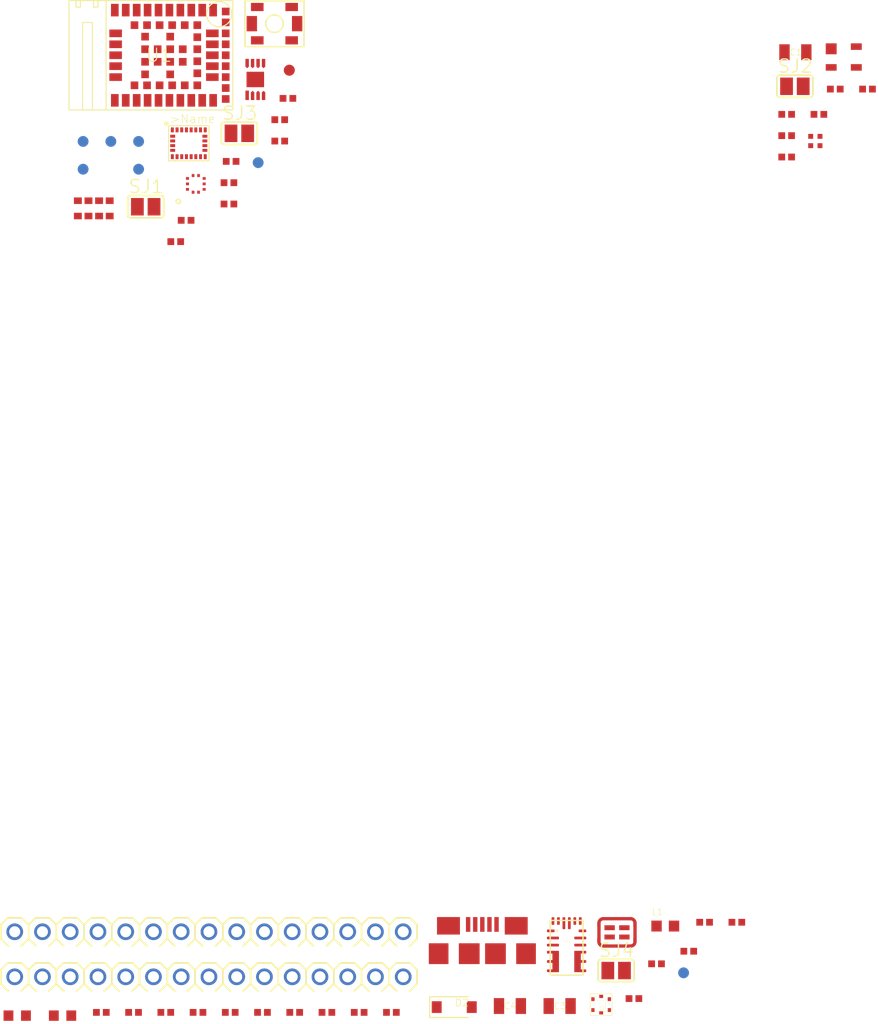
<source format=kicad_pcb>
(kicad_pcb (version 20171130) (host pcbnew 5.1.6)

  (general
    (thickness 1.6)
    (drawings 0)
    (tracks 0)
    (zones 0)
    (modules 58)
    (nets 85)
  )

  (page A4)
  (layers
    (0 F.Cu signal)
    (31 B.Cu signal)
    (32 B.Adhes user)
    (33 F.Adhes user)
    (34 B.Paste user)
    (35 F.Paste user)
    (36 B.SilkS user)
    (37 F.SilkS user)
    (38 B.Mask user)
    (39 F.Mask user)
    (40 Dwgs.User user)
    (41 Cmts.User user)
    (42 Eco1.User user)
    (43 Eco2.User user)
    (44 Edge.Cuts user)
    (45 Margin user)
    (46 B.CrtYd user)
    (47 F.CrtYd user)
    (48 B.Fab user)
    (49 F.Fab user)
  )

  (setup
    (last_trace_width 0.25)
    (trace_clearance 0.2)
    (zone_clearance 0.508)
    (zone_45_only no)
    (trace_min 0.2)
    (via_size 0.8)
    (via_drill 0.4)
    (via_min_size 0.4)
    (via_min_drill 0.3)
    (uvia_size 0.3)
    (uvia_drill 0.1)
    (uvias_allowed no)
    (uvia_min_size 0.2)
    (uvia_min_drill 0.1)
    (edge_width 0.1)
    (segment_width 0.2)
    (pcb_text_width 0.3)
    (pcb_text_size 1.5 1.5)
    (mod_edge_width 0.15)
    (mod_text_size 1 1)
    (mod_text_width 0.15)
    (pad_size 1.524 1.524)
    (pad_drill 0.762)
    (pad_to_mask_clearance 0)
    (aux_axis_origin 0 0)
    (visible_elements FFFFFF7F)
    (pcbplotparams
      (layerselection 0x010fc_ffffffff)
      (usegerberextensions false)
      (usegerberattributes true)
      (usegerberadvancedattributes true)
      (creategerberjobfile true)
      (excludeedgelayer true)
      (linewidth 0.100000)
      (plotframeref false)
      (viasonmask false)
      (mode 1)
      (useauxorigin false)
      (hpglpennumber 1)
      (hpglpenspeed 20)
      (hpglpendiameter 15.000000)
      (psnegative false)
      (psa4output false)
      (plotreference true)
      (plotvalue true)
      (plotinvisibletext false)
      (padsonsilk false)
      (subtractmaskfromsilk false)
      (outputformat 1)
      (mirror false)
      (drillshape 1)
      (scaleselection 1)
      (outputdirectory ""))
  )

  (net 0 "")
  (net 1 GND)
  (net 2 "Net-(C1-Pad1)")
  (net 3 /RESETN)
  (net 4 +3V3)
  (net 5 VIN)
  (net 6 "Net-(C5-Pad2)")
  (net 7 VUSB)
  (net 8 "Net-(C7-Pad2)")
  (net 9 /VBUS)
  (net 10 /VDD_ENV)
  (net 11 "Net-(C16-Pad1)")
  (net 12 /USB_N)
  (net 13 /USB_P)
  (net 14 "Net-(DL1-PadA)")
  (net 15 "Net-(DL2-PadA)")
  (net 16 "Net-(DL3-Pad3)")
  (net 17 "Net-(DL3-Pad4)")
  (net 18 "Net-(DL3-Pad2)")
  (net 19 /SDA1)
  (net 20 /SCL1)
  (net 21 "Net-(HS-1-PadP$3.DRDY)")
  (net 22 "Net-(IC1-Pad20)")
  (net 23 "Net-(IC1-Pad19)")
  (net 24 "Net-(IC1-Pad18)")
  (net 25 "Net-(IC1-Pad17)")
  (net 26 "Net-(IC1-Pad11)")
  (net 27 "Net-(IC1-Pad2)")
  (net 28 "Net-(IC1-Pad1)")
  (net 29 "Net-(J1-Pad4)")
  (net 30 /SWCLK)
  (net 31 /SWDIO)
  (net 32 "Net-(JP2-Pad12)")
  (net 33 /AIN1_A7)
  (net 34 /AIN4_A6)
  (net 35 /AIN0_A5/SCL)
  (net 36 /AIN7_A4/SDA)
  (net 37 /AIN5_A3)
  (net 38 /AIN6_A2)
  (net 39 /AIN2_A1)
  (net 40 /AIN3_A0)
  (net 41 /AREF)
  (net 42 /SCK)
  (net 43 /MISO~~)
  (net 44 /MOSI)
  (net 45 /D10~~)
  (net 46 /D9~~)
  (net 47 /D8)
  (net 48 /D7)
  (net 49 /D6~~)
  (net 50 /D5~~)
  (net 51 /D4)
  (net 52 /D3~~)
  (net 53 /D2)
  (net 54 /RX)
  (net 55 /TX)
  (net 56 "Net-(LPS-1-Pad7)")
  (net 57 "Net-(R2-Pad2)")
  (net 58 /LR)
  (net 59 /LG)
  (net 60 /LB)
  (net 61 /R_PULLUP)
  (net 62 "Net-(SJ2-Pad1)")
  (net 63 "Net-(SJ3-Pad1)")
  (net 64 /INT_APDS)
  (net 65 /MIC_PWR)
  (net 66 /APDS_PWR)
  (net 67 "Net-(U1-Pad32)")
  (net 68 "Net-(U1-Pad46)")
  (net 69 "Net-(U1-Pad45)")
  (net 70 /PDMCLK)
  (net 71 /PDMDIN)
  (net 72 "Net-(U1-Pad13)")
  (net 73 "Net-(U2-Pad14)")
  (net 74 "Net-(U2-Pad13)")
  (net 75 "Net-(U2-Pad12)")
  (net 76 "Net-(U2-Pad11)")
  (net 77 "Net-(U2-Pad10)")
  (net 78 "Net-(U2-Pad9)")
  (net 79 "Net-(U4-Pad9)")
  (net 80 "Net-(U4-Pad7)")
  (net 81 "Net-(U4-Pad3)")
  (net 82 "Net-(U4-Pad2)")
  (net 83 "Net-(U4-Pad1)")
  (net 84 "Net-(U5-Pad3)")

  (net_class Default "This is the default net class."
    (clearance 0.2)
    (trace_width 0.25)
    (via_dia 0.8)
    (via_drill 0.4)
    (uvia_dia 0.3)
    (uvia_drill 0.1)
    (add_net +3V3)
    (add_net /AIN0_A5/SCL)
    (add_net /AIN1_A7)
    (add_net /AIN2_A1)
    (add_net /AIN3_A0)
    (add_net /AIN4_A6)
    (add_net /AIN5_A3)
    (add_net /AIN6_A2)
    (add_net /AIN7_A4/SDA)
    (add_net /APDS_PWR)
    (add_net /AREF)
    (add_net /D10~~)
    (add_net /D2)
    (add_net /D3~~)
    (add_net /D4)
    (add_net /D5~~)
    (add_net /D6~~)
    (add_net /D7)
    (add_net /D8)
    (add_net /D9~~)
    (add_net /INT_APDS)
    (add_net /LB)
    (add_net /LG)
    (add_net /LR)
    (add_net /MIC_PWR)
    (add_net /MISO~~)
    (add_net /MOSI)
    (add_net /PDMCLK)
    (add_net /PDMDIN)
    (add_net /RESETN)
    (add_net /RX)
    (add_net /R_PULLUP)
    (add_net /SCK)
    (add_net /SCL1)
    (add_net /SDA1)
    (add_net /SWCLK)
    (add_net /SWDIO)
    (add_net /TX)
    (add_net /USB_N)
    (add_net /USB_P)
    (add_net /VBUS)
    (add_net /VDD_ENV)
    (add_net GND)
    (add_net "Net-(C1-Pad1)")
    (add_net "Net-(C16-Pad1)")
    (add_net "Net-(C5-Pad2)")
    (add_net "Net-(C7-Pad2)")
    (add_net "Net-(DL1-PadA)")
    (add_net "Net-(DL2-PadA)")
    (add_net "Net-(DL3-Pad2)")
    (add_net "Net-(DL3-Pad3)")
    (add_net "Net-(DL3-Pad4)")
    (add_net "Net-(HS-1-PadP$3.DRDY)")
    (add_net "Net-(IC1-Pad1)")
    (add_net "Net-(IC1-Pad11)")
    (add_net "Net-(IC1-Pad17)")
    (add_net "Net-(IC1-Pad18)")
    (add_net "Net-(IC1-Pad19)")
    (add_net "Net-(IC1-Pad2)")
    (add_net "Net-(IC1-Pad20)")
    (add_net "Net-(J1-Pad4)")
    (add_net "Net-(JP2-Pad12)")
    (add_net "Net-(LPS-1-Pad7)")
    (add_net "Net-(R2-Pad2)")
    (add_net "Net-(SJ2-Pad1)")
    (add_net "Net-(SJ3-Pad1)")
    (add_net "Net-(U1-Pad13)")
    (add_net "Net-(U1-Pad32)")
    (add_net "Net-(U1-Pad45)")
    (add_net "Net-(U1-Pad46)")
    (add_net "Net-(U2-Pad10)")
    (add_net "Net-(U2-Pad11)")
    (add_net "Net-(U2-Pad12)")
    (add_net "Net-(U2-Pad13)")
    (add_net "Net-(U2-Pad14)")
    (add_net "Net-(U2-Pad9)")
    (add_net "Net-(U4-Pad1)")
    (add_net "Net-(U4-Pad2)")
    (add_net "Net-(U4-Pad3)")
    (add_net "Net-(U4-Pad7)")
    (add_net "Net-(U4-Pad9)")
    (add_net "Net-(U5-Pad3)")
    (add_net VIN)
    (add_net VUSB)
  )

  (module NANO33BLE_V2.0:0805-R2013X50N (layer F.Cu) (tedit 0) (tstamp 5F355119)
    (at 141.385001 79.705001)
    (path /9DBA3BF8)
    (fp_text reference C1 (at 0.025 0.005 -180) (layer F.SilkS)
      (effects (font (size 0.57912 0.57912) (thickness 0.057912)))
    )
    (fp_text value 4n7 (at 1.27 1.27) (layer F.SilkS) hide
      (effects (font (size 0.57912 0.57912) (thickness 0.048768)) (justify right top))
    )
    (fp_circle (center 0 0) (end 0.25 0) (layer Dwgs.User) (width 0.05))
    (fp_line (start 1 0.625) (end 1 -0.625) (layer F.Fab) (width 0.025))
    (fp_line (start 1 -0.625) (end -1 -0.625) (layer F.Fab) (width 0.025))
    (fp_line (start -1 -0.625) (end -1 0.625) (layer F.Fab) (width 0.025))
    (fp_line (start -1 0.625) (end 1 0.625) (layer F.Fab) (width 0.025))
    (fp_line (start 0 0.35) (end 0 -0.35) (layer Dwgs.User) (width 0.05))
    (fp_line (start 0.35 0) (end -0.35 0) (layer Dwgs.User) (width 0.05))
    (fp_line (start -1.75 -1) (end 1.75 -1) (layer Dwgs.User) (width 0.05))
    (fp_line (start 1.75 -1) (end 1.75 1) (layer Dwgs.User) (width 0.05))
    (fp_line (start 1.75 1) (end -1.75 1) (layer Dwgs.User) (width 0.05))
    (fp_line (start -1.75 1) (end -1.75 -1) (layer Dwgs.User) (width 0.05))
    (pad 2 smd roundrect (at 1 0) (size 0.95 1.45) (layers F.Cu F.Paste F.Mask) (roundrect_rratio 0.015)
      (net 1 GND) (solder_mask_margin 0.1016))
    (pad 1 smd roundrect (at -1 0) (size 0.95 1.45) (layers F.Cu F.Paste F.Mask) (roundrect_rratio 0.015)
      (net 2 "Net-(C1-Pad1)") (solder_mask_margin 0.1016))
  )

  (module NANO33BLE_V2.0:0402-1005X55N (layer F.Cu) (tedit 0) (tstamp 5F35512A)
    (at 136.025001 159.255001)
    (path /69098DAB)
    (fp_text reference C2 (at -0.9 -0.5) (layer F.Fab)
      (effects (font (size 0.38608 0.38608) (thickness 0.038608)) (justify left bottom))
    )
    (fp_text value 100n (at 0 0) (layer F.SilkS) hide
      (effects (font (size 1.27 1.27) (thickness 0.15)))
    )
    (fp_circle (center 0 0) (end 0.25 0) (layer Dwgs.User) (width 0.05))
    (fp_line (start -0.5 0.25) (end 0.5 0.25) (layer F.Fab) (width 0.025))
    (fp_line (start 0.5 0.25) (end 0.5 -0.25) (layer F.Fab) (width 0.025))
    (fp_line (start 0.5 -0.25) (end -0.5 -0.25) (layer F.Fab) (width 0.025))
    (fp_line (start -0.5 -0.25) (end -0.5 0.25) (layer F.Fab) (width 0.025))
    (fp_line (start -0.35 0) (end 0.35 0) (layer Dwgs.User) (width 0.05))
    (fp_line (start 0 0.35) (end 0 -0.35) (layer Dwgs.User) (width 0.05))
    (fp_line (start -0.95 -0.45) (end 0.95 -0.45) (layer Dwgs.User) (width 0.05))
    (fp_line (start 0.95 -0.45) (end 0.95 0.45) (layer Dwgs.User) (width 0.05))
    (fp_line (start 0.95 0.45) (end -0.95 0.45) (layer Dwgs.User) (width 0.05))
    (fp_line (start -0.95 0.45) (end -0.95 -0.45) (layer Dwgs.User) (width 0.05))
    (pad 2 smd roundrect (at 0.45 0) (size 0.62 0.62) (layers F.Cu F.Paste F.Mask) (roundrect_rratio 0.015)
      (net 1 GND) (solder_mask_margin 0.1016))
    (pad 1 smd roundrect (at -0.45 0) (size 0.62 0.62) (layers F.Cu F.Paste F.Mask) (roundrect_rratio 0.015)
      (net 3 /RESETN) (solder_mask_margin 0.1016))
  )

  (module NANO33BLE_V2.0:0805-R2013X50N (layer F.Cu) (tedit 0) (tstamp 5F35513B)
    (at 119.805001 166.915001)
    (path /E96561B7)
    (fp_text reference C3 (at 0.025 0.005 -180) (layer F.SilkS)
      (effects (font (size 0.57912 0.57912) (thickness 0.057912)))
    )
    (fp_text value 22u (at 1.27 1.27) (layer F.SilkS) hide
      (effects (font (size 0.57912 0.57912) (thickness 0.048768)) (justify right top))
    )
    (fp_circle (center 0 0) (end 0.25 0) (layer Dwgs.User) (width 0.05))
    (fp_line (start 1 0.625) (end 1 -0.625) (layer F.Fab) (width 0.025))
    (fp_line (start 1 -0.625) (end -1 -0.625) (layer F.Fab) (width 0.025))
    (fp_line (start -1 -0.625) (end -1 0.625) (layer F.Fab) (width 0.025))
    (fp_line (start -1 0.625) (end 1 0.625) (layer F.Fab) (width 0.025))
    (fp_line (start 0 0.35) (end 0 -0.35) (layer Dwgs.User) (width 0.05))
    (fp_line (start 0.35 0) (end -0.35 0) (layer Dwgs.User) (width 0.05))
    (fp_line (start -1.75 -1) (end 1.75 -1) (layer Dwgs.User) (width 0.05))
    (fp_line (start 1.75 -1) (end 1.75 1) (layer Dwgs.User) (width 0.05))
    (fp_line (start 1.75 1) (end -1.75 1) (layer Dwgs.User) (width 0.05))
    (fp_line (start -1.75 1) (end -1.75 -1) (layer Dwgs.User) (width 0.05))
    (pad 2 smd roundrect (at 1 0) (size 0.95 1.45) (layers F.Cu F.Paste F.Mask) (roundrect_rratio 0.015)
      (net 1 GND) (solder_mask_margin 0.1016))
    (pad 1 smd roundrect (at -1 0) (size 0.95 1.45) (layers F.Cu F.Paste F.Mask) (roundrect_rratio 0.015)
      (net 4 +3V3) (solder_mask_margin 0.1016))
  )

  (module NANO33BLE_V2.0:0805-R2013X50N (layer F.Cu) (tedit 0) (tstamp 5F35514C)
    (at 115.255001 166.915001)
    (path /CBCDD20D)
    (fp_text reference C4 (at 0.025 0.005 -180) (layer F.SilkS)
      (effects (font (size 0.57912 0.57912) (thickness 0.057912)))
    )
    (fp_text value 22u (at 1.27 1.27) (layer F.SilkS) hide
      (effects (font (size 0.57912 0.57912) (thickness 0.048768)) (justify right top))
    )
    (fp_circle (center 0 0) (end 0.25 0) (layer Dwgs.User) (width 0.05))
    (fp_line (start 1 0.625) (end 1 -0.625) (layer F.Fab) (width 0.025))
    (fp_line (start 1 -0.625) (end -1 -0.625) (layer F.Fab) (width 0.025))
    (fp_line (start -1 -0.625) (end -1 0.625) (layer F.Fab) (width 0.025))
    (fp_line (start -1 0.625) (end 1 0.625) (layer F.Fab) (width 0.025))
    (fp_line (start 0 0.35) (end 0 -0.35) (layer Dwgs.User) (width 0.05))
    (fp_line (start 0.35 0) (end -0.35 0) (layer Dwgs.User) (width 0.05))
    (fp_line (start -1.75 -1) (end 1.75 -1) (layer Dwgs.User) (width 0.05))
    (fp_line (start 1.75 -1) (end 1.75 1) (layer Dwgs.User) (width 0.05))
    (fp_line (start 1.75 1) (end -1.75 1) (layer Dwgs.User) (width 0.05))
    (fp_line (start -1.75 1) (end -1.75 -1) (layer Dwgs.User) (width 0.05))
    (pad 2 smd roundrect (at 1 0) (size 0.95 1.45) (layers F.Cu F.Paste F.Mask) (roundrect_rratio 0.015)
      (net 1 GND) (solder_mask_margin 0.1016))
    (pad 1 smd roundrect (at -1 0) (size 0.95 1.45) (layers F.Cu F.Paste F.Mask) (roundrect_rratio 0.015)
      (net 5 VIN) (solder_mask_margin 0.1016))
  )

  (module NANO33BLE_V2.0:0402-1005X55N (layer F.Cu) (tedit 0) (tstamp 5F35515D)
    (at 89.535001 93.585001)
    (path /F9108C4C)
    (fp_text reference C5 (at -0.9 -0.5) (layer F.Fab)
      (effects (font (size 0.38608 0.38608) (thickness 0.038608)) (justify left bottom))
    )
    (fp_text value 100n (at 0 0) (layer F.SilkS) hide
      (effects (font (size 1.27 1.27) (thickness 0.15)))
    )
    (fp_circle (center 0 0) (end 0.25 0) (layer Dwgs.User) (width 0.05))
    (fp_line (start -0.5 0.25) (end 0.5 0.25) (layer F.Fab) (width 0.025))
    (fp_line (start 0.5 0.25) (end 0.5 -0.25) (layer F.Fab) (width 0.025))
    (fp_line (start 0.5 -0.25) (end -0.5 -0.25) (layer F.Fab) (width 0.025))
    (fp_line (start -0.5 -0.25) (end -0.5 0.25) (layer F.Fab) (width 0.025))
    (fp_line (start -0.35 0) (end 0.35 0) (layer Dwgs.User) (width 0.05))
    (fp_line (start 0 0.35) (end 0 -0.35) (layer Dwgs.User) (width 0.05))
    (fp_line (start -0.95 -0.45) (end 0.95 -0.45) (layer Dwgs.User) (width 0.05))
    (fp_line (start 0.95 -0.45) (end 0.95 0.45) (layer Dwgs.User) (width 0.05))
    (fp_line (start 0.95 0.45) (end -0.95 0.45) (layer Dwgs.User) (width 0.05))
    (fp_line (start -0.95 0.45) (end -0.95 -0.45) (layer Dwgs.User) (width 0.05))
    (pad 2 smd roundrect (at 0.45 0) (size 0.62 0.62) (layers F.Cu F.Paste F.Mask) (roundrect_rratio 0.015)
      (net 6 "Net-(C5-Pad2)") (solder_mask_margin 0.1016))
    (pad 1 smd roundrect (at -0.45 0) (size 0.62 0.62) (layers F.Cu F.Paste F.Mask) (roundrect_rratio 0.015)
      (net 1 GND) (solder_mask_margin 0.1016))
  )

  (module NANO33BLE_V2.0:0402-1005X55N (layer F.Cu) (tedit 0) (tstamp 5F35516E)
    (at 147.985001 83.075001)
    (path /1283B2EE)
    (fp_text reference C6 (at -0.9 -0.5) (layer F.Fab)
      (effects (font (size 0.38608 0.38608) (thickness 0.038608)) (justify left bottom))
    )
    (fp_text value 1n (at 0 0) (layer F.SilkS) hide
      (effects (font (size 1.27 1.27) (thickness 0.15)))
    )
    (fp_circle (center 0 0) (end 0.25 0) (layer Dwgs.User) (width 0.05))
    (fp_line (start -0.5 0.25) (end 0.5 0.25) (layer F.Fab) (width 0.025))
    (fp_line (start 0.5 0.25) (end 0.5 -0.25) (layer F.Fab) (width 0.025))
    (fp_line (start 0.5 -0.25) (end -0.5 -0.25) (layer F.Fab) (width 0.025))
    (fp_line (start -0.5 -0.25) (end -0.5 0.25) (layer F.Fab) (width 0.025))
    (fp_line (start -0.35 0) (end 0.35 0) (layer Dwgs.User) (width 0.05))
    (fp_line (start 0 0.35) (end 0 -0.35) (layer Dwgs.User) (width 0.05))
    (fp_line (start -0.95 -0.45) (end 0.95 -0.45) (layer Dwgs.User) (width 0.05))
    (fp_line (start 0.95 -0.45) (end 0.95 0.45) (layer Dwgs.User) (width 0.05))
    (fp_line (start 0.95 0.45) (end -0.95 0.45) (layer Dwgs.User) (width 0.05))
    (fp_line (start -0.95 0.45) (end -0.95 -0.45) (layer Dwgs.User) (width 0.05))
    (pad 2 smd roundrect (at 0.45 0) (size 0.62 0.62) (layers F.Cu F.Paste F.Mask) (roundrect_rratio 0.015)
      (net 7 VUSB) (solder_mask_margin 0.1016))
    (pad 1 smd roundrect (at -0.45 0) (size 0.62 0.62) (layers F.Cu F.Paste F.Mask) (roundrect_rratio 0.015)
      (net 1 GND) (solder_mask_margin 0.1016))
  )

  (module NANO33BLE_V2.0:0402-1005X55N (layer F.Cu) (tedit 0) (tstamp 5F35517F)
    (at 126.605001 166.235001)
    (path /9A8C1A8D)
    (fp_text reference C7 (at -0.9 -0.5) (layer F.Fab)
      (effects (font (size 0.38608 0.38608) (thickness 0.038608)) (justify left bottom))
    )
    (fp_text value 10n (at 0 0) (layer F.SilkS) hide
      (effects (font (size 1.27 1.27) (thickness 0.15)))
    )
    (fp_circle (center 0 0) (end 0.25 0) (layer Dwgs.User) (width 0.05))
    (fp_line (start -0.5 0.25) (end 0.5 0.25) (layer F.Fab) (width 0.025))
    (fp_line (start 0.5 0.25) (end 0.5 -0.25) (layer F.Fab) (width 0.025))
    (fp_line (start 0.5 -0.25) (end -0.5 -0.25) (layer F.Fab) (width 0.025))
    (fp_line (start -0.5 -0.25) (end -0.5 0.25) (layer F.Fab) (width 0.025))
    (fp_line (start -0.35 0) (end 0.35 0) (layer Dwgs.User) (width 0.05))
    (fp_line (start 0 0.35) (end 0 -0.35) (layer Dwgs.User) (width 0.05))
    (fp_line (start -0.95 -0.45) (end 0.95 -0.45) (layer Dwgs.User) (width 0.05))
    (fp_line (start 0.95 -0.45) (end 0.95 0.45) (layer Dwgs.User) (width 0.05))
    (fp_line (start 0.95 0.45) (end -0.95 0.45) (layer Dwgs.User) (width 0.05))
    (fp_line (start -0.95 0.45) (end -0.95 -0.45) (layer Dwgs.User) (width 0.05))
    (pad 2 smd roundrect (at 0.45 0) (size 0.62 0.62) (layers F.Cu F.Paste F.Mask) (roundrect_rratio 0.015)
      (net 8 "Net-(C7-Pad2)") (solder_mask_margin 0.1016))
    (pad 1 smd roundrect (at -0.45 0) (size 0.62 0.62) (layers F.Cu F.Paste F.Mask) (roundrect_rratio 0.015)
      (net 1 GND) (solder_mask_margin 0.1016))
  )

  (module NANO33BLE_V2.0:0402-1005X55N (layer F.Cu) (tedit 0) (tstamp 5F355190)
    (at 77.855001 167.495001)
    (path /621C301E)
    (fp_text reference C8 (at -0.9 -0.5) (layer F.Fab)
      (effects (font (size 0.38608 0.38608) (thickness 0.038608)) (justify left bottom))
    )
    (fp_text value 100n (at 0 0) (layer F.SilkS) hide
      (effects (font (size 1.27 1.27) (thickness 0.15)))
    )
    (fp_circle (center 0 0) (end 0.25 0) (layer Dwgs.User) (width 0.05))
    (fp_line (start -0.5 0.25) (end 0.5 0.25) (layer F.Fab) (width 0.025))
    (fp_line (start 0.5 0.25) (end 0.5 -0.25) (layer F.Fab) (width 0.025))
    (fp_line (start 0.5 -0.25) (end -0.5 -0.25) (layer F.Fab) (width 0.025))
    (fp_line (start -0.5 -0.25) (end -0.5 0.25) (layer F.Fab) (width 0.025))
    (fp_line (start -0.35 0) (end 0.35 0) (layer Dwgs.User) (width 0.05))
    (fp_line (start 0 0.35) (end 0 -0.35) (layer Dwgs.User) (width 0.05))
    (fp_line (start -0.95 -0.45) (end 0.95 -0.45) (layer Dwgs.User) (width 0.05))
    (fp_line (start 0.95 -0.45) (end 0.95 0.45) (layer Dwgs.User) (width 0.05))
    (fp_line (start 0.95 0.45) (end -0.95 0.45) (layer Dwgs.User) (width 0.05))
    (fp_line (start -0.95 0.45) (end -0.95 -0.45) (layer Dwgs.User) (width 0.05))
    (pad 2 smd roundrect (at 0.45 0) (size 0.62 0.62) (layers F.Cu F.Paste F.Mask) (roundrect_rratio 0.015)
      (net 1 GND) (solder_mask_margin 0.1016))
    (pad 1 smd roundrect (at -0.45 0) (size 0.62 0.62) (layers F.Cu F.Paste F.Mask) (roundrect_rratio 0.015)
      (net 4 +3V3) (solder_mask_margin 0.1016))
  )

  (module NANO33BLE_V2.0:0402-1005X55N (layer F.Cu) (tedit 0) (tstamp 5F3551A1)
    (at 83.755001 167.495001)
    (path /27EB63CA)
    (fp_text reference C9 (at -0.9 -0.5) (layer F.Fab)
      (effects (font (size 0.38608 0.38608) (thickness 0.038608)) (justify left bottom))
    )
    (fp_text value 100n (at 0 0) (layer F.SilkS) hide
      (effects (font (size 1.27 1.27) (thickness 0.15)))
    )
    (fp_circle (center 0 0) (end 0.25 0) (layer Dwgs.User) (width 0.05))
    (fp_line (start -0.5 0.25) (end 0.5 0.25) (layer F.Fab) (width 0.025))
    (fp_line (start 0.5 0.25) (end 0.5 -0.25) (layer F.Fab) (width 0.025))
    (fp_line (start 0.5 -0.25) (end -0.5 -0.25) (layer F.Fab) (width 0.025))
    (fp_line (start -0.5 -0.25) (end -0.5 0.25) (layer F.Fab) (width 0.025))
    (fp_line (start -0.35 0) (end 0.35 0) (layer Dwgs.User) (width 0.05))
    (fp_line (start 0 0.35) (end 0 -0.35) (layer Dwgs.User) (width 0.05))
    (fp_line (start -0.95 -0.45) (end 0.95 -0.45) (layer Dwgs.User) (width 0.05))
    (fp_line (start 0.95 -0.45) (end 0.95 0.45) (layer Dwgs.User) (width 0.05))
    (fp_line (start 0.95 0.45) (end -0.95 0.45) (layer Dwgs.User) (width 0.05))
    (fp_line (start -0.95 0.45) (end -0.95 -0.45) (layer Dwgs.User) (width 0.05))
    (pad 2 smd roundrect (at 0.45 0) (size 0.62 0.62) (layers F.Cu F.Paste F.Mask) (roundrect_rratio 0.015)
      (net 4 +3V3) (solder_mask_margin 0.1016))
    (pad 1 smd roundrect (at -0.45 0) (size 0.62 0.62) (layers F.Cu F.Paste F.Mask) (roundrect_rratio 0.015)
      (net 1 GND) (solder_mask_margin 0.1016))
  )

  (module NANO33BLE_V2.0:0402-1005X55N (layer F.Cu) (tedit 0) (tstamp 5F3551B2)
    (at 86.705001 167.495001)
    (path /537F9CC9)
    (fp_text reference C10 (at -0.9 -0.5) (layer F.Fab)
      (effects (font (size 0.38608 0.38608) (thickness 0.038608)) (justify left bottom))
    )
    (fp_text value 1n (at 0 0) (layer F.SilkS) hide
      (effects (font (size 1.27 1.27) (thickness 0.15)))
    )
    (fp_circle (center 0 0) (end 0.25 0) (layer Dwgs.User) (width 0.05))
    (fp_line (start -0.5 0.25) (end 0.5 0.25) (layer F.Fab) (width 0.025))
    (fp_line (start 0.5 0.25) (end 0.5 -0.25) (layer F.Fab) (width 0.025))
    (fp_line (start 0.5 -0.25) (end -0.5 -0.25) (layer F.Fab) (width 0.025))
    (fp_line (start -0.5 -0.25) (end -0.5 0.25) (layer F.Fab) (width 0.025))
    (fp_line (start -0.35 0) (end 0.35 0) (layer Dwgs.User) (width 0.05))
    (fp_line (start 0 0.35) (end 0 -0.35) (layer Dwgs.User) (width 0.05))
    (fp_line (start -0.95 -0.45) (end 0.95 -0.45) (layer Dwgs.User) (width 0.05))
    (fp_line (start 0.95 -0.45) (end 0.95 0.45) (layer Dwgs.User) (width 0.05))
    (fp_line (start 0.95 0.45) (end -0.95 0.45) (layer Dwgs.User) (width 0.05))
    (fp_line (start -0.95 0.45) (end -0.95 -0.45) (layer Dwgs.User) (width 0.05))
    (pad 2 smd roundrect (at 0.45 0) (size 0.62 0.62) (layers F.Cu F.Paste F.Mask) (roundrect_rratio 0.015)
      (net 9 /VBUS) (solder_mask_margin 0.1016))
    (pad 1 smd roundrect (at -0.45 0) (size 0.62 0.62) (layers F.Cu F.Paste F.Mask) (roundrect_rratio 0.015)
      (net 1 GND) (solder_mask_margin 0.1016))
  )

  (module NANO33BLE_V2.0:0402-1005X55N (layer F.Cu) (tedit 0) (tstamp 5F3551C3)
    (at 89.655001 167.495001)
    (path /7A0AFDEE)
    (fp_text reference C11 (at -0.9 -0.5) (layer F.Fab)
      (effects (font (size 0.38608 0.38608) (thickness 0.038608)) (justify left bottom))
    )
    (fp_text value 10n (at 0 0) (layer F.SilkS) hide
      (effects (font (size 1.27 1.27) (thickness 0.15)))
    )
    (fp_circle (center 0 0) (end 0.25 0) (layer Dwgs.User) (width 0.05))
    (fp_line (start -0.5 0.25) (end 0.5 0.25) (layer F.Fab) (width 0.025))
    (fp_line (start 0.5 0.25) (end 0.5 -0.25) (layer F.Fab) (width 0.025))
    (fp_line (start 0.5 -0.25) (end -0.5 -0.25) (layer F.Fab) (width 0.025))
    (fp_line (start -0.5 -0.25) (end -0.5 0.25) (layer F.Fab) (width 0.025))
    (fp_line (start -0.35 0) (end 0.35 0) (layer Dwgs.User) (width 0.05))
    (fp_line (start 0 0.35) (end 0 -0.35) (layer Dwgs.User) (width 0.05))
    (fp_line (start -0.95 -0.45) (end 0.95 -0.45) (layer Dwgs.User) (width 0.05))
    (fp_line (start 0.95 -0.45) (end 0.95 0.45) (layer Dwgs.User) (width 0.05))
    (fp_line (start 0.95 0.45) (end -0.95 0.45) (layer Dwgs.User) (width 0.05))
    (fp_line (start -0.95 0.45) (end -0.95 -0.45) (layer Dwgs.User) (width 0.05))
    (pad 2 smd roundrect (at 0.45 0) (size 0.62 0.62) (layers F.Cu F.Paste F.Mask) (roundrect_rratio 0.015)
      (net 10 /VDD_ENV) (solder_mask_margin 0.1016))
    (pad 1 smd roundrect (at -0.45 0) (size 0.62 0.62) (layers F.Cu F.Paste F.Mask) (roundrect_rratio 0.015)
      (net 1 GND) (solder_mask_margin 0.1016))
  )

  (module NANO33BLE_V2.0:0402-1005X55N (layer F.Cu) (tedit 0) (tstamp 5F3551D4)
    (at 92.605001 167.495001)
    (path /5225900B)
    (fp_text reference C12 (at -0.9 -0.5) (layer F.Fab)
      (effects (font (size 0.38608 0.38608) (thickness 0.038608)) (justify left bottom))
    )
    (fp_text value 100n (at 0 0) (layer F.SilkS) hide
      (effects (font (size 1.27 1.27) (thickness 0.15)))
    )
    (fp_circle (center 0 0) (end 0.25 0) (layer Dwgs.User) (width 0.05))
    (fp_line (start -0.5 0.25) (end 0.5 0.25) (layer F.Fab) (width 0.025))
    (fp_line (start 0.5 0.25) (end 0.5 -0.25) (layer F.Fab) (width 0.025))
    (fp_line (start 0.5 -0.25) (end -0.5 -0.25) (layer F.Fab) (width 0.025))
    (fp_line (start -0.5 -0.25) (end -0.5 0.25) (layer F.Fab) (width 0.025))
    (fp_line (start -0.35 0) (end 0.35 0) (layer Dwgs.User) (width 0.05))
    (fp_line (start 0 0.35) (end 0 -0.35) (layer Dwgs.User) (width 0.05))
    (fp_line (start -0.95 -0.45) (end 0.95 -0.45) (layer Dwgs.User) (width 0.05))
    (fp_line (start 0.95 -0.45) (end 0.95 0.45) (layer Dwgs.User) (width 0.05))
    (fp_line (start 0.95 0.45) (end -0.95 0.45) (layer Dwgs.User) (width 0.05))
    (fp_line (start -0.95 0.45) (end -0.95 -0.45) (layer Dwgs.User) (width 0.05))
    (pad 2 smd roundrect (at 0.45 0) (size 0.62 0.62) (layers F.Cu F.Paste F.Mask) (roundrect_rratio 0.015)
      (net 10 /VDD_ENV) (solder_mask_margin 0.1016))
    (pad 1 smd roundrect (at -0.45 0) (size 0.62 0.62) (layers F.Cu F.Paste F.Mask) (roundrect_rratio 0.015)
      (net 1 GND) (solder_mask_margin 0.1016))
  )

  (module NANO33BLE_V2.0:0402-1005X55N (layer F.Cu) (tedit 0) (tstamp 5F3551E5)
    (at 80.805001 167.495001)
    (path /B99748A4)
    (fp_text reference C13 (at -0.9 -0.5) (layer F.Fab)
      (effects (font (size 0.38608 0.38608) (thickness 0.038608)) (justify left bottom))
    )
    (fp_text value 10n (at 0 0) (layer F.SilkS) hide
      (effects (font (size 1.27 1.27) (thickness 0.15)))
    )
    (fp_circle (center 0 0) (end 0.25 0) (layer Dwgs.User) (width 0.05))
    (fp_line (start -0.5 0.25) (end 0.5 0.25) (layer F.Fab) (width 0.025))
    (fp_line (start 0.5 0.25) (end 0.5 -0.25) (layer F.Fab) (width 0.025))
    (fp_line (start 0.5 -0.25) (end -0.5 -0.25) (layer F.Fab) (width 0.025))
    (fp_line (start -0.5 -0.25) (end -0.5 0.25) (layer F.Fab) (width 0.025))
    (fp_line (start -0.35 0) (end 0.35 0) (layer Dwgs.User) (width 0.05))
    (fp_line (start 0 0.35) (end 0 -0.35) (layer Dwgs.User) (width 0.05))
    (fp_line (start -0.95 -0.45) (end 0.95 -0.45) (layer Dwgs.User) (width 0.05))
    (fp_line (start 0.95 -0.45) (end 0.95 0.45) (layer Dwgs.User) (width 0.05))
    (fp_line (start 0.95 0.45) (end -0.95 0.45) (layer Dwgs.User) (width 0.05))
    (fp_line (start -0.95 0.45) (end -0.95 -0.45) (layer Dwgs.User) (width 0.05))
    (pad 2 smd roundrect (at 0.45 0) (size 0.62 0.62) (layers F.Cu F.Paste F.Mask) (roundrect_rratio 0.015)
      (net 10 /VDD_ENV) (solder_mask_margin 0.1016))
    (pad 1 smd roundrect (at -0.45 0) (size 0.62 0.62) (layers F.Cu F.Paste F.Mask) (roundrect_rratio 0.015)
      (net 1 GND) (solder_mask_margin 0.1016))
  )

  (module NANO33BLE_V2.0:0402-1005X55N (layer F.Cu) (tedit 0) (tstamp 5F3551F6)
    (at 101.455001 167.495001)
    (path /E8E027E8)
    (fp_text reference C14 (at -0.9 -0.5) (layer F.Fab)
      (effects (font (size 0.38608 0.38608) (thickness 0.038608)) (justify left bottom))
    )
    (fp_text value 4u7 (at 0 0) (layer F.SilkS) hide
      (effects (font (size 1.27 1.27) (thickness 0.15)))
    )
    (fp_circle (center 0 0) (end 0.25 0) (layer Dwgs.User) (width 0.05))
    (fp_line (start -0.5 0.25) (end 0.5 0.25) (layer F.Fab) (width 0.025))
    (fp_line (start 0.5 0.25) (end 0.5 -0.25) (layer F.Fab) (width 0.025))
    (fp_line (start 0.5 -0.25) (end -0.5 -0.25) (layer F.Fab) (width 0.025))
    (fp_line (start -0.5 -0.25) (end -0.5 0.25) (layer F.Fab) (width 0.025))
    (fp_line (start -0.35 0) (end 0.35 0) (layer Dwgs.User) (width 0.05))
    (fp_line (start 0 0.35) (end 0 -0.35) (layer Dwgs.User) (width 0.05))
    (fp_line (start -0.95 -0.45) (end 0.95 -0.45) (layer Dwgs.User) (width 0.05))
    (fp_line (start 0.95 -0.45) (end 0.95 0.45) (layer Dwgs.User) (width 0.05))
    (fp_line (start 0.95 0.45) (end -0.95 0.45) (layer Dwgs.User) (width 0.05))
    (fp_line (start -0.95 0.45) (end -0.95 -0.45) (layer Dwgs.User) (width 0.05))
    (pad 2 smd roundrect (at 0.45 0) (size 0.62 0.62) (layers F.Cu F.Paste F.Mask) (roundrect_rratio 0.015)
      (net 10 /VDD_ENV) (solder_mask_margin 0.1016))
    (pad 1 smd roundrect (at -0.45 0) (size 0.62 0.62) (layers F.Cu F.Paste F.Mask) (roundrect_rratio 0.015)
      (net 1 GND) (solder_mask_margin 0.1016))
  )

  (module NANO33BLE_V2.0:0402-1005X55N (layer F.Cu) (tedit 0) (tstamp 5F355207)
    (at 98.505001 167.495001)
    (path /A4EBFA56)
    (fp_text reference C15 (at -0.9 -0.5) (layer F.Fab)
      (effects (font (size 0.38608 0.38608) (thickness 0.038608)) (justify left bottom))
    )
    (fp_text value 1u (at 0 0) (layer F.SilkS) hide
      (effects (font (size 1.27 1.27) (thickness 0.15)))
    )
    (fp_circle (center 0 0) (end 0.25 0) (layer Dwgs.User) (width 0.05))
    (fp_line (start -0.5 0.25) (end 0.5 0.25) (layer F.Fab) (width 0.025))
    (fp_line (start 0.5 0.25) (end 0.5 -0.25) (layer F.Fab) (width 0.025))
    (fp_line (start 0.5 -0.25) (end -0.5 -0.25) (layer F.Fab) (width 0.025))
    (fp_line (start -0.5 -0.25) (end -0.5 0.25) (layer F.Fab) (width 0.025))
    (fp_line (start -0.35 0) (end 0.35 0) (layer Dwgs.User) (width 0.05))
    (fp_line (start 0 0.35) (end 0 -0.35) (layer Dwgs.User) (width 0.05))
    (fp_line (start -0.95 -0.45) (end 0.95 -0.45) (layer Dwgs.User) (width 0.05))
    (fp_line (start 0.95 -0.45) (end 0.95 0.45) (layer Dwgs.User) (width 0.05))
    (fp_line (start 0.95 0.45) (end -0.95 0.45) (layer Dwgs.User) (width 0.05))
    (fp_line (start -0.95 0.45) (end -0.95 -0.45) (layer Dwgs.User) (width 0.05))
    (pad 2 smd roundrect (at 0.45 0) (size 0.62 0.62) (layers F.Cu F.Paste F.Mask) (roundrect_rratio 0.015)
      (net 1 GND) (solder_mask_margin 0.1016))
    (pad 1 smd roundrect (at -0.45 0) (size 0.62 0.62) (layers F.Cu F.Paste F.Mask) (roundrect_rratio 0.015)
      (net 4 +3V3) (solder_mask_margin 0.1016))
  )

  (module NANO33BLE_V2.0:0402-1005X55N (layer F.Cu) (tedit 0) (tstamp 5F355218)
    (at 143.535001 85.385001)
    (path /DB0315DD)
    (fp_text reference C16 (at -0.9 -0.5) (layer F.Fab)
      (effects (font (size 0.38608 0.38608) (thickness 0.038608)) (justify left bottom))
    )
    (fp_text value 1u (at 0 0) (layer F.SilkS) hide
      (effects (font (size 1.27 1.27) (thickness 0.15)))
    )
    (fp_circle (center 0 0) (end 0.25 0) (layer Dwgs.User) (width 0.05))
    (fp_line (start -0.5 0.25) (end 0.5 0.25) (layer F.Fab) (width 0.025))
    (fp_line (start 0.5 0.25) (end 0.5 -0.25) (layer F.Fab) (width 0.025))
    (fp_line (start 0.5 -0.25) (end -0.5 -0.25) (layer F.Fab) (width 0.025))
    (fp_line (start -0.5 -0.25) (end -0.5 0.25) (layer F.Fab) (width 0.025))
    (fp_line (start -0.35 0) (end 0.35 0) (layer Dwgs.User) (width 0.05))
    (fp_line (start 0 0.35) (end 0 -0.35) (layer Dwgs.User) (width 0.05))
    (fp_line (start -0.95 -0.45) (end 0.95 -0.45) (layer Dwgs.User) (width 0.05))
    (fp_line (start 0.95 -0.45) (end 0.95 0.45) (layer Dwgs.User) (width 0.05))
    (fp_line (start 0.95 0.45) (end -0.95 0.45) (layer Dwgs.User) (width 0.05))
    (fp_line (start -0.95 0.45) (end -0.95 -0.45) (layer Dwgs.User) (width 0.05))
    (pad 2 smd roundrect (at 0.45 0) (size 0.62 0.62) (layers F.Cu F.Paste F.Mask) (roundrect_rratio 0.015)
      (net 1 GND) (solder_mask_margin 0.1016))
    (pad 1 smd roundrect (at -0.45 0) (size 0.62 0.62) (layers F.Cu F.Paste F.Mask) (roundrect_rratio 0.015)
      (net 11 "Net-(C16-Pad1)") (solder_mask_margin 0.1016))
  )

  (module NANO33BLE_V2.0:0402-1005X55N (layer F.Cu) (tedit 0) (tstamp 5F355229)
    (at 95.555001 167.495001)
    (path /09F0E208)
    (fp_text reference C21 (at -0.9 -0.5) (layer F.Fab)
      (effects (font (size 0.38608 0.38608) (thickness 0.038608)) (justify left bottom))
    )
    (fp_text value 100n (at 0 0) (layer F.SilkS) hide
      (effects (font (size 1.27 1.27) (thickness 0.15)))
    )
    (fp_circle (center 0 0) (end 0.25 0) (layer Dwgs.User) (width 0.05))
    (fp_line (start -0.5 0.25) (end 0.5 0.25) (layer F.Fab) (width 0.025))
    (fp_line (start 0.5 0.25) (end 0.5 -0.25) (layer F.Fab) (width 0.025))
    (fp_line (start 0.5 -0.25) (end -0.5 -0.25) (layer F.Fab) (width 0.025))
    (fp_line (start -0.5 -0.25) (end -0.5 0.25) (layer F.Fab) (width 0.025))
    (fp_line (start -0.35 0) (end 0.35 0) (layer Dwgs.User) (width 0.05))
    (fp_line (start 0 0.35) (end 0 -0.35) (layer Dwgs.User) (width 0.05))
    (fp_line (start -0.95 -0.45) (end 0.95 -0.45) (layer Dwgs.User) (width 0.05))
    (fp_line (start 0.95 -0.45) (end 0.95 0.45) (layer Dwgs.User) (width 0.05))
    (fp_line (start 0.95 0.45) (end -0.95 0.45) (layer Dwgs.User) (width 0.05))
    (fp_line (start -0.95 0.45) (end -0.95 -0.45) (layer Dwgs.User) (width 0.05))
    (pad 2 smd roundrect (at 0.45 0) (size 0.62 0.62) (layers F.Cu F.Paste F.Mask) (roundrect_rratio 0.015)
      (net 1 GND) (solder_mask_margin 0.1016))
    (pad 1 smd roundrect (at -0.45 0) (size 0.62 0.62) (layers F.Cu F.Paste F.Mask) (roundrect_rratio 0.015)
      (net 4 +3V3) (solder_mask_margin 0.1016))
  )

  (module NANO33BLE_V2.0:SOT190P230X110-4N (layer F.Cu) (tedit 0) (tstamp 5F355248)
    (at 145.81 80.142501)
    (path /3822EF74)
    (fp_text reference D1 (at 0.15 0 -90) (layer F.Fab)
      (effects (font (size 0.28956 0.28956) (thickness 0.028956)))
    )
    (fp_text value PRTR5V (at 0 0) (layer F.SilkS) hide
      (effects (font (size 1.6891 1.6891) (thickness 0.135128)))
    )
    (fp_circle (center 0 0) (end 0.25 0) (layer Dwgs.User) (width 0.05))
    (fp_line (start -1.15 1.19) (end -0.65 1.19) (layer F.Fab) (width 0.01))
    (fp_line (start -0.65 1.19) (end -0.65 0.71) (layer F.Fab) (width 0.01))
    (fp_line (start -0.65 0.71) (end -1.15 0.71) (layer F.Fab) (width 0.01))
    (fp_line (start -1.15 0.71) (end -1.15 1.19) (layer F.Fab) (width 0.01))
    (fp_line (start -1.15 -0.31) (end -0.65 -0.31) (layer F.Fab) (width 0.01))
    (fp_line (start -0.65 -0.31) (end -0.65 -1.19) (layer F.Fab) (width 0.01))
    (fp_line (start -0.65 -1.19) (end -1.15 -1.19) (layer F.Fab) (width 0.01))
    (fp_line (start -1.15 -1.19) (end -1.15 -0.31) (layer F.Fab) (width 0.01))
    (fp_line (start 0.65 1.19) (end 1.15 1.19) (layer F.Fab) (width 0.01))
    (fp_line (start 1.15 1.19) (end 1.15 0.71) (layer F.Fab) (width 0.01))
    (fp_line (start 1.15 0.71) (end 0.65 0.71) (layer F.Fab) (width 0.01))
    (fp_line (start 0.65 0.71) (end 0.65 1.19) (layer F.Fab) (width 0.01))
    (fp_line (start 0.65 -0.71) (end 1.15 -0.71) (layer F.Fab) (width 0.01))
    (fp_line (start 1.15 -0.71) (end 1.15 -1.19) (layer F.Fab) (width 0.01))
    (fp_line (start 1.15 -1.19) (end 0.65 -1.19) (layer F.Fab) (width 0.01))
    (fp_line (start 0.65 -1.19) (end 0.65 -0.71) (layer F.Fab) (width 0.01))
    (fp_line (start -0.65 1.45) (end 0.65 1.45) (layer F.Fab) (width 0.025))
    (fp_line (start 0.65 1.45) (end 0.65 -1.45) (layer F.Fab) (width 0.025))
    (fp_line (start 0.65 -1.45) (end -0.65 -1.45) (layer F.Fab) (width 0.025))
    (fp_line (start -0.65 -1.45) (end -0.65 1.45) (layer F.Fab) (width 0.025))
    (fp_line (start -0.35 0) (end 0.35 0) (layer Dwgs.User) (width 0.05))
    (fp_line (start 0 0.35) (end 0 -0.35) (layer Dwgs.User) (width 0.05))
    (pad 4 smd roundrect (at 1.15 -0.95) (size 1 0.6) (layers F.Cu F.Paste F.Mask) (roundrect_rratio 0.015)
      (net 7 VUSB) (solder_mask_margin 0.1016))
    (pad 3 smd roundrect (at 1.15 0.95) (size 1 0.6) (layers F.Cu F.Paste F.Mask) (roundrect_rratio 0.015)
      (net 12 /USB_N) (solder_mask_margin 0.1016))
    (pad 2 smd roundrect (at -1.15 0.95) (size 1 0.6) (layers F.Cu F.Paste F.Mask) (roundrect_rratio 0.015)
      (net 13 /USB_P) (solder_mask_margin 0.1016))
    (pad 1 smd roundrect (at -1.15 -0.75) (size 1 1) (layers F.Cu F.Paste F.Mask) (roundrect_rratio 0.015)
      (net 2 "Net-(C1-Pad1)") (solder_mask_margin 0.1016))
  )

  (module NANO33BLE_V2.0:SODFL3517X110N (layer F.Cu) (tedit 0) (tstamp 5F35525C)
    (at 110.155001 167.015001)
    (descr "Small Outline Diode Flat Lead (SODFL); 2.60 mm L X 1.70 mm W X 1.10 mm H body<p><i>PCB Libraries Packages</i>")
    (path /1EBFADF5)
    (fp_text reference D2 (at 0 0 -180) (layer F.SilkS)
      (effects (font (size 0.665 0.665) (thickness 0.0665)) (justify left bottom))
    )
    (fp_text value PMEG6020 (at 0 0 -180) (layer F.Fab)
      (effects (font (size 1.14 1.14) (thickness 0.114)) (justify left bottom))
    )
    (fp_circle (center 0 0) (end 0.25 0) (layer Dwgs.User) (width 0.05))
    (fp_line (start -1.4 0.95) (end -1.4 -0.95) (layer F.Fab) (width 0.12))
    (fp_line (start -1.4 -0.95) (end 1.4 -0.95) (layer F.Fab) (width 0.12))
    (fp_line (start 1.4 -0.95) (end 1.4 0.95) (layer F.Fab) (width 0.12))
    (fp_line (start 1.4 0.95) (end -1.4 0.95) (layer F.Fab) (width 0.12))
    (fp_line (start -2.3 1.1) (end -2.3 -1.1) (layer Dwgs.User) (width 0.05))
    (fp_line (start -2.3 -1.1) (end 2.3 -1.1) (layer Dwgs.User) (width 0.05))
    (fp_line (start 2.3 -1.1) (end 2.3 1.1) (layer Dwgs.User) (width 0.05))
    (fp_line (start 2.3 1.1) (end -2.3 1.1) (layer Dwgs.User) (width 0.05))
    (fp_line (start 0.35 0) (end -0.35 0) (layer Dwgs.User) (width 0.05))
    (fp_line (start 0 -0.35) (end 0 0.35) (layer Dwgs.User) (width 0.05))
    (fp_line (start 1.3 -0.95) (end -2.24 -0.95) (layer F.SilkS) (width 0.12))
    (fp_line (start -2.24 -0.95) (end -2.24 0.95) (layer F.SilkS) (width 0.12))
    (fp_line (start -2.24 0.95) (end 1.3 0.95) (layer F.SilkS) (width 0.12))
    (pad C smd roundrect (at -1.605 0 180) (size 0.91 1.07) (layers F.Cu F.Paste F.Mask) (roundrect_rratio 0.01)
      (net 5 VIN) (solder_mask_margin 0.1016) (zone_connect 2))
    (pad A smd roundrect (at 1.605 0) (size 0.91 1.07) (layers F.Cu F.Paste F.Mask) (roundrect_rratio 0.01)
      (net 7 VUSB) (solder_mask_margin 0.1016) (zone_connect 2))
  )

  (module NANO33BLE_V2.0:TP-1.00MM (layer F.Cu) (tedit 0) (tstamp 5F355261)
    (at 92.21 89.8)
    (path /41D2B4A5)
    (fp_text reference D+1 (at 0 -0.889) (layer B.SilkS) hide
      (effects (font (size 0.28956 0.28956) (thickness 0.024384)) (justify mirror))
    )
    (fp_text value DNP (at 0 0) (layer F.SilkS) hide
      (effects (font (size 1.27 1.27) (thickness 0.15)))
    )
    (pad X smd roundrect (at 0 0) (size 1 1) (layers B.Cu B.Mask) (roundrect_rratio 0.5)
      (net 13 /USB_P) (solder_mask_margin 0.1016) (zone_connect 2))
  )

  (module NANO33BLE_V2.0:TP-1.00MM (layer F.Cu) (tedit 0) (tstamp 5F355266)
    (at 131.15 163.88)
    (path /FEE90A3B)
    (fp_text reference D-1 (at 0 -0.889) (layer B.SilkS) hide
      (effects (font (size 0.28956 0.28956) (thickness 0.024384)) (justify mirror))
    )
    (fp_text value DNP (at 0 0) (layer F.SilkS) hide
      (effects (font (size 1.27 1.27) (thickness 0.15)))
    )
    (pad X smd roundrect (at 0 0) (size 1 1) (layers B.Cu B.Mask) (roundrect_rratio 0.5)
      (net 12 /USB_N) (solder_mask_margin 0.1016) (zone_connect 2))
  )

  (module NANO33BLE_V2.0:LEDC1608X80N-AK (layer F.Cu) (tedit 0) (tstamp 5F355293)
    (at 70.155001 167.795001)
    (path /DC01B9F0)
    (fp_text reference DL1 (at 0.2375 0 -180) (layer F.Fab)
      (effects (font (size 0.38608 0.38608) (thickness 0.038608)))
    )
    (fp_text value YELLOW (at 0 0) (layer F.SilkS) hide
      (effects (font (size 1.27 1.27) (thickness 0.15)) (justify right top))
    )
    (fp_circle (center 0 0) (end 0.25 0) (layer Dwgs.User) (width 0.05))
    (fp_line (start -0.645 0.395) (end -0.355 0.395) (layer F.Fab) (width 0.01))
    (fp_line (start -0.355 0.395) (end -0.355 -0.395) (layer F.Fab) (width 0.01))
    (fp_line (start -0.355 -0.395) (end -0.645 -0.395) (layer F.Fab) (width 0.01))
    (fp_line (start -0.645 -0.395) (end -0.645 0.395) (layer F.Fab) (width 0.01))
    (fp_line (start -0.64 0.39) (end -0.36 0.39) (layer F.Fab) (width 0.01))
    (fp_line (start -0.36 0.39) (end -0.36 -0.39) (layer F.Fab) (width 0.01))
    (fp_line (start -0.36 -0.39) (end -0.64 -0.39) (layer F.Fab) (width 0.01))
    (fp_line (start -0.64 -0.39) (end -0.64 0.39) (layer F.Fab) (width 0.01))
    (fp_line (start -0.53 0.28) (end -0.47 0.28) (layer F.Fab) (width 0.2))
    (fp_line (start -0.47 0.28) (end -0.47 -0.28) (layer F.Fab) (width 0.2))
    (fp_line (start -0.47 -0.28) (end -0.53 -0.28) (layer F.Fab) (width 0.2))
    (fp_line (start -0.53 -0.28) (end -0.53 0.28) (layer F.Fab) (width 0.2))
    (fp_line (start -0.58 0.33) (end -0.42 0.33) (layer F.Fab) (width 0.1))
    (fp_line (start -0.42 0.33) (end -0.42 -0.33) (layer F.Fab) (width 0.1))
    (fp_line (start -0.42 -0.33) (end -0.58 -0.33) (layer F.Fab) (width 0.1))
    (fp_line (start -0.58 -0.33) (end -0.58 0.33) (layer F.Fab) (width 0.1))
    (fp_line (start -0.8 0.4) (end 0.8 0.4) (layer F.Fab) (width 0.025))
    (fp_line (start 0.8 0.4) (end 0.8 -0.4) (layer F.Fab) (width 0.025))
    (fp_line (start 0.8 -0.4) (end -0.8 -0.4) (layer F.Fab) (width 0.025))
    (fp_line (start -0.8 -0.4) (end -0.8 0.4) (layer F.Fab) (width 0.025))
    (fp_line (start -0.63 0.38) (end -0.37 0.38) (layer F.Fab) (width 0.025))
    (fp_line (start -0.37 0.38) (end -0.37 -0.38) (layer F.Fab) (width 0.025))
    (fp_line (start -0.37 -0.38) (end -0.63 -0.38) (layer F.Fab) (width 0.025))
    (fp_line (start -0.63 -0.38) (end -0.63 0.38) (layer F.Fab) (width 0.025))
    (fp_line (start -0.618 0.367) (end -0.383 0.367) (layer F.Fab) (width 0.025))
    (fp_line (start -0.383 0.367) (end -0.383 -0.368) (layer F.Fab) (width 0.025))
    (fp_line (start -0.383 -0.368) (end -0.618 -0.368) (layer F.Fab) (width 0.025))
    (fp_line (start -0.618 -0.368) (end -0.618 0.367) (layer F.Fab) (width 0.025))
    (fp_line (start -0.605 0.355) (end -0.395 0.355) (layer F.Fab) (width 0.05))
    (fp_line (start -0.395 0.355) (end -0.395 -0.355) (layer F.Fab) (width 0.05))
    (fp_line (start -0.395 -0.355) (end -0.605 -0.355) (layer F.Fab) (width 0.05))
    (fp_line (start -0.605 -0.355) (end -0.605 0.355) (layer F.Fab) (width 0.05))
    (fp_line (start -0.35 0) (end 0.35 0) (layer Dwgs.User) (width 0.05))
    (fp_line (start 0 0.35) (end 0 -0.35) (layer Dwgs.User) (width 0.05))
    (fp_line (start -1.55 -0.75) (end -1.55 0.75) (layer Dwgs.User) (width 0.05))
    (fp_line (start -1.55 0.75) (end 1.55 0.75) (layer Dwgs.User) (width 0.05))
    (fp_line (start 1.55 0.75) (end 1.55 -0.75) (layer Dwgs.User) (width 0.05))
    (fp_line (start 1.55 -0.75) (end -1.55 -0.75) (layer Dwgs.User) (width 0.05))
    (pad C smd roundrect (at -0.8 0) (size 0.9 0.95) (layers F.Cu F.Paste F.Mask) (roundrect_rratio 0.015)
      (net 1 GND) (solder_mask_margin 0.1016))
    (pad A smd roundrect (at 0.8 0) (size 0.9 0.95) (layers F.Cu F.Paste F.Mask) (roundrect_rratio 0.015)
      (net 14 "Net-(DL1-PadA)") (solder_mask_margin 0.1016))
  )

  (module NANO33BLE_V2.0:LEDC1608X80N-AK (layer F.Cu) (tedit 0) (tstamp 5F3552C0)
    (at 74.305001 167.795001)
    (path /372431B3)
    (fp_text reference DL2 (at 0.2375 0 -180) (layer F.Fab)
      (effects (font (size 0.38608 0.38608) (thickness 0.038608)))
    )
    (fp_text value GREEN (at 0 0) (layer F.SilkS) hide
      (effects (font (size 1.27 1.27) (thickness 0.15)) (justify right top))
    )
    (fp_circle (center 0 0) (end 0.25 0) (layer Dwgs.User) (width 0.05))
    (fp_line (start -0.645 0.395) (end -0.355 0.395) (layer F.Fab) (width 0.01))
    (fp_line (start -0.355 0.395) (end -0.355 -0.395) (layer F.Fab) (width 0.01))
    (fp_line (start -0.355 -0.395) (end -0.645 -0.395) (layer F.Fab) (width 0.01))
    (fp_line (start -0.645 -0.395) (end -0.645 0.395) (layer F.Fab) (width 0.01))
    (fp_line (start -0.64 0.39) (end -0.36 0.39) (layer F.Fab) (width 0.01))
    (fp_line (start -0.36 0.39) (end -0.36 -0.39) (layer F.Fab) (width 0.01))
    (fp_line (start -0.36 -0.39) (end -0.64 -0.39) (layer F.Fab) (width 0.01))
    (fp_line (start -0.64 -0.39) (end -0.64 0.39) (layer F.Fab) (width 0.01))
    (fp_line (start -0.53 0.28) (end -0.47 0.28) (layer F.Fab) (width 0.2))
    (fp_line (start -0.47 0.28) (end -0.47 -0.28) (layer F.Fab) (width 0.2))
    (fp_line (start -0.47 -0.28) (end -0.53 -0.28) (layer F.Fab) (width 0.2))
    (fp_line (start -0.53 -0.28) (end -0.53 0.28) (layer F.Fab) (width 0.2))
    (fp_line (start -0.58 0.33) (end -0.42 0.33) (layer F.Fab) (width 0.1))
    (fp_line (start -0.42 0.33) (end -0.42 -0.33) (layer F.Fab) (width 0.1))
    (fp_line (start -0.42 -0.33) (end -0.58 -0.33) (layer F.Fab) (width 0.1))
    (fp_line (start -0.58 -0.33) (end -0.58 0.33) (layer F.Fab) (width 0.1))
    (fp_line (start -0.8 0.4) (end 0.8 0.4) (layer F.Fab) (width 0.025))
    (fp_line (start 0.8 0.4) (end 0.8 -0.4) (layer F.Fab) (width 0.025))
    (fp_line (start 0.8 -0.4) (end -0.8 -0.4) (layer F.Fab) (width 0.025))
    (fp_line (start -0.8 -0.4) (end -0.8 0.4) (layer F.Fab) (width 0.025))
    (fp_line (start -0.63 0.38) (end -0.37 0.38) (layer F.Fab) (width 0.025))
    (fp_line (start -0.37 0.38) (end -0.37 -0.38) (layer F.Fab) (width 0.025))
    (fp_line (start -0.37 -0.38) (end -0.63 -0.38) (layer F.Fab) (width 0.025))
    (fp_line (start -0.63 -0.38) (end -0.63 0.38) (layer F.Fab) (width 0.025))
    (fp_line (start -0.618 0.367) (end -0.383 0.367) (layer F.Fab) (width 0.025))
    (fp_line (start -0.383 0.367) (end -0.383 -0.368) (layer F.Fab) (width 0.025))
    (fp_line (start -0.383 -0.368) (end -0.618 -0.368) (layer F.Fab) (width 0.025))
    (fp_line (start -0.618 -0.368) (end -0.618 0.367) (layer F.Fab) (width 0.025))
    (fp_line (start -0.605 0.355) (end -0.395 0.355) (layer F.Fab) (width 0.05))
    (fp_line (start -0.395 0.355) (end -0.395 -0.355) (layer F.Fab) (width 0.05))
    (fp_line (start -0.395 -0.355) (end -0.605 -0.355) (layer F.Fab) (width 0.05))
    (fp_line (start -0.605 -0.355) (end -0.605 0.355) (layer F.Fab) (width 0.05))
    (fp_line (start -0.35 0) (end 0.35 0) (layer Dwgs.User) (width 0.05))
    (fp_line (start 0 0.35) (end 0 -0.35) (layer Dwgs.User) (width 0.05))
    (fp_line (start -1.55 -0.75) (end -1.55 0.75) (layer Dwgs.User) (width 0.05))
    (fp_line (start -1.55 0.75) (end 1.55 0.75) (layer Dwgs.User) (width 0.05))
    (fp_line (start 1.55 0.75) (end 1.55 -0.75) (layer Dwgs.User) (width 0.05))
    (fp_line (start 1.55 -0.75) (end -1.55 -0.75) (layer Dwgs.User) (width 0.05))
    (pad C smd roundrect (at -0.8 0) (size 0.9 0.95) (layers F.Cu F.Paste F.Mask) (roundrect_rratio 0.015)
      (net 1 GND) (solder_mask_margin 0.1016))
    (pad A smd roundrect (at 0.8 0) (size 0.9 0.95) (layers F.Cu F.Paste F.Mask) (roundrect_rratio 0.015)
      (net 15 "Net-(DL2-PadA)") (solder_mask_margin 0.1016))
  )

  (module NANO33BLE_V2.0:SMLP34RGB2W (layer F.Cu) (tedit 0) (tstamp 5F3552D1)
    (at 143.21 87.823501)
    (path /62176B5E)
    (fp_text reference DL3 (at 0 0) (layer F.SilkS) hide
      (effects (font (size 1.27 1.27) (thickness 0.15)) (justify right top))
    )
    (fp_text value - (at 0 0) (layer F.SilkS) hide
      (effects (font (size 1.27 1.27) (thickness 0.15)) (justify right top))
    )
    (fp_text user B (at -1.25 0.625) (layer F.Fab)
      (effects (font (size 0.38608 0.38608) (thickness 0.032512)))
    )
    (fp_text user G (at -1.25 -0.625) (layer F.Fab)
      (effects (font (size 0.38608 0.38608) (thickness 0.032512)))
    )
    (fp_text user R (at 1.25 0.625) (layer F.Fab)
      (effects (font (size 0.38608 0.38608) (thickness 0.032512)))
    )
    (fp_text user A (at 1.25 -0.625) (layer F.Fab)
      (effects (font (size 0.38608 0.38608) (thickness 0.032512)))
    )
    (fp_line (start -0.5 -0.5) (end 0.5 -0.5) (layer F.Fab) (width 0.127))
    (fp_line (start 0.5 -0.5) (end 0.5 0.5) (layer F.Fab) (width 0.127))
    (fp_line (start 0.5 0.5) (end -0.5 0.5) (layer F.Fab) (width 0.127))
    (fp_line (start -0.5 0.5) (end -0.5 -0.5) (layer F.Fab) (width 0.127))
    (fp_circle (center 0.8 -0.8) (end 0.9 -0.8) (layer F.Fab) (width 0.127))
    (pad 3 smd rect (at -0.425 0.425) (size 0.45 0.45) (layers F.Cu F.Paste F.Mask)
      (net 16 "Net-(DL3-Pad3)") (solder_mask_margin 0.1016))
    (pad 4 smd rect (at -0.425 -0.425) (size 0.45 0.45) (layers F.Cu F.Paste F.Mask)
      (net 17 "Net-(DL3-Pad4)") (solder_mask_margin 0.1016))
    (pad 2 smd rect (at 0.425 0.425) (size 0.45 0.45) (layers F.Cu F.Paste F.Mask)
      (net 18 "Net-(DL3-Pad2)") (solder_mask_margin 0.1016))
    (pad 1 smd rect (at 0.425 -0.425) (size 0.45 0.45) (layers F.Cu F.Paste F.Mask)
      (net 4 +3V3) (solder_mask_margin 0.1016))
  )

  (module NANO33BLE_V2.0:FD-1-1.5 (layer F.Cu) (tedit 0) (tstamp 5F3552D8)
    (at 95.060001 81.350001)
    (path /D96AA1BD)
    (fp_text reference FD1 (at 0 0) (layer F.SilkS) hide
      (effects (font (size 1.27 1.27) (thickness 0.15)))
    )
    (fp_text value DNP (at 0 0) (layer F.SilkS) hide
      (effects (font (size 1.27 1.27) (thickness 0.15)))
    )
    (fp_circle (center 0 0) (end 0.5 0) (layer F.Mask) (width 1.2))
    (fp_circle (center 0 0) (end 1 0) (layer Dwgs.User) (width 0.127))
    (pad P$1 smd roundrect (at 0 0) (size 1.016 1.016) (layers F.Cu F.Mask) (roundrect_rratio 0.5)
      (solder_mask_margin 0.1016))
  )

  (module NANO33BLE_V2.0:HTS221 (layer F.Cu) (tedit 0) (tstamp 5F356B80)
    (at 123.605401 166.785401)
    (path /A5F4B59B)
    (fp_text reference HS-1 (at 0 0) (layer F.SilkS) hide
      (effects (font (size 1.27 1.27) (thickness 0.15)))
    )
    (fp_text value HTS221 (at 0 0) (layer F.SilkS) hide
      (effects (font (size 1.27 1.27) (thickness 0.15)))
    )
    (fp_line (start -1 -1) (end 1 -1) (layer F.SilkS) (width 0.0508))
    (fp_line (start 1 -1) (end 1 1) (layer F.SilkS) (width 0.0508))
    (fp_line (start 1 1) (end -1 1) (layer F.SilkS) (width 0.0508))
    (fp_line (start -1 1) (end -1 -1) (layer F.SilkS) (width 0.0508))
    (fp_line (start -0.6 0.6) (end 0.6 0.6) (layer F.SilkS) (width 0.0254))
    (fp_line (start -0.6 -0.4) (end 0.6 -0.4) (layer F.SilkS) (width 0.0254))
    (fp_line (start -0.6 -0.4) (end -0.6 0.6) (layer F.SilkS) (width 0.0254))
    (fp_line (start 0.6 -0.4) (end 0.6 -0.2) (layer F.SilkS) (width 0.0254))
    (fp_line (start 0.6 -0.2) (end 0.4 -0.2) (layer F.SilkS) (width 0.0254))
    (fp_line (start 0.4 -0.2) (end 0.4 0.4) (layer F.SilkS) (width 0.0254))
    (fp_line (start 0.4 0.4) (end 0.6 0.4) (layer F.SilkS) (width 0.0254))
    (fp_line (start 0.6 0.4) (end 0.6 0.6) (layer F.SilkS) (width 0.0254))
    (fp_line (start -0.1 0.2) (end -0.1 0.5) (layer F.SilkS) (width 0.0254))
    (fp_line (start -0.1 0.5) (end 0.2 0.5) (layer F.SilkS) (width 0.0254))
    (fp_line (start 0.2 0.5) (end 0.2 0.2) (layer F.SilkS) (width 0.0254))
    (fp_line (start 0.2 0.2) (end -0.1 0.2) (layer F.SilkS) (width 0.0254))
    (fp_circle (center -0.6 -0.7) (end -0.5 -0.7) (layer F.SilkS) (width 0.0254))
    (pad P$4.SDA/SDI/SDO smd rect (at 0.75 0.5 180) (size 0.3 0.35) (layers F.Cu F.Paste F.Mask)
      (net 19 /SDA1) (solder_mask_margin 0.1016))
    (pad P$5.GND smd rect (at 0.75 -0.5 180) (size 0.3 0.35) (layers F.Cu F.Paste F.Mask)
      (net 1 GND) (solder_mask_margin 0.1016))
    (pad P$2.SCL/SPC smd rect (at -0.75 0.5 180) (size 0.3 0.35) (layers F.Cu F.Paste F.Mask)
      (net 20 /SCL1) (solder_mask_margin 0.1016))
    (pad P$1.VDD smd rect (at -0.75 -0.5 180) (size 0.3 0.35) (layers F.Cu F.Paste F.Mask)
      (net 10 /VDD_ENV) (solder_mask_margin 0.1016))
    (pad P$3.DRDY smd rect (at 0 0.75 90) (size 0.3 0.35) (layers F.Cu F.Paste F.Mask)
      (net 21 "Net-(HS-1-PadP$3.DRDY)") (solder_mask_margin 0.1016))
    (pad P$6.CS smd rect (at 0 -0.75 90) (size 0.3 0.35) (layers F.Cu F.Paste F.Mask)
      (net 10 /VDD_ENV) (solder_mask_margin 0.1016))
  )

  (module NANO33BLE_V2.0:MPM3610 (layer F.Cu) (tedit 0) (tstamp 5F356C1C)
    (at 120.443501 161.593501)
    (path /E17A14A5)
    (fp_text reference IC1 (at -0.2125 -0.45) (layer F.SilkS)
      (effects (font (size 0.2375 0.2375) (thickness 0.019)) (justify left bottom))
    )
    (fp_text value MPM3610 (at -1.35 3.25) (layer F.Fab)
      (effects (font (size 0.2375 0.2375) (thickness 0.019)) (justify left bottom))
    )
    (fp_circle (center -0.9 -1.55) (end -0.835 -1.55) (layer F.SilkS) (width 0.127))
    (fp_line (start -1.5 -2.5) (end -1.5 2.5) (layer F.SilkS) (width 0.127))
    (fp_line (start -1.5 2.5) (end 1.5 2.5) (layer F.SilkS) (width 0.127))
    (fp_line (start 1.5 2.5) (end 1.5 -2.5) (layer F.SilkS) (width 0.127))
    (fp_line (start 1.5 -2.5) (end -1.5 -2.5) (layer F.SilkS) (width 0.127))
    (fp_line (start -1.35 -2.75) (end -1.25 -2.75) (layer F.Mask) (width 0.127))
    (fp_line (start -1.25 -2.75) (end -1.15 -2.75) (layer F.Mask) (width 0.127))
    (fp_line (start -1.15 -2.75) (end -1.15 -2.15) (layer F.Mask) (width 0.127))
    (fp_line (start -1.15 -2.15) (end -1.25 -2.15) (layer F.Mask) (width 0.127))
    (fp_line (start -1.25 -2.15) (end -1.35 -2.15) (layer F.Mask) (width 0.127))
    (fp_line (start -1.35 -2.15) (end -1.35 -2.75) (layer F.Mask) (width 0.127))
    (fp_line (start -1.25 -2.75) (end -1.25 -2.15) (layer F.Mask) (width 0.127))
    (fp_line (start -0.85 -2.75) (end -0.75 -2.75) (layer F.Mask) (width 0.127))
    (fp_line (start -0.75 -2.75) (end -0.65 -2.75) (layer F.Mask) (width 0.127))
    (fp_line (start -0.65 -2.75) (end -0.65 -2.15) (layer F.Mask) (width 0.127))
    (fp_line (start -0.65 -2.15) (end -0.75 -2.15) (layer F.Mask) (width 0.127))
    (fp_line (start -0.75 -2.15) (end -0.85 -2.15) (layer F.Mask) (width 0.127))
    (fp_line (start -0.85 -2.15) (end -0.85 -2.75) (layer F.Mask) (width 0.127))
    (fp_line (start -0.75 -2.75) (end -0.75 -2.15) (layer F.Mask) (width 0.127))
    (fp_line (start -0.35 -2.75) (end -0.25 -2.75) (layer F.Mask) (width 0.127))
    (fp_line (start -0.25 -2.75) (end -0.15 -2.75) (layer F.Mask) (width 0.127))
    (fp_line (start -0.15 -2.75) (end -0.15 -1.75) (layer F.Mask) (width 0.127))
    (fp_line (start -0.15 -1.75) (end -0.25 -1.75) (layer F.Mask) (width 0.127))
    (fp_line (start -0.25 -1.75) (end -0.35 -1.75) (layer F.Mask) (width 0.127))
    (fp_line (start -0.35 -1.75) (end -0.35 -2.75) (layer F.Mask) (width 0.127))
    (fp_line (start -0.25 -2.75) (end -0.25 -1.75) (layer F.Mask) (width 0.127))
    (fp_line (start 0.15 -2.75) (end 0.25 -2.75) (layer F.Mask) (width 0.127))
    (fp_line (start 0.25 -2.75) (end 0.35 -2.75) (layer F.Mask) (width 0.127))
    (fp_line (start 0.35 -2.75) (end 0.35 -1.75) (layer F.Mask) (width 0.127))
    (fp_line (start 0.35 -1.75) (end 0.25 -1.75) (layer F.Mask) (width 0.127))
    (fp_line (start 0.25 -1.75) (end 0.15 -1.75) (layer F.Mask) (width 0.127))
    (fp_line (start 0.15 -1.75) (end 0.15 -2.75) (layer F.Mask) (width 0.127))
    (fp_line (start 0.25 -2.75) (end 0.25 -1.75) (layer F.Mask) (width 0.127))
    (fp_line (start 0.65 -2.75) (end 0.75 -2.75) (layer F.Mask) (width 0.127))
    (fp_line (start 0.75 -2.75) (end 0.85 -2.75) (layer F.Mask) (width 0.127))
    (fp_line (start 0.85 -2.75) (end 0.85 -2.15) (layer F.Mask) (width 0.127))
    (fp_line (start 0.85 -2.15) (end 0.75 -2.15) (layer F.Mask) (width 0.127))
    (fp_line (start 0.75 -2.15) (end 0.65 -2.15) (layer F.Mask) (width 0.127))
    (fp_line (start 0.65 -2.15) (end 0.65 -2.75) (layer F.Mask) (width 0.127))
    (fp_line (start 0.75 -2.75) (end 0.75 -2.15) (layer F.Mask) (width 0.127))
    (fp_line (start 1.15 -2.75) (end 1.25 -2.75) (layer F.Mask) (width 0.127))
    (fp_line (start 1.25 -2.75) (end 1.35 -2.75) (layer F.Mask) (width 0.127))
    (fp_line (start 1.35 -2.75) (end 1.35 -2.15) (layer F.Mask) (width 0.127))
    (fp_line (start 1.35 -2.15) (end 1.25 -2.15) (layer F.Mask) (width 0.127))
    (fp_line (start 1.25 -2.15) (end 1.15 -2.15) (layer F.Mask) (width 0.127))
    (fp_line (start 1.15 -2.15) (end 1.15 -2.75) (layer F.Mask) (width 0.127))
    (fp_line (start 1.25 -2.75) (end 1.25 -2.15) (layer F.Mask) (width 0.127))
    (fp_line (start 1.15 -1.65) (end 1.75 -1.65) (layer F.Mask) (width 0.127))
    (fp_line (start 1.75 -1.65) (end 1.75 -1.55) (layer F.Mask) (width 0.127))
    (fp_line (start 1.75 -1.55) (end 1.75 -1.45) (layer F.Mask) (width 0.127))
    (fp_line (start 1.75 -1.45) (end 1.15 -1.45) (layer F.Mask) (width 0.127))
    (fp_line (start 1.15 -1.45) (end 1.15 -1.55) (layer F.Mask) (width 0.127))
    (fp_line (start 1.15 -1.55) (end 1.15 -1.65) (layer F.Mask) (width 0.127))
    (fp_line (start 1.15 -1.55) (end 1.75 -1.55) (layer F.Mask) (width 0.127))
    (fp_line (start -1.75 -1.65) (end -1.15 -1.65) (layer F.Mask) (width 0.127))
    (fp_line (start -1.15 -1.65) (end -1.15 -1.55) (layer F.Mask) (width 0.127))
    (fp_line (start -1.15 -1.55) (end -1.15 -1.45) (layer F.Mask) (width 0.127))
    (fp_line (start -1.15 -1.45) (end -1.75 -1.45) (layer F.Mask) (width 0.127))
    (fp_line (start -1.75 -1.45) (end -1.75 -1.55) (layer F.Mask) (width 0.127))
    (fp_line (start -1.75 -1.55) (end -1.75 -1.65) (layer F.Mask) (width 0.127))
    (fp_line (start -1.75 -1.55) (end -1.15 -1.55) (layer F.Mask) (width 0.127))
    (fp_line (start -1.75 -1) (end -0.75 -1) (layer F.Mask) (width 0.127))
    (fp_line (start -0.75 -1) (end -0.75 -0.9) (layer F.Mask) (width 0.127))
    (fp_line (start -0.75 -0.9) (end -0.75 -0.8) (layer F.Mask) (width 0.127))
    (fp_line (start -0.75 -0.8) (end -1.75 -0.8) (layer F.Mask) (width 0.127))
    (fp_line (start -1.75 -0.8) (end -1.75 -0.9) (layer F.Mask) (width 0.127))
    (fp_line (start -1.75 -0.9) (end -1.75 -1) (layer F.Mask) (width 0.127))
    (fp_line (start -1.75 -0.9) (end -0.75 -0.9) (layer F.Mask) (width 0.127))
    (fp_line (start -1.75 -0.35) (end -0.75 -0.35) (layer F.Mask) (width 0.127))
    (fp_line (start -0.75 -0.35) (end -0.75 -0.25) (layer F.Mask) (width 0.127))
    (fp_line (start -0.75 -0.25) (end -0.75 -0.15) (layer F.Mask) (width 0.127))
    (fp_line (start -0.75 -0.15) (end -1.75 -0.15) (layer F.Mask) (width 0.127))
    (fp_line (start -1.75 -0.15) (end -1.75 -0.25) (layer F.Mask) (width 0.127))
    (fp_line (start -1.75 -0.25) (end -1.75 -0.35) (layer F.Mask) (width 0.127))
    (fp_line (start -1.75 -0.25) (end -0.75 -0.25) (layer F.Mask) (width 0.127))
    (fp_line (start 0.75 -0.35) (end 1.75 -0.35) (layer F.Mask) (width 0.127))
    (fp_line (start 1.75 -0.35) (end 1.75 -0.25) (layer F.Mask) (width 0.127))
    (fp_line (start 1.75 -0.25) (end 1.75 -0.15) (layer F.Mask) (width 0.127))
    (fp_line (start 1.75 -0.15) (end 0.75 -0.15) (layer F.Mask) (width 0.127))
    (fp_line (start 0.75 -0.15) (end 0.75 -0.25) (layer F.Mask) (width 0.127))
    (fp_line (start 0.75 -0.25) (end 0.75 -0.35) (layer F.Mask) (width 0.127))
    (fp_line (start 0.75 -0.25) (end 1.75 -0.25) (layer F.Mask) (width 0.127))
    (fp_line (start 0.75 -1) (end 1.75 -1) (layer F.Mask) (width 0.127))
    (fp_line (start 1.75 -1) (end 1.75 -0.9) (layer F.Mask) (width 0.127))
    (fp_line (start 1.75 -0.9) (end 1.75 -0.8) (layer F.Mask) (width 0.127))
    (fp_line (start 1.75 -0.8) (end 0.75 -0.8) (layer F.Mask) (width 0.127))
    (fp_line (start 0.75 -0.8) (end 0.75 -0.9) (layer F.Mask) (width 0.127))
    (fp_line (start 0.75 -0.9) (end 0.75 -1) (layer F.Mask) (width 0.127))
    (fp_line (start 0.75 -0.9) (end 1.75 -0.9) (layer F.Mask) (width 0.127))
    (fp_line (start -1.75 0.3) (end -1 0.3) (layer F.Mask) (width 0.127))
    (fp_line (start -1 0.3) (end -1 0.4) (layer F.Mask) (width 0.127))
    (fp_line (start -1 0.4) (end -1 0.5) (layer F.Mask) (width 0.127))
    (fp_line (start -1 0.5) (end -1.75 0.5) (layer F.Mask) (width 0.127))
    (fp_line (start -1.75 0.5) (end -1.75 0.4) (layer F.Mask) (width 0.127))
    (fp_line (start -1.75 0.4) (end -1.75 0.3) (layer F.Mask) (width 0.127))
    (fp_line (start -1.75 1.15) (end -1 1.15) (layer F.Mask) (width 0.127))
    (fp_line (start -1 1.15) (end -1 1.25) (layer F.Mask) (width 0.127))
    (fp_line (start -1 1.25) (end -1 1.35) (layer F.Mask) (width 0.127))
    (fp_line (start -1 1.35) (end -1.75 1.35) (layer F.Mask) (width 0.127))
    (fp_line (start -1.75 1.35) (end -1.75 1.25) (layer F.Mask) (width 0.127))
    (fp_line (start -1.75 1.25) (end -1.75 1.15) (layer F.Mask) (width 0.127))
    (fp_line (start -1.75 0.4) (end -1 0.4) (layer F.Mask) (width 0.127))
    (fp_line (start -1.75 1.25) (end -1 1.25) (layer F.Mask) (width 0.127))
    (fp_line (start -1.75 2) (end -1 2) (layer F.Mask) (width 0.127))
    (fp_line (start -1 2) (end -1 2.1) (layer F.Mask) (width 0.127))
    (fp_line (start -1 2.1) (end -1 2.2) (layer F.Mask) (width 0.127))
    (fp_line (start -1 2.2) (end -1.75 2.2) (layer F.Mask) (width 0.127))
    (fp_line (start -1.75 2.2) (end -1.75 2.1) (layer F.Mask) (width 0.127))
    (fp_line (start -1.75 2.1) (end -1.75 2) (layer F.Mask) (width 0.127))
    (fp_line (start -1.75 2.1) (end -1 2.1) (layer F.Mask) (width 0.127))
    (fp_line (start 1.75 0.3) (end 1 0.3) (layer F.Mask) (width 0.127))
    (fp_line (start 1 0.3) (end 1 0.4) (layer F.Mask) (width 0.127))
    (fp_line (start 1 0.4) (end 1 0.5) (layer F.Mask) (width 0.127))
    (fp_line (start 1 0.5) (end 1.75 0.5) (layer F.Mask) (width 0.127))
    (fp_line (start 1.75 0.5) (end 1.75 0.4) (layer F.Mask) (width 0.127))
    (fp_line (start 1.75 0.4) (end 1.75 0.3) (layer F.Mask) (width 0.127))
    (fp_line (start 1.75 1.15) (end 1 1.15) (layer F.Mask) (width 0.127))
    (fp_line (start 1 1.15) (end 1 1.25) (layer F.Mask) (width 0.127))
    (fp_line (start 1 1.25) (end 1 1.35) (layer F.Mask) (width 0.127))
    (fp_line (start 1 1.35) (end 1.75 1.35) (layer F.Mask) (width 0.127))
    (fp_line (start 1.75 1.35) (end 1.75 1.25) (layer F.Mask) (width 0.127))
    (fp_line (start 1.75 1.25) (end 1.75 1.15) (layer F.Mask) (width 0.127))
    (fp_line (start 1 1.25) (end 1.75 1.25) (layer F.Mask) (width 0.127))
    (fp_line (start 1 0.4) (end 1.75 0.4) (layer F.Mask) (width 0.127))
    (fp_line (start 1.75 2) (end 1 2) (layer F.Mask) (width 0.127))
    (fp_line (start 1 2) (end 1 2.1) (layer F.Mask) (width 0.127))
    (fp_line (start 1 2.1) (end 1 2.2) (layer F.Mask) (width 0.127))
    (fp_line (start 1 2.2) (end 1.75 2.2) (layer F.Mask) (width 0.127))
    (fp_line (start 1.75 2.2) (end 1.75 2.1) (layer F.Mask) (width 0.127))
    (fp_line (start 1.75 2.1) (end 1.75 2) (layer F.Mask) (width 0.127))
    (fp_line (start 1 2.1) (end 1.75 2.1) (layer F.Mask) (width 0.127))
    (fp_poly (pts (xy -0.575 0.1) (xy 0.575 0.1) (xy 0.575 -1.5) (xy -0.575 -1.5)) (layer Dwgs.User) (width 0))
    (pad 20 smd roundrect (at 1 1.25 90) (size 1.95 0.6) (layers F.Cu F.Paste F.Mask) (roundrect_rratio 0.05)
      (net 22 "Net-(IC1-Pad20)") (solder_mask_margin 0.1016))
    (pad 19 smd roundrect (at -1 1.25 90) (size 1.95 0.6) (layers F.Cu F.Paste F.Mask) (roundrect_rratio 0.05)
      (net 23 "Net-(IC1-Pad19)") (solder_mask_margin 0.1016))
    (pad 18 smd roundrect (at -1.25 -2.45) (size 0.25 0.7) (layers F.Cu F.Paste F.Mask) (roundrect_rratio 0.3)
      (net 24 "Net-(IC1-Pad18)") (solder_mask_margin 0.1016))
    (pad 17 smd roundrect (at -0.75 -2.45) (size 0.25 0.7) (layers F.Cu F.Paste F.Mask) (roundrect_rratio 0.3)
      (net 25 "Net-(IC1-Pad17)") (solder_mask_margin 0.1016))
    (pad 16 smd roundrect (at -0.25 -2.25) (size 0.25 1.1) (layers F.Cu F.Paste F.Mask) (roundrect_rratio 0.3)
      (net 5 VIN) (solder_mask_margin 0.1016))
    (pad 15 smd roundrect (at 0.25 -2.25) (size 0.25 1.1) (layers F.Cu F.Paste F.Mask) (roundrect_rratio 0.3)
      (solder_mask_margin 0.1016))
    (pad 14 smd roundrect (at 0.75 -2.45) (size 0.25 0.7) (layers F.Cu F.Paste F.Mask) (roundrect_rratio 0.3)
      (net 1 GND) (solder_mask_margin 0.1016))
    (pad 13 smd roundrect (at 1.25 -2.45) (size 0.25 0.7) (layers F.Cu F.Paste F.Mask) (roundrect_rratio 0.3)
      (net 1 GND) (solder_mask_margin 0.1016))
    (pad 12 smd roundrect (at 1.45 -1.55 90) (size 0.25 0.7) (layers F.Cu F.Paste F.Mask) (roundrect_rratio 0.3)
      (net 1 GND) (solder_mask_margin 0.1016))
    (pad 11 smd roundrect (at 1.25 -0.9 90) (size 0.25 1.1) (layers F.Cu F.Paste F.Mask) (roundrect_rratio 0.3)
      (net 26 "Net-(IC1-Pad11)") (solder_mask_margin 0.1016))
    (pad 10 smd roundrect (at 1.25 -0.25 90) (size 0.25 1.1) (layers F.Cu F.Paste F.Mask) (roundrect_rratio 0.3)
      (solder_mask_margin 0.1016))
    (pad 9 smd roundrect (at 1.45 0.4 270) (size 0.25 0.7) (layers F.Cu F.Paste F.Mask) (roundrect_rratio 0.3)
      (net 22 "Net-(IC1-Pad20)") (solder_mask_margin 0.1016))
    (pad 8 smd roundrect (at 1.45 1.25 270) (size 0.25 0.7) (layers F.Cu F.Paste F.Mask) (roundrect_rratio 0.3)
      (net 22 "Net-(IC1-Pad20)") (solder_mask_margin 0.1016))
    (pad 7 smd roundrect (at 1.45 2.1 270) (size 0.25 0.7) (layers F.Cu F.Paste F.Mask) (roundrect_rratio 0.3)
      (net 22 "Net-(IC1-Pad20)") (solder_mask_margin 0.1016))
    (pad 6 smd roundrect (at -1.45 2.1 270) (size 0.25 0.7) (layers F.Cu F.Paste F.Mask) (roundrect_rratio 0.3)
      (net 23 "Net-(IC1-Pad19)") (solder_mask_margin 0.1016))
    (pad 5 smd roundrect (at -1.45 1.25 270) (size 0.25 0.7) (layers F.Cu F.Paste F.Mask) (roundrect_rratio 0.3)
      (net 23 "Net-(IC1-Pad19)") (solder_mask_margin 0.1016))
    (pad 4 smd roundrect (at -1.45 0.4 270) (size 0.25 0.7) (layers F.Cu F.Paste F.Mask) (roundrect_rratio 0.3)
      (net 23 "Net-(IC1-Pad19)") (solder_mask_margin 0.1016))
    (pad 3 smd roundrect (at -1.25 -0.25 90) (size 0.25 1.1) (layers F.Cu F.Paste F.Mask) (roundrect_rratio 0.3)
      (net 1 GND) (solder_mask_margin 0.1016))
    (pad 2 smd roundrect (at -1.25 -0.9 90) (size 0.25 1.1) (layers F.Cu F.Paste F.Mask) (roundrect_rratio 0.3)
      (net 27 "Net-(IC1-Pad2)") (solder_mask_margin 0.1016))
    (pad 1 smd roundrect (at -1.45 -1.55 90) (size 0.25 0.7) (layers F.Cu F.Paste F.Mask) (roundrect_rratio 0.3)
      (net 28 "Net-(IC1-Pad1)") (solder_mask_margin 0.1016))
  )

  (module NANO33BLE_V2.0:ZX62-AB-5PA (layer F.Cu) (tedit 0) (tstamp 5F356D16)
    (at 112.73 162.48)
    (path /698F98CB)
    (fp_text reference J1 (at 0 0 -180) (layer F.Fab)
      (effects (font (size 0.77216 0.77216) (thickness 0.077216)) (justify left bottom))
    )
    (fp_text value - (at 0 0 -180) (layer F.SilkS) hide
      (effects (font (size 1.6891 1.6891) (thickness 0.135128)))
    )
    (fp_arc (start 1.964 0.398) (end 1.964 0.298) (angle -90) (layer F.Fab) (width 0.025))
    (fp_arc (start 2.764 0.399) (end 2.864 0.399) (angle -90) (layer F.Fab) (width 0.025))
    (fp_arc (start -1.966 0.401) (end -1.866 0.401) (angle -90) (layer F.Fab) (width 0.025))
    (fp_arc (start -1.964 0.649) (end -1.964 0.749) (angle -90) (layer F.Fab) (width 0.025))
    (fp_arc (start 2.764 0.65) (end 2.764 0.75) (angle -90) (layer F.Fab) (width 0.025))
    (fp_arc (start -2.767 0.401) (end -2.767 0.301) (angle -90) (layer F.Fab) (width 0.025))
    (fp_arc (start -3.649998 -0.350001) (end -3.75 -0.523) (angle -59.970598) (layer F.Fab) (width 0.025))
    (fp_arc (start -3.649998 -0.348999) (end -3.85 -0.35) (angle -60.256999) (layer F.Fab) (width 0.025))
    (fp_arc (start -3.799999 1.799997) (end -3.512 1.999) (angle -34.643396) (layer F.Fab) (width 0.025))
    (fp_arc (start -4.299997 -0.676) (end -4.304 -0.8) (angle -38.254169) (layer F.Fab) (width 0.025))
    (fp_arc (start -4.270999 -0.703001) (end -4.38 -0.771) (angle -31.958109) (layer F.Fab) (width 0.025))
    (fp_arc (start -4.270991 -0.697065) (end -4.4 -0.703) (angle -1.330459) (layer F.Fab) (width 0.025))
    (fp_arc (start -4.270999 0.001967) (end -4.4 0) (angle -0.888235) (layer F.Fab) (width 0.025))
    (fp_arc (start -4.271 0.001995) (end -4.4 0.002) (angle -31.957861) (layer F.Fab) (width 0.025))
    (fp_arc (start -4.299997 -0.024999) (end -4.38 0.07) (angle -38.253855) (layer F.Fab) (width 0.025))
    (fp_arc (start -3.649998 -0.350001) (end -3.75 -0.524) (angle -60.113473) (layer F.Fab) (width 0.025))
    (fp_arc (start -1.94 0.200998) (end -2.04 0.201) (angle -83.087965) (layer F.Fab) (width 0.025))
    (fp_arc (start -2.14 -0.55) (end -2.04 -0.55) (angle -90) (layer F.Fab) (width 0.025))
    (fp_arc (start -2.59 -0.55) (end -2.59 -0.65) (angle -90) (layer F.Fab) (width 0.025))
    (fp_arc (start -2.789999 0.200999) (end -2.777 0.3) (angle -82.519114) (layer F.Fab) (width 0.025))
    (fp_arc (start -2.765 0.65) (end -2.865 0.65) (angle -90) (layer F.Fab) (width 0.025))
    (fp_arc (start -2.79 -2.2) (end -2.89 -2.2) (angle -90) (layer F.Fab) (width 0.025))
    (fp_arc (start -2.789998 -2.348001) (end -2.822 -2.443) (angle -71.384308) (layer F.Fab) (width 0.025))
    (fp_arc (start -2.122 -2.460999) (end -2.122 -2.671) (angle -40.571609) (layer F.Fab) (width 0.025))
    (fp_arc (start -2.122018 -2.461) (end -2.112 -2.67) (angle -2.739336) (layer F.Fab) (width 0.025))
    (fp_arc (start 0.399999 -2.719999) (end 0.542 -2.58) (angle -44.593654) (layer F.Fab) (width 0.025))
    (fp_arc (start -0.399997 -2.719999) (end -0.6 -2.72) (angle -44.593591) (layer F.Fab) (width 0.025))
    (fp_arc (start -0.399998 -2.719999) (end -0.542 -2.58) (angle -45.406346) (layer F.Fab) (width 0.025))
    (fp_arc (start 0.400001 -2.719999) (end 0.4 -2.52) (angle -45.406409) (layer F.Fab) (width 0.025))
    (fp_arc (start 2.79 -2.2) (end 2.79 -2.1) (angle -90) (layer F.Fab) (width 0.025))
    (fp_arc (start 2.789999 -2.347999) (end 2.89 -2.348) (angle -71.384433) (layer F.Fab) (width 0.025))
    (fp_arc (start 2.122002 -2.460999) (end 2.258 -2.62) (angle -40.54189) (layer F.Fab) (width 0.025))
    (fp_arc (start 2.789998 0.200998) (end 2.69 0.201) (angle -83.087965) (layer F.Fab) (width 0.025))
    (fp_arc (start 2.59 -0.55) (end 2.69 -0.55) (angle -90) (layer F.Fab) (width 0.025))
    (fp_arc (start 2.14 -0.55) (end 2.14 -0.65) (angle -90) (layer F.Fab) (width 0.025))
    (fp_arc (start 1.94 0.200999) (end 1.953 0.3) (angle -82.519114) (layer F.Fab) (width 0.025))
    (fp_arc (start 1.965 0.65) (end 1.865 0.65) (angle -90) (layer F.Fab) (width 0.025))
    (fp_arc (start 3.799998 1.799998) (end 3.45 1.8) (angle -34.643289) (layer F.Fab) (width 0.025))
    (fp_arc (start 3.649998 -0.349998) (end 3.75 -0.177) (angle -59.970598) (layer F.Fab) (width 0.025))
    (fp_arc (start 3.649999 -0.350999) (end 3.85 -0.35) (angle -60.256999) (layer F.Fab) (width 0.025))
    (fp_arc (start 4.3 -0.025) (end 4.304 0.1) (angle -38.619072) (layer F.Fab) (width 0.025))
    (fp_arc (start 4.270999 0.002) (end 4.381 0.07) (angle -31.723603) (layer F.Fab) (width 0.025))
    (fp_arc (start 4.270999 0.002031) (end 4.4 0.002) (angle -0.888343) (layer F.Fab) (width 0.025))
    (fp_arc (start 4.270999 -0.702962) (end 4.4 -0.7) (angle -1.33222) (layer F.Fab) (width 0.025))
    (fp_arc (start 4.270999 -0.703001) (end 4.4 -0.703) (angle -31.723345) (layer F.Fab) (width 0.025))
    (fp_arc (start 4.299997 -0.675998) (end 4.381 -0.771) (angle -38.618774) (layer F.Fab) (width 0.025))
    (fp_circle (center 0 0) (end 0.25 0) (layer Dwgs.User) (width 0.05))
    (fp_line (start 3.75 -0.8) (end 4.304 -0.8) (layer F.Fab) (width 0.025))
    (fp_line (start 4.4 -0.7) (end 4.4 0) (layer F.Fab) (width 0.025))
    (fp_line (start 4.304 0.1) (end 3.75 0.1) (layer F.Fab) (width 0.025))
    (fp_line (start 3.512 1.999) (end 3.676 2.235) (layer F.Fab) (width 0.025))
    (fp_line (start 3.676 2.235) (end 3.79 2.4) (layer F.Fab) (width 0.025))
    (fp_line (start 3.79 2.4) (end 4.037 2.229) (layer F.Fab) (width 0.025))
    (fp_line (start 4.037 2.229) (end 3.923 2.064) (layer F.Fab) (width 0.025))
    (fp_line (start 3.923 2.064) (end 3.759 1.828) (layer F.Fab) (width 0.025))
    (fp_line (start 3.04 2.077) (end 3.038 2.105) (layer F.Fab) (width 0.025))
    (fp_line (start 3.038 2.105) (end 3.03 2.131) (layer F.Fab) (width 0.025))
    (fp_line (start 3.03 2.131) (end 3.018 2.156) (layer F.Fab) (width 0.025))
    (fp_line (start 3.018 2.156) (end 3.002 2.18) (layer F.Fab) (width 0.025))
    (fp_line (start 3.002 2.18) (end 2.981 2.2) (layer F.Fab) (width 0.025))
    (fp_line (start 2.981 2.2) (end 2.958 2.218) (layer F.Fab) (width 0.025))
    (fp_line (start 2.958 2.218) (end 2.931 2.232) (layer F.Fab) (width 0.025))
    (fp_line (start 2.931 2.232) (end 2.902 2.243) (layer F.Fab) (width 0.025))
    (fp_line (start 2.902 2.243) (end 2.871 2.249) (layer F.Fab) (width 0.025))
    (fp_line (start 2.871 2.249) (end 2.84 2.251) (layer F.Fab) (width 0.025))
    (fp_line (start 2.84 2.251) (end -2.84 2.251) (layer F.Fab) (width 0.025))
    (fp_line (start -2.84 2.251) (end -2.871 2.249) (layer F.Fab) (width 0.025))
    (fp_line (start -2.871 2.249) (end -2.902 2.243) (layer F.Fab) (width 0.025))
    (fp_line (start -2.902 2.243) (end -2.931 2.232) (layer F.Fab) (width 0.025))
    (fp_line (start -2.931 2.232) (end -2.958 2.218) (layer F.Fab) (width 0.025))
    (fp_line (start -2.958 2.218) (end -2.981 2.2) (layer F.Fab) (width 0.025))
    (fp_line (start -2.981 2.2) (end -3.002 2.18) (layer F.Fab) (width 0.025))
    (fp_line (start -3.002 2.18) (end -3.018 2.156) (layer F.Fab) (width 0.025))
    (fp_line (start -3.018 2.156) (end -3.03 2.131) (layer F.Fab) (width 0.025))
    (fp_line (start -3.03 2.131) (end -3.037 2.105) (layer F.Fab) (width 0.025))
    (fp_line (start -3.037 2.105) (end -3.04 2.077) (layer F.Fab) (width 0.025))
    (fp_line (start 2.04 0.802) (end 2.69 0.802) (layer F.Fab) (width 0.025))
    (fp_line (start 2.04 0.89) (end 2.69 0.89) (layer F.Fab) (width 0.025))
    (fp_line (start 1.865 0.65) (end 1.865 0.4) (layer F.Fab) (width 0.025))
    (fp_line (start 2.04 0.201) (end 2.04 -0.55) (layer F.Fab) (width 0.025))
    (fp_line (start 2.14 -0.65) (end 2.59 -0.65) (layer F.Fab) (width 0.025))
    (fp_line (start 2.69 -0.55) (end 2.69 0.201) (layer F.Fab) (width 0.025))
    (fp_line (start 2.865 0.4) (end 2.865 0.65) (layer F.Fab) (width 0.025))
    (fp_line (start 2.765 0.75) (end 2.764 0.75) (layer F.Fab) (width 0.025))
    (fp_line (start 2.764 0.75) (end 2.69 0.75) (layer F.Fab) (width 0.025))
    (fp_line (start 2.69 0.75) (end 2.69 0.802) (layer F.Fab) (width 0.025))
    (fp_line (start 2.69 0.802) (end 2.69 0.89) (layer F.Fab) (width 0.025))
    (fp_line (start 2.69 0.89) (end 2.69 1.119) (layer F.Fab) (width 0.025))
    (fp_line (start 2.69 1.119) (end 2.04 1.119) (layer F.Fab) (width 0.025))
    (fp_line (start 2.04 1.119) (end 2.04 0.89) (layer F.Fab) (width 0.025))
    (fp_line (start 2.04 0.89) (end 2.04 0.802) (layer F.Fab) (width 0.025))
    (fp_line (start 2.04 0.802) (end 2.04 0.75) (layer F.Fab) (width 0.025))
    (fp_line (start 2.04 0.75) (end 1.965 0.75) (layer F.Fab) (width 0.025))
    (fp_line (start 1.763 -3.2) (end 1.695 -3.2) (layer F.Fab) (width 0.025))
    (fp_line (start 1.763 -2.77) (end 1.763 -2.67) (layer F.Fab) (width 0.025))
    (fp_line (start 1.695 -3.2) (end 1.695 -2.77) (layer F.Fab) (width 0.025))
    (fp_line (start 1.59 -2.77) (end 1.59 -2.67) (layer F.Fab) (width 0.025))
    (fp_line (start 1.59 -2.67) (end 1.59 -2.52) (layer F.Fab) (width 0.025))
    (fp_line (start 1.59 -2.67) (end 2.112 -2.67) (layer F.Fab) (width 0.025))
    (fp_line (start 2.258 -2.62) (end 2.29 -2.62) (layer F.Fab) (width 0.025))
    (fp_line (start 2.29 -2.62) (end 2.5 -2.551) (layer F.Fab) (width 0.025))
    (fp_line (start 2.5 -2.551) (end 2.755 -2.466) (layer F.Fab) (width 0.025))
    (fp_line (start 2.755 -2.466) (end 2.822 -2.443) (layer F.Fab) (width 0.025))
    (fp_line (start 2.89 -2.348) (end 2.89 -2.2) (layer F.Fab) (width 0.025))
    (fp_line (start 2.79 -2.1) (end 1.4 -2.1) (layer F.Fab) (width 0.025))
    (fp_line (start 1.4 -2.1) (end 1.4 -2.52) (layer F.Fab) (width 0.025))
    (fp_line (start 1.59 -2.52) (end 1.4 -2.52) (layer F.Fab) (width 0.025))
    (fp_line (start 1.425 -3.2) (end 1.425 -2.77) (layer F.Fab) (width 0.025))
    (fp_line (start 1.4 -2.77) (end 1.59 -2.77) (layer F.Fab) (width 0.025))
    (fp_line (start 1.4 -2.52) (end 1.4 -2.77) (layer F.Fab) (width 0.025))
    (fp_line (start 1.175 -3.2) (end 1.425 -3.2) (layer F.Fab) (width 0.025))
    (fp_line (start 1.175 -3.2) (end 1.175 -3.13) (layer F.Fab) (width 0.025))
    (fp_line (start 0.775 -3.142) (end 0.775 -3.2) (layer F.Fab) (width 0.025))
    (fp_line (start 0.4 -2.52) (end -0.4 -2.52) (layer F.Fab) (width 0.025))
    (fp_line (start -0.6 -2.72) (end -0.6 -2.77) (layer F.Fab) (width 0.025))
    (fp_line (start -0.6 -2.77) (end -0.6 -3.092) (layer F.Fab) (width 0.025))
    (fp_line (start -0.6 -3.092) (end -0.597 -3.094) (layer F.Fab) (width 0.025))
    (fp_line (start -0.597 -3.094) (end -0.59 -3.096) (layer F.Fab) (width 0.025))
    (fp_line (start -0.59 -3.096) (end -0.578 -3.097) (layer F.Fab) (width 0.025))
    (fp_line (start -0.578 -3.097) (end -0.562 -3.099) (layer F.Fab) (width 0.025))
    (fp_line (start -0.562 -3.099) (end -0.541 -3.1) (layer F.Fab) (width 0.025))
    (fp_line (start -0.541 -3.1) (end -0.518 -3.101) (layer F.Fab) (width 0.025))
    (fp_line (start -0.518 -3.101) (end -0.491 -3.102) (layer F.Fab) (width 0.025))
    (fp_line (start -0.491 -3.102) (end -0.462 -3.103) (layer F.Fab) (width 0.025))
    (fp_line (start -0.462 -3.103) (end 0.462 -3.103) (layer F.Fab) (width 0.025))
    (fp_line (start 0.462 -3.103) (end 0.491 -3.102) (layer F.Fab) (width 0.025))
    (fp_line (start 0.491 -3.102) (end 0.518 -3.101) (layer F.Fab) (width 0.025))
    (fp_line (start 0.518 -3.101) (end 0.541 -3.1) (layer F.Fab) (width 0.025))
    (fp_line (start 0.541 -3.1) (end 0.562 -3.099) (layer F.Fab) (width 0.025))
    (fp_line (start 0.562 -3.099) (end 0.578 -3.097) (layer F.Fab) (width 0.025))
    (fp_line (start 0.578 -3.097) (end 0.59 -3.096) (layer F.Fab) (width 0.025))
    (fp_line (start 0.59 -3.096) (end 0.598 -3.094) (layer F.Fab) (width 0.025))
    (fp_line (start 0.598 -3.094) (end 0.6 -3.092) (layer F.Fab) (width 0.025))
    (fp_line (start 0.6 -3.092) (end 0.6 -2.77) (layer F.Fab) (width 0.025))
    (fp_line (start 0.6 -2.77) (end 0.6 -2.72) (layer F.Fab) (width 0.025))
    (fp_line (start 0.525 -3.2) (end 0.775 -3.2) (layer F.Fab) (width 0.025))
    (fp_line (start 0.525 -3.2) (end 0.525 -3.15) (layer F.Fab) (width 0.025))
    (fp_line (start 0.125 -3.15) (end 0.125 -3.2) (layer F.Fab) (width 0.025))
    (fp_line (start -0.125 -3.2) (end -0.125 -3.15) (layer F.Fab) (width 0.025))
    (fp_line (start -0.125 -3.2) (end 0.125 -3.2) (layer F.Fab) (width 0.025))
    (fp_line (start -0.525 -3.15) (end -0.525 -3.2) (layer F.Fab) (width 0.025))
    (fp_line (start -0.6 -2.77) (end 0.6 -2.77) (layer F.Fab) (width 0.025))
    (fp_line (start -0.775 -3.2) (end -0.525 -3.2) (layer F.Fab) (width 0.025))
    (fp_line (start -0.775 -3.2) (end -0.775 -3.142) (layer F.Fab) (width 0.025))
    (fp_line (start -1.175 -3.13) (end -1.175 -3.2) (layer F.Fab) (width 0.025))
    (fp_line (start -1.4 -2.52) (end -1.59 -2.52) (layer F.Fab) (width 0.025))
    (fp_line (start -1.425 -3.2) (end -1.175 -3.2) (layer F.Fab) (width 0.025))
    (fp_line (start -1.425 -2.77) (end -1.425 -3.2) (layer F.Fab) (width 0.025))
    (fp_line (start -1.59 -2.77) (end -1.4 -2.77) (layer F.Fab) (width 0.025))
    (fp_line (start -1.59 -2.77) (end -1.59 -2.67) (layer F.Fab) (width 0.025))
    (fp_line (start -1.59 -2.67) (end -1.763 -2.67) (layer F.Fab) (width 0.025))
    (fp_line (start -1.763 -2.67) (end -2.112 -2.67) (layer F.Fab) (width 0.025))
    (fp_line (start -2.258 -2.62) (end -2.29 -2.62) (layer F.Fab) (width 0.025))
    (fp_line (start -2.29 -2.62) (end -2.5 -2.551) (layer F.Fab) (width 0.025))
    (fp_line (start -2.5 -2.551) (end -2.755 -2.466) (layer F.Fab) (width 0.025))
    (fp_line (start -2.755 -2.466) (end -2.822 -2.443) (layer F.Fab) (width 0.025))
    (fp_line (start -2.89 -2.348) (end -2.89 -2.2) (layer F.Fab) (width 0.025))
    (fp_line (start -2.79 -2.1) (end -1.4 -2.1) (layer F.Fab) (width 0.025))
    (fp_line (start -1.4 -2.1) (end -1.4 -2.77) (layer F.Fab) (width 0.025))
    (fp_line (start -1.59 -2.52) (end -1.59 -2.67) (layer F.Fab) (width 0.025))
    (fp_line (start -1.695 -3.2) (end -1.695 -2.77) (layer F.Fab) (width 0.025))
    (fp_line (start -1.763 -2.77) (end -1.763 -2.67) (layer F.Fab) (width 0.025))
    (fp_line (start -1.763 -3.2) (end -1.695 -3.2) (layer F.Fab) (width 0.025))
    (fp_line (start -1.763 -3.2) (end -3.75 -3.2) (layer F.Fab) (width 0.025))
    (fp_line (start -3.75 -3.2) (end -3.75 -0.8) (layer F.Fab) (width 0.025))
    (fp_line (start -3.75 -0.8) (end -3.75 -0.524) (layer F.Fab) (width 0.025))
    (fp_line (start -3.75 -0.524) (end -3.75 -0.523) (layer F.Fab) (width 0.025))
    (fp_line (start -3.75 -0.523) (end -3.75 0.1) (layer F.Fab) (width 0.025))
    (fp_line (start -3.75 0.1) (end -3.75 1.8) (layer F.Fab) (width 0.025))
    (fp_line (start -3.75 1.8) (end -3.449934 1.8) (layer F.Fab) (width 0.025))
    (fp_line (start -3.449934 1.8) (end -3.04 1.8) (layer F.Fab) (width 0.025))
    (fp_line (start -3.04 1.8) (end -3.04 2.077) (layer F.Fab) (width 0.025))
    (fp_line (start -3.04 2.077) (end -3.04 2.226) (layer F.Fab) (width 0.025))
    (fp_line (start -3.04 2.226) (end -3.037 2.253) (layer F.Fab) (width 0.025))
    (fp_line (start -3.037 2.253) (end -3.03 2.28) (layer F.Fab) (width 0.025))
    (fp_line (start -3.03 2.28) (end -3.018 2.305) (layer F.Fab) (width 0.025))
    (fp_line (start -3.018 2.305) (end -3.002 2.328) (layer F.Fab) (width 0.025))
    (fp_line (start -3.002 2.328) (end -2.981 2.349) (layer F.Fab) (width 0.025))
    (fp_line (start -2.981 2.349) (end -2.958 2.367) (layer F.Fab) (width 0.025))
    (fp_line (start -2.958 2.367) (end -2.931 2.381) (layer F.Fab) (width 0.025))
    (fp_line (start -2.931 2.381) (end -2.902 2.391) (layer F.Fab) (width 0.025))
    (fp_line (start -2.902 2.391) (end -2.871 2.398) (layer F.Fab) (width 0.025))
    (fp_line (start -2.871 2.398) (end -2.84 2.4) (layer F.Fab) (width 0.025))
    (fp_line (start -2.84 2.4) (end 2.84 2.4) (layer F.Fab) (width 0.025))
    (fp_line (start 2.84 2.4) (end 2.871 2.398) (layer F.Fab) (width 0.025))
    (fp_line (start 2.871 2.398) (end 2.902 2.391) (layer F.Fab) (width 0.025))
    (fp_line (start 2.902 2.391) (end 2.931 2.381) (layer F.Fab) (width 0.025))
    (fp_line (start 2.931 2.381) (end 2.958 2.367) (layer F.Fab) (width 0.025))
    (fp_line (start 2.958 2.367) (end 2.981 2.349) (layer F.Fab) (width 0.025))
    (fp_line (start 2.981 2.349) (end 3.002 2.328) (layer F.Fab) (width 0.025))
    (fp_line (start 3.002 2.328) (end 3.018 2.305) (layer F.Fab) (width 0.025))
    (fp_line (start 3.018 2.305) (end 3.03 2.28) (layer F.Fab) (width 0.025))
    (fp_line (start 3.03 2.28) (end 3.038 2.253) (layer F.Fab) (width 0.025))
    (fp_line (start 3.038 2.253) (end 3.04 2.226) (layer F.Fab) (width 0.025))
    (fp_line (start 3.04 2.226) (end 3.04 2.077) (layer F.Fab) (width 0.025))
    (fp_line (start 3.04 2.077) (end 3.04 1.8) (layer F.Fab) (width 0.025))
    (fp_line (start 3.04 1.8) (end 3.75 1.8) (layer F.Fab) (width 0.025))
    (fp_line (start 3.75 1.8) (end 3.75 -3.2) (layer F.Fab) (width 0.025))
    (fp_line (start 3.75 -3.2) (end 1.763 -3.2) (layer F.Fab) (width 0.025))
    (fp_line (start 1.763 -3.2) (end 1.763 -2.77) (layer F.Fab) (width 0.025))
    (fp_line (start 1.763 -2.77) (end 1.59 -2.77) (layer F.Fab) (width 0.025))
    (fp_line (start 1.4 -2.77) (end 1.4 -3.123) (layer F.Fab) (width 0.025))
    (fp_line (start 1.4 -3.123) (end 0.5 -3.15) (layer F.Fab) (width 0.025))
    (fp_line (start 0.5 -3.15) (end -0.5 -3.15) (layer F.Fab) (width 0.025))
    (fp_line (start -0.5 -3.15) (end -1.4 -3.123) (layer F.Fab) (width 0.025))
    (fp_line (start -1.4 -3.123) (end -1.4 -2.77) (layer F.Fab) (width 0.025))
    (fp_line (start -1.763 -2.77) (end -1.763 -3.2) (layer F.Fab) (width 0.025))
    (fp_line (start -1.763 -2.77) (end -1.59 -2.77) (layer F.Fab) (width 0.025))
    (fp_line (start -2.04 0.802) (end -2.69 0.802) (layer F.Fab) (width 0.025))
    (fp_line (start -2.04 0.802) (end -2.04 0.89) (layer F.Fab) (width 0.025))
    (fp_line (start -2.04 0.89) (end -2.04 1.119) (layer F.Fab) (width 0.025))
    (fp_line (start -2.04 1.119) (end -2.69 1.119) (layer F.Fab) (width 0.025))
    (fp_line (start -2.69 1.119) (end -2.69 0.89) (layer F.Fab) (width 0.025))
    (fp_line (start -2.69 0.89) (end -2.69 0.802) (layer F.Fab) (width 0.025))
    (fp_line (start -2.69 0.802) (end -2.69 0.75) (layer F.Fab) (width 0.025))
    (fp_line (start -2.69 0.75) (end -2.765 0.75) (layer F.Fab) (width 0.025))
    (fp_line (start -2.865 0.65) (end -2.865 0.4) (layer F.Fab) (width 0.025))
    (fp_line (start -2.69 0.201) (end -2.69 -0.55) (layer F.Fab) (width 0.025))
    (fp_line (start -2.59 -0.65) (end -2.14 -0.65) (layer F.Fab) (width 0.025))
    (fp_line (start -2.04 -0.55) (end -2.04 0.201) (layer F.Fab) (width 0.025))
    (fp_line (start -1.865 0.4) (end -1.865 0.65) (layer F.Fab) (width 0.025))
    (fp_line (start -1.965 0.75) (end -2.04 0.75) (layer F.Fab) (width 0.025))
    (fp_line (start -2.04 0.75) (end -2.04 0.802) (layer F.Fab) (width 0.025))
    (fp_line (start -2.04 0.89) (end -2.69 0.89) (layer F.Fab) (width 0.025))
    (fp_line (start -3.75 0.1) (end -4.304 0.1) (layer F.Fab) (width 0.025))
    (fp_line (start -4.4 0) (end -4.4 -0.7) (layer F.Fab) (width 0.025))
    (fp_line (start -4.304 -0.8) (end -3.75 -0.8) (layer F.Fab) (width 0.025))
    (fp_line (start -3.759 1.828) (end -3.923 2.064) (layer F.Fab) (width 0.025))
    (fp_line (start -3.923 2.064) (end -4.037 2.229) (layer F.Fab) (width 0.025))
    (fp_line (start -4.037 2.229) (end -3.79 2.4) (layer F.Fab) (width 0.025))
    (fp_line (start -3.79 2.4) (end -3.676 2.235) (layer F.Fab) (width 0.025))
    (fp_line (start -3.676 2.235) (end -3.512 1.999) (layer F.Fab) (width 0.025))
    (fp_line (start 0.35 0) (end -0.35 0) (layer Dwgs.User) (width 0.05))
    (fp_line (start 0 -0.35) (end 0 0.35) (layer Dwgs.User) (width 0.05))
    (fp_line (start -3.556 -1.778) (end 3.556 -1.778) (layer Dwgs.User) (width 0.254))
    (pad 11 smd roundrect (at -3.1 -2.9 180) (size 2.1 1.6) (layers F.Cu F.Paste F.Mask) (roundrect_rratio 0.015)
      (net 2 "Net-(C1-Pad1)") (solder_mask_margin 0.1016))
    (pad 10 smd roundrect (at -4 -0.35 180) (size 1.8 1.9) (layers F.Cu F.Paste F.Mask) (roundrect_rratio 0.015)
      (net 2 "Net-(C1-Pad1)") (solder_mask_margin 0.1016))
    (pad 9 smd roundrect (at -1.2 -0.35 180) (size 1.9 1.9) (layers F.Cu F.Paste F.Mask) (roundrect_rratio 0.015)
      (net 2 "Net-(C1-Pad1)") (solder_mask_margin 0.1016))
    (pad 8 smd roundrect (at 1.2 -0.35 180) (size 1.9 1.9) (layers F.Cu F.Paste F.Mask) (roundrect_rratio 0.015)
      (net 2 "Net-(C1-Pad1)") (solder_mask_margin 0.1016))
    (pad 7 smd roundrect (at 4 -0.35 180) (size 1.8 1.9) (layers F.Cu F.Paste F.Mask) (roundrect_rratio 0.015)
      (net 2 "Net-(C1-Pad1)") (solder_mask_margin 0.1016))
    (pad 6 smd roundrect (at 3.1 -2.9 180) (size 2.1 1.6) (layers F.Cu F.Paste F.Mask) (roundrect_rratio 0.015)
      (net 2 "Net-(C1-Pad1)") (solder_mask_margin 0.1016))
    (pad 5 smd roundrect (at 1.3 -3.025 180) (size 0.4 1.35) (layers F.Cu F.Paste F.Mask) (roundrect_rratio 0.015)
      (net 1 GND) (solder_mask_margin 0.1016))
    (pad 4 smd roundrect (at 0.65 -3.025 180) (size 0.4 1.35) (layers F.Cu F.Paste F.Mask) (roundrect_rratio 0.015)
      (net 29 "Net-(J1-Pad4)") (solder_mask_margin 0.1016))
    (pad 3 smd roundrect (at 0 -3.025 180) (size 0.4 1.35) (layers F.Cu F.Paste F.Mask) (roundrect_rratio 0.015)
      (net 13 /USB_P) (solder_mask_margin 0.1016))
    (pad 2 smd roundrect (at -0.65 -3.025 180) (size 0.4 1.35) (layers F.Cu F.Paste F.Mask) (roundrect_rratio 0.015)
      (net 12 /USB_N) (solder_mask_margin 0.1016))
    (pad 1 smd roundrect (at -1.3 -3.025 180) (size 0.4 1.35) (layers F.Cu F.Paste F.Mask) (roundrect_rratio 0.015)
      (net 7 VUSB) (solder_mask_margin 0.1016))
  )

  (module NANO33BLE_V2.0:2X03-TP1 (layer F.Cu) (tedit 0) (tstamp 5F356D34)
    (at 78.726201 89.130604)
    (descr "<b>PIN HEADER</b>")
    (path /BBE974FD)
    (fp_text reference J3 (at 0 0) (layer F.SilkS) hide
      (effects (font (size 1.27 1.27) (thickness 0.15)))
    )
    (fp_text value DNP (at 0 0) (layer F.SilkS) hide
      (effects (font (size 1.27 1.27) (thickness 0.15)))
    )
    (fp_line (start 3.81 -1.905) (end 3.175 -2.54) (layer B.Fab) (width 0.1524))
    (fp_line (start 1.905 -2.54) (end 1.27 -1.905) (layer B.Fab) (width 0.1524))
    (fp_line (start 1.27 -1.905) (end 0.635 -2.54) (layer B.Fab) (width 0.1524))
    (fp_line (start -0.635 -2.54) (end -1.27 -1.905) (layer B.Fab) (width 0.1524))
    (fp_line (start 3.81 -1.905) (end 3.81 1.905) (layer B.Fab) (width 0.1524))
    (fp_line (start 3.81 1.905) (end 3.175 2.54) (layer B.Fab) (width 0.1524))
    (fp_line (start 3.175 2.54) (end 1.905 2.54) (layer B.Fab) (width 0.1524))
    (fp_line (start 1.905 2.54) (end 1.27 1.905) (layer B.Fab) (width 0.1524))
    (fp_line (start 1.27 1.905) (end 0.635 2.54) (layer B.Fab) (width 0.1524))
    (fp_line (start 0.635 2.54) (end -0.635 2.54) (layer B.Fab) (width 0.1524))
    (fp_line (start -0.635 2.54) (end -1.27 1.905) (layer B.Fab) (width 0.1524))
    (fp_line (start 0.635 -2.54) (end -0.635 -2.54) (layer B.Fab) (width 0.1524))
    (fp_line (start 3.175 -2.54) (end 1.905 -2.54) (layer B.Fab) (width 0.1524))
    (fp_line (start -1.27 -1.905) (end -1.905 -2.54) (layer B.Fab) (width 0.1524))
    (fp_line (start -3.175 -2.54) (end -3.81 -1.905) (layer B.Fab) (width 0.1524))
    (fp_line (start -1.27 1.905) (end -1.905 2.54) (layer B.Fab) (width 0.1524))
    (fp_line (start -1.905 2.54) (end -3.175 2.54) (layer B.Fab) (width 0.1524))
    (fp_line (start -3.175 2.54) (end -3.81 1.905) (layer B.Fab) (width 0.1524))
    (fp_line (start -3.81 1.905) (end -3.81 -1.905) (layer B.Fab) (width 0.1524))
    (fp_line (start -1.905 -2.54) (end -3.175 -2.54) (layer B.Fab) (width 0.1524))
    (fp_circle (center -2.667 -2.8575) (end -2.487397 -2.8575) (layer B.Fab) (width 0.127))
    (pad 1 smd roundrect (at -2.54 -1.27) (size 1 1) (layers B.Cu B.Mask) (roundrect_rratio 0.5)
      (net 4 +3V3) (solder_mask_margin 0.1016))
    (pad 3 smd roundrect (at 0 -1.27) (size 1 1) (layers B.Cu B.Mask) (roundrect_rratio 0.5)
      (net 30 /SWCLK) (solder_mask_margin 0.1016))
    (pad 5 smd roundrect (at 2.54 -1.27) (size 1 1) (layers B.Cu B.Mask) (roundrect_rratio 0.5)
      (net 1 GND) (solder_mask_margin 0.1016))
    (pad 6 smd roundrect (at 2.54 1.27) (size 1 1) (layers B.Cu B.Mask) (roundrect_rratio 0.5)
      (net 3 /RESETN) (solder_mask_margin 0.1016))
    (pad 2 smd roundrect (at -2.54 1.27) (size 1 1) (layers B.Cu B.Mask) (roundrect_rratio 0.5)
      (net 31 /SWDIO) (solder_mask_margin 0.1016))
  )

  (module NANO33BLE_V2.0:1X15-CASTELL (layer F.Cu) (tedit 0) (tstamp 5F356DCF)
    (at 87.706201 160.126201)
    (descr "<b>PIN HEADER</b>")
    (path /FA93C76E)
    (fp_text reference JP2 (at -19.1262 -1.8288) (layer F.SilkS) hide
      (effects (font (size 1.2065 1.2065) (thickness 0.127)) (justify right top))
    )
    (fp_text value PINHD-1X15-CASTELLATED (at 0 0) (layer F.SilkS) hide
      (effects (font (size 1.27 1.27) (thickness 0.15)) (justify right top))
    )
    (fp_line (start 12.065 -1.27) (end 13.335 -1.27) (layer F.SilkS) (width 0.1524))
    (fp_line (start 13.335 -1.27) (end 13.97 -0.635) (layer F.SilkS) (width 0.1524))
    (fp_line (start 13.97 -0.635) (end 13.97 0.635) (layer F.SilkS) (width 0.1524))
    (fp_line (start 13.97 0.635) (end 13.335 1.27) (layer F.SilkS) (width 0.1524))
    (fp_line (start 13.97 -0.635) (end 14.605 -1.27) (layer F.SilkS) (width 0.1524))
    (fp_line (start 14.605 -1.27) (end 15.875 -1.27) (layer F.SilkS) (width 0.1524))
    (fp_line (start 15.875 -1.27) (end 16.51 -0.635) (layer F.SilkS) (width 0.1524))
    (fp_line (start 16.51 -0.635) (end 16.51 0.635) (layer F.SilkS) (width 0.1524))
    (fp_line (start 16.51 0.635) (end 15.875 1.27) (layer F.SilkS) (width 0.1524))
    (fp_line (start 15.875 1.27) (end 14.605 1.27) (layer F.SilkS) (width 0.1524))
    (fp_line (start 14.605 1.27) (end 13.97 0.635) (layer F.SilkS) (width 0.1524))
    (fp_line (start 8.89 -0.635) (end 9.525 -1.27) (layer F.SilkS) (width 0.1524))
    (fp_line (start 9.525 -1.27) (end 10.795 -1.27) (layer F.SilkS) (width 0.1524))
    (fp_line (start 10.795 -1.27) (end 11.43 -0.635) (layer F.SilkS) (width 0.1524))
    (fp_line (start 11.43 -0.635) (end 11.43 0.635) (layer F.SilkS) (width 0.1524))
    (fp_line (start 11.43 0.635) (end 10.795 1.27) (layer F.SilkS) (width 0.1524))
    (fp_line (start 10.795 1.27) (end 9.525 1.27) (layer F.SilkS) (width 0.1524))
    (fp_line (start 9.525 1.27) (end 8.89 0.635) (layer F.SilkS) (width 0.1524))
    (fp_line (start 12.065 -1.27) (end 11.43 -0.635) (layer F.SilkS) (width 0.1524))
    (fp_line (start 11.43 0.635) (end 12.065 1.27) (layer F.SilkS) (width 0.1524))
    (fp_line (start 13.335 1.27) (end 12.065 1.27) (layer F.SilkS) (width 0.1524))
    (fp_line (start 4.445 -1.27) (end 5.715 -1.27) (layer F.SilkS) (width 0.1524))
    (fp_line (start 5.715 -1.27) (end 6.35 -0.635) (layer F.SilkS) (width 0.1524))
    (fp_line (start 6.35 -0.635) (end 6.35 0.635) (layer F.SilkS) (width 0.1524))
    (fp_line (start 6.35 0.635) (end 5.715 1.27) (layer F.SilkS) (width 0.1524))
    (fp_line (start 6.35 -0.635) (end 6.985 -1.27) (layer F.SilkS) (width 0.1524))
    (fp_line (start 6.985 -1.27) (end 8.255 -1.27) (layer F.SilkS) (width 0.1524))
    (fp_line (start 8.255 -1.27) (end 8.89 -0.635) (layer F.SilkS) (width 0.1524))
    (fp_line (start 8.89 -0.635) (end 8.89 0.635) (layer F.SilkS) (width 0.1524))
    (fp_line (start 8.89 0.635) (end 8.255 1.27) (layer F.SilkS) (width 0.1524))
    (fp_line (start 8.255 1.27) (end 6.985 1.27) (layer F.SilkS) (width 0.1524))
    (fp_line (start 6.985 1.27) (end 6.35 0.635) (layer F.SilkS) (width 0.1524))
    (fp_line (start 1.27 -0.635) (end 1.905 -1.27) (layer F.SilkS) (width 0.1524))
    (fp_line (start 1.905 -1.27) (end 3.175 -1.27) (layer F.SilkS) (width 0.1524))
    (fp_line (start 3.175 -1.27) (end 3.81 -0.635) (layer F.SilkS) (width 0.1524))
    (fp_line (start 3.81 -0.635) (end 3.81 0.635) (layer F.SilkS) (width 0.1524))
    (fp_line (start 3.81 0.635) (end 3.175 1.27) (layer F.SilkS) (width 0.1524))
    (fp_line (start 3.175 1.27) (end 1.905 1.27) (layer F.SilkS) (width 0.1524))
    (fp_line (start 1.905 1.27) (end 1.27 0.635) (layer F.SilkS) (width 0.1524))
    (fp_line (start 4.445 -1.27) (end 3.81 -0.635) (layer F.SilkS) (width 0.1524))
    (fp_line (start 3.81 0.635) (end 4.445 1.27) (layer F.SilkS) (width 0.1524))
    (fp_line (start 5.715 1.27) (end 4.445 1.27) (layer F.SilkS) (width 0.1524))
    (fp_line (start -3.175 -1.27) (end -1.905 -1.27) (layer F.SilkS) (width 0.1524))
    (fp_line (start -1.905 -1.27) (end -1.27 -0.635) (layer F.SilkS) (width 0.1524))
    (fp_line (start -1.27 -0.635) (end -1.27 0.635) (layer F.SilkS) (width 0.1524))
    (fp_line (start -1.27 0.635) (end -1.905 1.27) (layer F.SilkS) (width 0.1524))
    (fp_line (start -1.27 -0.635) (end -0.635 -1.27) (layer F.SilkS) (width 0.1524))
    (fp_line (start -0.635 -1.27) (end 0.635 -1.27) (layer F.SilkS) (width 0.1524))
    (fp_line (start 0.635 -1.27) (end 1.27 -0.635) (layer F.SilkS) (width 0.1524))
    (fp_line (start 1.27 -0.635) (end 1.27 0.635) (layer F.SilkS) (width 0.1524))
    (fp_line (start 1.27 0.635) (end 0.635 1.27) (layer F.SilkS) (width 0.1524))
    (fp_line (start 0.635 1.27) (end -0.635 1.27) (layer F.SilkS) (width 0.1524))
    (fp_line (start -0.635 1.27) (end -1.27 0.635) (layer F.SilkS) (width 0.1524))
    (fp_line (start -6.35 -0.635) (end -5.715 -1.27) (layer F.SilkS) (width 0.1524))
    (fp_line (start -5.715 -1.27) (end -4.445 -1.27) (layer F.SilkS) (width 0.1524))
    (fp_line (start -4.445 -1.27) (end -3.81 -0.635) (layer F.SilkS) (width 0.1524))
    (fp_line (start -3.81 -0.635) (end -3.81 0.635) (layer F.SilkS) (width 0.1524))
    (fp_line (start -3.81 0.635) (end -4.445 1.27) (layer F.SilkS) (width 0.1524))
    (fp_line (start -4.445 1.27) (end -5.715 1.27) (layer F.SilkS) (width 0.1524))
    (fp_line (start -5.715 1.27) (end -6.35 0.635) (layer F.SilkS) (width 0.1524))
    (fp_line (start -3.175 -1.27) (end -3.81 -0.635) (layer F.SilkS) (width 0.1524))
    (fp_line (start -3.81 0.635) (end -3.175 1.27) (layer F.SilkS) (width 0.1524))
    (fp_line (start -1.905 1.27) (end -3.175 1.27) (layer F.SilkS) (width 0.1524))
    (fp_line (start -10.795 -1.27) (end -9.525 -1.27) (layer F.SilkS) (width 0.1524))
    (fp_line (start -9.525 -1.27) (end -8.89 -0.635) (layer F.SilkS) (width 0.1524))
    (fp_line (start -8.89 -0.635) (end -8.89 0.635) (layer F.SilkS) (width 0.1524))
    (fp_line (start -8.89 0.635) (end -9.525 1.27) (layer F.SilkS) (width 0.1524))
    (fp_line (start -8.89 -0.635) (end -8.255 -1.27) (layer F.SilkS) (width 0.1524))
    (fp_line (start -8.255 -1.27) (end -6.985 -1.27) (layer F.SilkS) (width 0.1524))
    (fp_line (start -6.985 -1.27) (end -6.35 -0.635) (layer F.SilkS) (width 0.1524))
    (fp_line (start -6.35 -0.635) (end -6.35 0.635) (layer F.SilkS) (width 0.1524))
    (fp_line (start -6.35 0.635) (end -6.985 1.27) (layer F.SilkS) (width 0.1524))
    (fp_line (start -6.985 1.27) (end -8.255 1.27) (layer F.SilkS) (width 0.1524))
    (fp_line (start -8.255 1.27) (end -8.89 0.635) (layer F.SilkS) (width 0.1524))
    (fp_line (start -13.97 -0.635) (end -13.335 -1.27) (layer F.SilkS) (width 0.1524))
    (fp_line (start -13.335 -1.27) (end -12.065 -1.27) (layer F.SilkS) (width 0.1524))
    (fp_line (start -12.065 -1.27) (end -11.43 -0.635) (layer F.SilkS) (width 0.1524))
    (fp_line (start -11.43 -0.635) (end -11.43 0.635) (layer F.SilkS) (width 0.1524))
    (fp_line (start -11.43 0.635) (end -12.065 1.27) (layer F.SilkS) (width 0.1524))
    (fp_line (start -12.065 1.27) (end -13.335 1.27) (layer F.SilkS) (width 0.1524))
    (fp_line (start -13.335 1.27) (end -13.97 0.635) (layer F.SilkS) (width 0.1524))
    (fp_line (start -10.795 -1.27) (end -11.43 -0.635) (layer F.SilkS) (width 0.1524))
    (fp_line (start -11.43 0.635) (end -10.795 1.27) (layer F.SilkS) (width 0.1524))
    (fp_line (start -9.525 1.27) (end -10.795 1.27) (layer F.SilkS) (width 0.1524))
    (fp_line (start -18.415 -1.27) (end -17.145 -1.27) (layer F.SilkS) (width 0.1524))
    (fp_line (start -17.145 -1.27) (end -16.51 -0.635) (layer F.SilkS) (width 0.1524))
    (fp_line (start -16.51 -0.635) (end -16.51 0.635) (layer F.SilkS) (width 0.1524))
    (fp_line (start -16.51 0.635) (end -17.145 1.27) (layer F.SilkS) (width 0.1524))
    (fp_line (start -16.51 -0.635) (end -15.875 -1.27) (layer F.SilkS) (width 0.1524))
    (fp_line (start -15.875 -1.27) (end -14.605 -1.27) (layer F.SilkS) (width 0.1524))
    (fp_line (start -14.605 -1.27) (end -13.97 -0.635) (layer F.SilkS) (width 0.1524))
    (fp_line (start -13.97 -0.635) (end -13.97 0.635) (layer F.SilkS) (width 0.1524))
    (fp_line (start -13.97 0.635) (end -14.605 1.27) (layer F.SilkS) (width 0.1524))
    (fp_line (start -14.605 1.27) (end -15.875 1.27) (layer F.SilkS) (width 0.1524))
    (fp_line (start -15.875 1.27) (end -16.51 0.635) (layer F.SilkS) (width 0.1524))
    (fp_line (start -19.05 -0.635) (end -19.05 0.635) (layer F.SilkS) (width 0.1524))
    (fp_line (start -18.415 -1.27) (end -19.05 -0.635) (layer F.SilkS) (width 0.1524))
    (fp_line (start -19.05 0.635) (end -18.415 1.27) (layer F.SilkS) (width 0.1524))
    (fp_line (start -17.145 1.27) (end -18.415 1.27) (layer F.SilkS) (width 0.1524))
    (fp_line (start 16.51 -0.635) (end 17.145 -1.27) (layer F.SilkS) (width 0.1524))
    (fp_line (start 17.145 -1.27) (end 18.415 -1.27) (layer F.SilkS) (width 0.1524))
    (fp_line (start 18.415 -1.27) (end 19.05 -0.635) (layer F.SilkS) (width 0.1524))
    (fp_line (start 19.05 -0.635) (end 19.05 0.635) (layer F.SilkS) (width 0.1524))
    (fp_line (start 19.05 0.635) (end 18.415 1.27) (layer F.SilkS) (width 0.1524))
    (fp_line (start 18.415 1.27) (end 17.145 1.27) (layer F.SilkS) (width 0.1524))
    (fp_line (start 17.145 1.27) (end 16.51 0.635) (layer F.SilkS) (width 0.1524))
    (fp_poly (pts (xy 14.986 0.254) (xy 15.494 0.254) (xy 15.494 -0.254) (xy 14.986 -0.254)) (layer F.Fab) (width 0))
    (fp_poly (pts (xy 12.446 0.254) (xy 12.954 0.254) (xy 12.954 -0.254) (xy 12.446 -0.254)) (layer F.Fab) (width 0))
    (fp_poly (pts (xy 9.906 0.254) (xy 10.414 0.254) (xy 10.414 -0.254) (xy 9.906 -0.254)) (layer F.Fab) (width 0))
    (fp_poly (pts (xy 7.366 0.254) (xy 7.874 0.254) (xy 7.874 -0.254) (xy 7.366 -0.254)) (layer F.Fab) (width 0))
    (fp_poly (pts (xy 4.826 0.254) (xy 5.334 0.254) (xy 5.334 -0.254) (xy 4.826 -0.254)) (layer F.Fab) (width 0))
    (fp_poly (pts (xy 2.286 0.254) (xy 2.794 0.254) (xy 2.794 -0.254) (xy 2.286 -0.254)) (layer F.Fab) (width 0))
    (fp_poly (pts (xy -0.254 0.254) (xy 0.254 0.254) (xy 0.254 -0.254) (xy -0.254 -0.254)) (layer F.Fab) (width 0))
    (fp_poly (pts (xy -2.794 0.254) (xy -2.286 0.254) (xy -2.286 -0.254) (xy -2.794 -0.254)) (layer F.Fab) (width 0))
    (fp_poly (pts (xy -5.334 0.254) (xy -4.826 0.254) (xy -4.826 -0.254) (xy -5.334 -0.254)) (layer F.Fab) (width 0))
    (fp_poly (pts (xy -7.874 0.254) (xy -7.366 0.254) (xy -7.366 -0.254) (xy -7.874 -0.254)) (layer F.Fab) (width 0))
    (fp_poly (pts (xy -10.414 0.254) (xy -9.906 0.254) (xy -9.906 -0.254) (xy -10.414 -0.254)) (layer F.Fab) (width 0))
    (fp_poly (pts (xy -12.954 0.254) (xy -12.446 0.254) (xy -12.446 -0.254) (xy -12.954 -0.254)) (layer F.Fab) (width 0))
    (fp_poly (pts (xy -15.494 0.254) (xy -14.986 0.254) (xy -14.986 -0.254) (xy -15.494 -0.254)) (layer F.Fab) (width 0))
    (fp_poly (pts (xy -18.034 0.254) (xy -17.526 0.254) (xy -17.526 -0.254) (xy -18.034 -0.254)) (layer F.Fab) (width 0))
    (fp_poly (pts (xy 17.526 0.254) (xy 18.034 0.254) (xy 18.034 -0.254) (xy 17.526 -0.254)) (layer F.Fab) (width 0))
    (pad "" np_thru_hole circle (at -17.78 1.27) (size 1.016 1.016) (drill 1.016) (layers *.Cu *.Mask))
    (pad "" np_thru_hole circle (at -15.24 1.27) (size 1.016 1.016) (drill 1.016) (layers *.Cu *.Mask))
    (pad "" np_thru_hole circle (at -12.7 1.27) (size 1.016 1.016) (drill 1.016) (layers *.Cu *.Mask))
    (pad "" np_thru_hole circle (at -10.16 1.27) (size 1.016 1.016) (drill 1.016) (layers *.Cu *.Mask))
    (pad "" np_thru_hole circle (at -7.62 1.27) (size 1.016 1.016) (drill 1.016) (layers *.Cu *.Mask))
    (pad "" np_thru_hole circle (at -5.08 1.27) (size 1.016 1.016) (drill 1.016) (layers *.Cu *.Mask))
    (pad "" np_thru_hole circle (at -2.54 1.27) (size 1.016 1.016) (drill 1.016) (layers *.Cu *.Mask))
    (pad "" np_thru_hole circle (at 0 1.27) (size 1.016 1.016) (drill 1.016) (layers *.Cu *.Mask))
    (pad "" np_thru_hole circle (at 2.54 1.27) (size 1.016 1.016) (drill 1.016) (layers *.Cu *.Mask))
    (pad "" np_thru_hole circle (at 5.08 1.27) (size 1.016 1.016) (drill 1.016) (layers *.Cu *.Mask))
    (pad "" np_thru_hole circle (at 7.62 1.27) (size 1.016 1.016) (drill 1.016) (layers *.Cu *.Mask))
    (pad "" np_thru_hole circle (at 10.16 1.27) (size 1.016 1.016) (drill 1.016) (layers *.Cu *.Mask))
    (pad "" np_thru_hole circle (at 12.7 1.27) (size 1.016 1.016) (drill 1.016) (layers *.Cu *.Mask))
    (pad "" np_thru_hole circle (at 15.24 1.27) (size 1.016 1.016) (drill 1.016) (layers *.Cu *.Mask))
    (pad "" np_thru_hole circle (at 17.78 1.27) (size 1.016 1.016) (drill 1.016) (layers *.Cu *.Mask))
    (pad 15 thru_hole circle (at 17.78 0 270) (size 1.524 1.524) (drill 1.016) (layers *.Cu *.Mask)
      (net 5 VIN) (solder_mask_margin 0.1016))
    (pad 14 thru_hole circle (at 15.24 0 270) (size 1.524 1.524) (drill 1.016) (layers *.Cu *.Mask)
      (net 1 GND) (solder_mask_margin 0.1016))
    (pad 13 thru_hole circle (at 12.7 0 270) (size 1.524 1.524) (drill 1.016) (layers *.Cu *.Mask)
      (net 3 /RESETN) (solder_mask_margin 0.1016))
    (pad 12 thru_hole circle (at 10.16 0 270) (size 1.524 1.524) (drill 1.016) (layers *.Cu *.Mask)
      (net 32 "Net-(JP2-Pad12)") (solder_mask_margin 0.1016))
    (pad 11 thru_hole circle (at 7.62 0 270) (size 1.524 1.524) (drill 1.016) (layers *.Cu *.Mask)
      (net 33 /AIN1_A7) (solder_mask_margin 0.1016))
    (pad 10 thru_hole circle (at 5.08 0 270) (size 1.524 1.524) (drill 1.016) (layers *.Cu *.Mask)
      (net 34 /AIN4_A6) (solder_mask_margin 0.1016))
    (pad 9 thru_hole circle (at 2.54 0 270) (size 1.524 1.524) (drill 1.016) (layers *.Cu *.Mask)
      (net 35 /AIN0_A5/SCL) (solder_mask_margin 0.1016))
    (pad 8 thru_hole circle (at 0 0 270) (size 1.524 1.524) (drill 1.016) (layers *.Cu *.Mask)
      (net 36 /AIN7_A4/SDA) (solder_mask_margin 0.1016))
    (pad 7 thru_hole circle (at -2.54 0 270) (size 1.524 1.524) (drill 1.016) (layers *.Cu *.Mask)
      (net 37 /AIN5_A3) (solder_mask_margin 0.1016))
    (pad 6 thru_hole circle (at -5.08 0 270) (size 1.524 1.524) (drill 1.016) (layers *.Cu *.Mask)
      (net 38 /AIN6_A2) (solder_mask_margin 0.1016))
    (pad 5 thru_hole circle (at -7.62 0 270) (size 1.524 1.524) (drill 1.016) (layers *.Cu *.Mask)
      (net 39 /AIN2_A1) (solder_mask_margin 0.1016))
    (pad 4 thru_hole circle (at -10.16 0 270) (size 1.524 1.524) (drill 1.016) (layers *.Cu *.Mask)
      (net 40 /AIN3_A0) (solder_mask_margin 0.1016))
    (pad 3 thru_hole circle (at -12.7 0 270) (size 1.524 1.524) (drill 1.016) (layers *.Cu *.Mask)
      (net 41 /AREF) (solder_mask_margin 0.1016))
    (pad 2 thru_hole circle (at -15.24 0 270) (size 1.524 1.524) (drill 1.016) (layers *.Cu *.Mask)
      (net 4 +3V3) (solder_mask_margin 0.1016))
    (pad 1 thru_hole circle (at -17.78 0 270) (size 1.524 1.524) (drill 1.016) (layers *.Cu *.Mask)
      (net 42 /SCK) (solder_mask_margin 0.1016))
  )

  (module NANO33BLE_V2.0:1X15-CASTELL (layer F.Cu) (tedit 0) (tstamp 5F356E6A)
    (at 87.706201 164.246201)
    (descr "<b>PIN HEADER</b>")
    (path /ACD8E5B6)
    (fp_text reference JP3 (at -19.1262 -1.8288) (layer F.SilkS) hide
      (effects (font (size 1.2065 1.2065) (thickness 0.127)) (justify right top))
    )
    (fp_text value PINHD-1X15-CASTELLATED (at 0 0) (layer F.SilkS) hide
      (effects (font (size 1.27 1.27) (thickness 0.15)) (justify right top))
    )
    (fp_line (start 12.065 -1.27) (end 13.335 -1.27) (layer F.SilkS) (width 0.1524))
    (fp_line (start 13.335 -1.27) (end 13.97 -0.635) (layer F.SilkS) (width 0.1524))
    (fp_line (start 13.97 -0.635) (end 13.97 0.635) (layer F.SilkS) (width 0.1524))
    (fp_line (start 13.97 0.635) (end 13.335 1.27) (layer F.SilkS) (width 0.1524))
    (fp_line (start 13.97 -0.635) (end 14.605 -1.27) (layer F.SilkS) (width 0.1524))
    (fp_line (start 14.605 -1.27) (end 15.875 -1.27) (layer F.SilkS) (width 0.1524))
    (fp_line (start 15.875 -1.27) (end 16.51 -0.635) (layer F.SilkS) (width 0.1524))
    (fp_line (start 16.51 -0.635) (end 16.51 0.635) (layer F.SilkS) (width 0.1524))
    (fp_line (start 16.51 0.635) (end 15.875 1.27) (layer F.SilkS) (width 0.1524))
    (fp_line (start 15.875 1.27) (end 14.605 1.27) (layer F.SilkS) (width 0.1524))
    (fp_line (start 14.605 1.27) (end 13.97 0.635) (layer F.SilkS) (width 0.1524))
    (fp_line (start 8.89 -0.635) (end 9.525 -1.27) (layer F.SilkS) (width 0.1524))
    (fp_line (start 9.525 -1.27) (end 10.795 -1.27) (layer F.SilkS) (width 0.1524))
    (fp_line (start 10.795 -1.27) (end 11.43 -0.635) (layer F.SilkS) (width 0.1524))
    (fp_line (start 11.43 -0.635) (end 11.43 0.635) (layer F.SilkS) (width 0.1524))
    (fp_line (start 11.43 0.635) (end 10.795 1.27) (layer F.SilkS) (width 0.1524))
    (fp_line (start 10.795 1.27) (end 9.525 1.27) (layer F.SilkS) (width 0.1524))
    (fp_line (start 9.525 1.27) (end 8.89 0.635) (layer F.SilkS) (width 0.1524))
    (fp_line (start 12.065 -1.27) (end 11.43 -0.635) (layer F.SilkS) (width 0.1524))
    (fp_line (start 11.43 0.635) (end 12.065 1.27) (layer F.SilkS) (width 0.1524))
    (fp_line (start 13.335 1.27) (end 12.065 1.27) (layer F.SilkS) (width 0.1524))
    (fp_line (start 4.445 -1.27) (end 5.715 -1.27) (layer F.SilkS) (width 0.1524))
    (fp_line (start 5.715 -1.27) (end 6.35 -0.635) (layer F.SilkS) (width 0.1524))
    (fp_line (start 6.35 -0.635) (end 6.35 0.635) (layer F.SilkS) (width 0.1524))
    (fp_line (start 6.35 0.635) (end 5.715 1.27) (layer F.SilkS) (width 0.1524))
    (fp_line (start 6.35 -0.635) (end 6.985 -1.27) (layer F.SilkS) (width 0.1524))
    (fp_line (start 6.985 -1.27) (end 8.255 -1.27) (layer F.SilkS) (width 0.1524))
    (fp_line (start 8.255 -1.27) (end 8.89 -0.635) (layer F.SilkS) (width 0.1524))
    (fp_line (start 8.89 -0.635) (end 8.89 0.635) (layer F.SilkS) (width 0.1524))
    (fp_line (start 8.89 0.635) (end 8.255 1.27) (layer F.SilkS) (width 0.1524))
    (fp_line (start 8.255 1.27) (end 6.985 1.27) (layer F.SilkS) (width 0.1524))
    (fp_line (start 6.985 1.27) (end 6.35 0.635) (layer F.SilkS) (width 0.1524))
    (fp_line (start 1.27 -0.635) (end 1.905 -1.27) (layer F.SilkS) (width 0.1524))
    (fp_line (start 1.905 -1.27) (end 3.175 -1.27) (layer F.SilkS) (width 0.1524))
    (fp_line (start 3.175 -1.27) (end 3.81 -0.635) (layer F.SilkS) (width 0.1524))
    (fp_line (start 3.81 -0.635) (end 3.81 0.635) (layer F.SilkS) (width 0.1524))
    (fp_line (start 3.81 0.635) (end 3.175 1.27) (layer F.SilkS) (width 0.1524))
    (fp_line (start 3.175 1.27) (end 1.905 1.27) (layer F.SilkS) (width 0.1524))
    (fp_line (start 1.905 1.27) (end 1.27 0.635) (layer F.SilkS) (width 0.1524))
    (fp_line (start 4.445 -1.27) (end 3.81 -0.635) (layer F.SilkS) (width 0.1524))
    (fp_line (start 3.81 0.635) (end 4.445 1.27) (layer F.SilkS) (width 0.1524))
    (fp_line (start 5.715 1.27) (end 4.445 1.27) (layer F.SilkS) (width 0.1524))
    (fp_line (start -3.175 -1.27) (end -1.905 -1.27) (layer F.SilkS) (width 0.1524))
    (fp_line (start -1.905 -1.27) (end -1.27 -0.635) (layer F.SilkS) (width 0.1524))
    (fp_line (start -1.27 -0.635) (end -1.27 0.635) (layer F.SilkS) (width 0.1524))
    (fp_line (start -1.27 0.635) (end -1.905 1.27) (layer F.SilkS) (width 0.1524))
    (fp_line (start -1.27 -0.635) (end -0.635 -1.27) (layer F.SilkS) (width 0.1524))
    (fp_line (start -0.635 -1.27) (end 0.635 -1.27) (layer F.SilkS) (width 0.1524))
    (fp_line (start 0.635 -1.27) (end 1.27 -0.635) (layer F.SilkS) (width 0.1524))
    (fp_line (start 1.27 -0.635) (end 1.27 0.635) (layer F.SilkS) (width 0.1524))
    (fp_line (start 1.27 0.635) (end 0.635 1.27) (layer F.SilkS) (width 0.1524))
    (fp_line (start 0.635 1.27) (end -0.635 1.27) (layer F.SilkS) (width 0.1524))
    (fp_line (start -0.635 1.27) (end -1.27 0.635) (layer F.SilkS) (width 0.1524))
    (fp_line (start -6.35 -0.635) (end -5.715 -1.27) (layer F.SilkS) (width 0.1524))
    (fp_line (start -5.715 -1.27) (end -4.445 -1.27) (layer F.SilkS) (width 0.1524))
    (fp_line (start -4.445 -1.27) (end -3.81 -0.635) (layer F.SilkS) (width 0.1524))
    (fp_line (start -3.81 -0.635) (end -3.81 0.635) (layer F.SilkS) (width 0.1524))
    (fp_line (start -3.81 0.635) (end -4.445 1.27) (layer F.SilkS) (width 0.1524))
    (fp_line (start -4.445 1.27) (end -5.715 1.27) (layer F.SilkS) (width 0.1524))
    (fp_line (start -5.715 1.27) (end -6.35 0.635) (layer F.SilkS) (width 0.1524))
    (fp_line (start -3.175 -1.27) (end -3.81 -0.635) (layer F.SilkS) (width 0.1524))
    (fp_line (start -3.81 0.635) (end -3.175 1.27) (layer F.SilkS) (width 0.1524))
    (fp_line (start -1.905 1.27) (end -3.175 1.27) (layer F.SilkS) (width 0.1524))
    (fp_line (start -10.795 -1.27) (end -9.525 -1.27) (layer F.SilkS) (width 0.1524))
    (fp_line (start -9.525 -1.27) (end -8.89 -0.635) (layer F.SilkS) (width 0.1524))
    (fp_line (start -8.89 -0.635) (end -8.89 0.635) (layer F.SilkS) (width 0.1524))
    (fp_line (start -8.89 0.635) (end -9.525 1.27) (layer F.SilkS) (width 0.1524))
    (fp_line (start -8.89 -0.635) (end -8.255 -1.27) (layer F.SilkS) (width 0.1524))
    (fp_line (start -8.255 -1.27) (end -6.985 -1.27) (layer F.SilkS) (width 0.1524))
    (fp_line (start -6.985 -1.27) (end -6.35 -0.635) (layer F.SilkS) (width 0.1524))
    (fp_line (start -6.35 -0.635) (end -6.35 0.635) (layer F.SilkS) (width 0.1524))
    (fp_line (start -6.35 0.635) (end -6.985 1.27) (layer F.SilkS) (width 0.1524))
    (fp_line (start -6.985 1.27) (end -8.255 1.27) (layer F.SilkS) (width 0.1524))
    (fp_line (start -8.255 1.27) (end -8.89 0.635) (layer F.SilkS) (width 0.1524))
    (fp_line (start -13.97 -0.635) (end -13.335 -1.27) (layer F.SilkS) (width 0.1524))
    (fp_line (start -13.335 -1.27) (end -12.065 -1.27) (layer F.SilkS) (width 0.1524))
    (fp_line (start -12.065 -1.27) (end -11.43 -0.635) (layer F.SilkS) (width 0.1524))
    (fp_line (start -11.43 -0.635) (end -11.43 0.635) (layer F.SilkS) (width 0.1524))
    (fp_line (start -11.43 0.635) (end -12.065 1.27) (layer F.SilkS) (width 0.1524))
    (fp_line (start -12.065 1.27) (end -13.335 1.27) (layer F.SilkS) (width 0.1524))
    (fp_line (start -13.335 1.27) (end -13.97 0.635) (layer F.SilkS) (width 0.1524))
    (fp_line (start -10.795 -1.27) (end -11.43 -0.635) (layer F.SilkS) (width 0.1524))
    (fp_line (start -11.43 0.635) (end -10.795 1.27) (layer F.SilkS) (width 0.1524))
    (fp_line (start -9.525 1.27) (end -10.795 1.27) (layer F.SilkS) (width 0.1524))
    (fp_line (start -18.415 -1.27) (end -17.145 -1.27) (layer F.SilkS) (width 0.1524))
    (fp_line (start -17.145 -1.27) (end -16.51 -0.635) (layer F.SilkS) (width 0.1524))
    (fp_line (start -16.51 -0.635) (end -16.51 0.635) (layer F.SilkS) (width 0.1524))
    (fp_line (start -16.51 0.635) (end -17.145 1.27) (layer F.SilkS) (width 0.1524))
    (fp_line (start -16.51 -0.635) (end -15.875 -1.27) (layer F.SilkS) (width 0.1524))
    (fp_line (start -15.875 -1.27) (end -14.605 -1.27) (layer F.SilkS) (width 0.1524))
    (fp_line (start -14.605 -1.27) (end -13.97 -0.635) (layer F.SilkS) (width 0.1524))
    (fp_line (start -13.97 -0.635) (end -13.97 0.635) (layer F.SilkS) (width 0.1524))
    (fp_line (start -13.97 0.635) (end -14.605 1.27) (layer F.SilkS) (width 0.1524))
    (fp_line (start -14.605 1.27) (end -15.875 1.27) (layer F.SilkS) (width 0.1524))
    (fp_line (start -15.875 1.27) (end -16.51 0.635) (layer F.SilkS) (width 0.1524))
    (fp_line (start -19.05 -0.635) (end -19.05 0.635) (layer F.SilkS) (width 0.1524))
    (fp_line (start -18.415 -1.27) (end -19.05 -0.635) (layer F.SilkS) (width 0.1524))
    (fp_line (start -19.05 0.635) (end -18.415 1.27) (layer F.SilkS) (width 0.1524))
    (fp_line (start -17.145 1.27) (end -18.415 1.27) (layer F.SilkS) (width 0.1524))
    (fp_line (start 16.51 -0.635) (end 17.145 -1.27) (layer F.SilkS) (width 0.1524))
    (fp_line (start 17.145 -1.27) (end 18.415 -1.27) (layer F.SilkS) (width 0.1524))
    (fp_line (start 18.415 -1.27) (end 19.05 -0.635) (layer F.SilkS) (width 0.1524))
    (fp_line (start 19.05 -0.635) (end 19.05 0.635) (layer F.SilkS) (width 0.1524))
    (fp_line (start 19.05 0.635) (end 18.415 1.27) (layer F.SilkS) (width 0.1524))
    (fp_line (start 18.415 1.27) (end 17.145 1.27) (layer F.SilkS) (width 0.1524))
    (fp_line (start 17.145 1.27) (end 16.51 0.635) (layer F.SilkS) (width 0.1524))
    (fp_poly (pts (xy 14.986 0.254) (xy 15.494 0.254) (xy 15.494 -0.254) (xy 14.986 -0.254)) (layer F.Fab) (width 0))
    (fp_poly (pts (xy 12.446 0.254) (xy 12.954 0.254) (xy 12.954 -0.254) (xy 12.446 -0.254)) (layer F.Fab) (width 0))
    (fp_poly (pts (xy 9.906 0.254) (xy 10.414 0.254) (xy 10.414 -0.254) (xy 9.906 -0.254)) (layer F.Fab) (width 0))
    (fp_poly (pts (xy 7.366 0.254) (xy 7.874 0.254) (xy 7.874 -0.254) (xy 7.366 -0.254)) (layer F.Fab) (width 0))
    (fp_poly (pts (xy 4.826 0.254) (xy 5.334 0.254) (xy 5.334 -0.254) (xy 4.826 -0.254)) (layer F.Fab) (width 0))
    (fp_poly (pts (xy 2.286 0.254) (xy 2.794 0.254) (xy 2.794 -0.254) (xy 2.286 -0.254)) (layer F.Fab) (width 0))
    (fp_poly (pts (xy -0.254 0.254) (xy 0.254 0.254) (xy 0.254 -0.254) (xy -0.254 -0.254)) (layer F.Fab) (width 0))
    (fp_poly (pts (xy -2.794 0.254) (xy -2.286 0.254) (xy -2.286 -0.254) (xy -2.794 -0.254)) (layer F.Fab) (width 0))
    (fp_poly (pts (xy -5.334 0.254) (xy -4.826 0.254) (xy -4.826 -0.254) (xy -5.334 -0.254)) (layer F.Fab) (width 0))
    (fp_poly (pts (xy -7.874 0.254) (xy -7.366 0.254) (xy -7.366 -0.254) (xy -7.874 -0.254)) (layer F.Fab) (width 0))
    (fp_poly (pts (xy -10.414 0.254) (xy -9.906 0.254) (xy -9.906 -0.254) (xy -10.414 -0.254)) (layer F.Fab) (width 0))
    (fp_poly (pts (xy -12.954 0.254) (xy -12.446 0.254) (xy -12.446 -0.254) (xy -12.954 -0.254)) (layer F.Fab) (width 0))
    (fp_poly (pts (xy -15.494 0.254) (xy -14.986 0.254) (xy -14.986 -0.254) (xy -15.494 -0.254)) (layer F.Fab) (width 0))
    (fp_poly (pts (xy -18.034 0.254) (xy -17.526 0.254) (xy -17.526 -0.254) (xy -18.034 -0.254)) (layer F.Fab) (width 0))
    (fp_poly (pts (xy 17.526 0.254) (xy 18.034 0.254) (xy 18.034 -0.254) (xy 17.526 -0.254)) (layer F.Fab) (width 0))
    (pad "" np_thru_hole circle (at -17.78 1.27) (size 1.016 1.016) (drill 1.016) (layers *.Cu *.Mask))
    (pad "" np_thru_hole circle (at -15.24 1.27) (size 1.016 1.016) (drill 1.016) (layers *.Cu *.Mask))
    (pad "" np_thru_hole circle (at -12.7 1.27) (size 1.016 1.016) (drill 1.016) (layers *.Cu *.Mask))
    (pad "" np_thru_hole circle (at -10.16 1.27) (size 1.016 1.016) (drill 1.016) (layers *.Cu *.Mask))
    (pad "" np_thru_hole circle (at -7.62 1.27) (size 1.016 1.016) (drill 1.016) (layers *.Cu *.Mask))
    (pad "" np_thru_hole circle (at -5.08 1.27) (size 1.016 1.016) (drill 1.016) (layers *.Cu *.Mask))
    (pad "" np_thru_hole circle (at -2.54 1.27) (size 1.016 1.016) (drill 1.016) (layers *.Cu *.Mask))
    (pad "" np_thru_hole circle (at 0 1.27) (size 1.016 1.016) (drill 1.016) (layers *.Cu *.Mask))
    (pad "" np_thru_hole circle (at 2.54 1.27) (size 1.016 1.016) (drill 1.016) (layers *.Cu *.Mask))
    (pad "" np_thru_hole circle (at 5.08 1.27) (size 1.016 1.016) (drill 1.016) (layers *.Cu *.Mask))
    (pad "" np_thru_hole circle (at 7.62 1.27) (size 1.016 1.016) (drill 1.016) (layers *.Cu *.Mask))
    (pad "" np_thru_hole circle (at 10.16 1.27) (size 1.016 1.016) (drill 1.016) (layers *.Cu *.Mask))
    (pad "" np_thru_hole circle (at 12.7 1.27) (size 1.016 1.016) (drill 1.016) (layers *.Cu *.Mask))
    (pad "" np_thru_hole circle (at 15.24 1.27) (size 1.016 1.016) (drill 1.016) (layers *.Cu *.Mask))
    (pad "" np_thru_hole circle (at 17.78 1.27) (size 1.016 1.016) (drill 1.016) (layers *.Cu *.Mask))
    (pad 15 thru_hole circle (at 17.78 0 270) (size 1.524 1.524) (drill 1.016) (layers *.Cu *.Mask)
      (net 43 /MISO~~) (solder_mask_margin 0.1016))
    (pad 14 thru_hole circle (at 15.24 0 270) (size 1.524 1.524) (drill 1.016) (layers *.Cu *.Mask)
      (net 44 /MOSI) (solder_mask_margin 0.1016))
    (pad 13 thru_hole circle (at 12.7 0 270) (size 1.524 1.524) (drill 1.016) (layers *.Cu *.Mask)
      (net 45 /D10~~) (solder_mask_margin 0.1016))
    (pad 12 thru_hole circle (at 10.16 0 270) (size 1.524 1.524) (drill 1.016) (layers *.Cu *.Mask)
      (net 46 /D9~~) (solder_mask_margin 0.1016))
    (pad 11 thru_hole circle (at 7.62 0 270) (size 1.524 1.524) (drill 1.016) (layers *.Cu *.Mask)
      (net 47 /D8) (solder_mask_margin 0.1016))
    (pad 10 thru_hole circle (at 5.08 0 270) (size 1.524 1.524) (drill 1.016) (layers *.Cu *.Mask)
      (net 48 /D7) (solder_mask_margin 0.1016))
    (pad 9 thru_hole circle (at 2.54 0 270) (size 1.524 1.524) (drill 1.016) (layers *.Cu *.Mask)
      (net 49 /D6~~) (solder_mask_margin 0.1016))
    (pad 8 thru_hole circle (at 0 0 270) (size 1.524 1.524) (drill 1.016) (layers *.Cu *.Mask)
      (net 50 /D5~~) (solder_mask_margin 0.1016))
    (pad 7 thru_hole circle (at -2.54 0 270) (size 1.524 1.524) (drill 1.016) (layers *.Cu *.Mask)
      (net 51 /D4) (solder_mask_margin 0.1016))
    (pad 6 thru_hole circle (at -5.08 0 270) (size 1.524 1.524) (drill 1.016) (layers *.Cu *.Mask)
      (net 52 /D3~~) (solder_mask_margin 0.1016))
    (pad 5 thru_hole circle (at -7.62 0 270) (size 1.524 1.524) (drill 1.016) (layers *.Cu *.Mask)
      (net 53 /D2) (solder_mask_margin 0.1016))
    (pad 4 thru_hole circle (at -10.16 0 270) (size 1.524 1.524) (drill 1.016) (layers *.Cu *.Mask)
      (net 1 GND) (solder_mask_margin 0.1016))
    (pad 3 thru_hole circle (at -12.7 0 270) (size 1.524 1.524) (drill 1.016) (layers *.Cu *.Mask)
      (net 3 /RESETN) (solder_mask_margin 0.1016))
    (pad 2 thru_hole circle (at -15.24 0 270) (size 1.524 1.524) (drill 1.016) (layers *.Cu *.Mask)
      (net 54 /RX) (solder_mask_margin 0.1016))
    (pad 1 thru_hole circle (at -17.78 0 270) (size 1.524 1.524) (drill 1.016) (layers *.Cu *.Mask)
      (net 55 /TX) (solder_mask_margin 0.1016))
  )

  (module NANO33BLE_V2.0:0603-1608X90N (layer F.Cu) (tedit 0) (tstamp 5F356E7B)
    (at 129.475001 159.605001)
    (path /E9EE8966)
    (fp_text reference L1 (at -1.27 -0.9525) (layer F.SilkS)
      (effects (font (size 0.57912 0.57912) (thickness 0.057912)) (justify left bottom))
    )
    (fp_text value BLM18EG101 (at 0 0) (layer F.SilkS) hide
      (effects (font (size 1.27 1.27) (thickness 0.15)))
    )
    (fp_circle (center 0 0) (end 0.25 0) (layer Dwgs.User) (width 0.05))
    (fp_line (start -0.814 0.4) (end 0.786 0.4) (layer F.Fab) (width 0.025))
    (fp_line (start 0.786 0.4) (end 0.786 -0.4) (layer F.Fab) (width 0.025))
    (fp_line (start 0.786 -0.4) (end -0.814 -0.4) (layer F.Fab) (width 0.025))
    (fp_line (start -0.814 -0.4) (end -0.814 0.4) (layer F.Fab) (width 0.025))
    (fp_line (start -0.35 0) (end 0.35 0) (layer Dwgs.User) (width 0.05))
    (fp_line (start 0 0.35) (end 0 -0.35) (layer Dwgs.User) (width 0.05))
    (fp_line (start -1.6 -0.8) (end -1.6 0.8) (layer Dwgs.User) (width 0.05))
    (fp_line (start -1.6 0.8) (end 1.6 0.8) (layer Dwgs.User) (width 0.05))
    (fp_line (start 1.6 0.8) (end 1.6 -0.8) (layer Dwgs.User) (width 0.05))
    (fp_line (start 1.6 -0.8) (end -1.6 -0.8) (layer Dwgs.User) (width 0.05))
    (pad 2 smd roundrect (at 0.8 0) (size 0.95 1) (layers F.Cu F.Paste F.Mask) (roundrect_rratio 0.015)
      (net 9 /VBUS) (solder_mask_margin 0.1016))
    (pad 1 smd roundrect (at -0.8 0) (size 0.95 1) (layers F.Cu F.Paste F.Mask) (roundrect_rratio 0.015)
      (net 7 VUSB) (solder_mask_margin 0.1016))
  )

  (module NANO33BLE_V2.0:LPS22H (layer F.Cu) (tedit 0) (tstamp 5F356E8E)
    (at 86.503501 91.743501)
    (path /AE420B13)
    (fp_text reference LPS-1 (at 0 1.4) (layer F.SilkS) hide
      (effects (font (size 0.84455 0.84455) (thickness 0.07112)) (justify right top))
    )
    (fp_text value LPS22 (at 0 0) (layer F.SilkS) hide
      (effects (font (size 1.27 1.27) (thickness 0.15)) (justify right top))
    )
    (fp_line (start 1 1) (end -1 1) (layer F.Fab) (width 0.127))
    (fp_line (start -1 1) (end -1 -1) (layer F.Fab) (width 0.127))
    (fp_line (start -1 -1) (end 1 -1) (layer F.Fab) (width 0.127))
    (fp_line (start 1 -1) (end 1 1) (layer F.Fab) (width 0.127))
    (fp_circle (center -1.6 1.6) (end -1.4 1.6) (layer F.SilkS) (width 0.127))
    (pad 5 smd rect (at 0.7625 -0.5 270) (size 0.25 0.275) (layers F.Cu F.Paste F.Mask)
      (net 1 GND) (solder_mask_margin 0.1016))
    (pad 3 smd rect (at 0.7625 0.5 270) (size 0.25 0.275) (layers F.Cu F.Paste F.Mask)
      (net 1 GND) (solder_mask_margin 0.1016))
    (pad 4 smd rect (at 0.7625 0 270) (size 0.25 0.275) (layers F.Cu F.Paste F.Mask)
      (net 19 /SDA1) (solder_mask_margin 0.1016))
    (pad 8 smd rect (at -0.7625 -0.5 270) (size 0.25 0.275) (layers F.Cu F.Paste F.Mask)
      (net 1 GND) (solder_mask_margin 0.1016))
    (pad 9 smd rect (at -0.7625 0 270) (size 0.25 0.275) (layers F.Cu F.Paste F.Mask)
      (net 1 GND) (solder_mask_margin 0.1016))
    (pad 10 smd rect (at -0.7625 0.5 270) (size 0.25 0.275) (layers F.Cu F.Paste F.Mask)
      (net 10 /VDD_ENV) (solder_mask_margin 0.1016))
    (pad 7 smd rect (at -0.25 -0.7625 180) (size 0.25 0.275) (layers F.Cu F.Paste F.Mask)
      (net 56 "Net-(LPS-1-Pad7)") (solder_mask_margin 0.1016))
    (pad 6 smd rect (at 0.25 -0.7625 180) (size 0.25 0.275) (layers F.Cu F.Paste F.Mask)
      (net 10 /VDD_ENV) (solder_mask_margin 0.1016))
    (pad 1 smd rect (at -0.25 0.7625 180) (size 0.25 0.275) (layers F.Cu F.Paste F.Mask)
      (net 10 /VDD_ENV) (solder_mask_margin 0.1016))
    (pad 2 smd rect (at 0.25 0.7625 180) (size 0.25 0.275) (layers F.Cu F.Paste F.Mask)
      (net 20 /SCL1) (solder_mask_margin 0.1016))
  )

  (module NANO33BLE_V2.0:C&K_PTS820_NO_HOLES (layer F.Cu) (tedit 0) (tstamp 5F356E9D)
    (at 93.703501 77.093501)
    (path /B7A76559)
    (fp_text reference PB1 (at 0 0) (layer F.SilkS) hide
      (effects (font (size 1.27 1.27) (thickness 0.15)))
    )
    (fp_text value PTS820 (at 0 0) (layer F.SilkS) hide
      (effects (font (size 1.27 1.27) (thickness 0.15)))
    )
    (fp_circle (center 0 0) (end 0.8 0) (layer F.SilkS) (width 0.127))
    (fp_line (start -2.7 -2.1) (end -2.7 2.1) (layer F.SilkS) (width 0.127))
    (fp_line (start -2.7 2.1) (end 2.7 2.1) (layer F.SilkS) (width 0.127))
    (fp_line (start 2.7 2.1) (end 2.7 -2.1) (layer F.SilkS) (width 0.127))
    (fp_line (start 2.7 -2.1) (end -2.7 -2.1) (layer F.SilkS) (width 0.127))
    (pad 6 smd rect (at 2.075 0 90) (size 1.4 0.95) (layers F.Cu F.Paste F.Mask)
      (net 3 /RESETN) (solder_mask_margin 0.1016))
    (pad 5 smd rect (at -2.075 0 90) (size 1.4 0.95) (layers F.Cu F.Paste F.Mask)
      (net 1 GND) (solder_mask_margin 0.1016))
    (pad 4 smd rect (at 1.575 1.525 180) (size 1.15 0.75) (layers F.Cu F.Paste F.Mask)
      (net 1 GND) (solder_mask_margin 0.1016))
    (pad 3 smd rect (at 1.575 -1.525 180) (size 1.15 0.75) (layers F.Cu F.Paste F.Mask)
      (net 1 GND) (solder_mask_margin 0.1016))
    (pad 2 smd rect (at -1.575 1.525 180) (size 1.15 0.75) (layers F.Cu F.Paste F.Mask)
      (net 1 GND) (solder_mask_margin 0.1016))
    (pad 1 smd rect (at -1.575 -1.525 180) (size 1.15 0.75) (layers F.Cu F.Paste F.Mask)
      (net 1 GND) (solder_mask_margin 0.1016))
  )

  (module NANO33BLE_V2.0:0402-1005X55N (layer F.Cu) (tedit 0) (tstamp 5F356EAE)
    (at 94.935001 83.925001)
    (path /64FD0967)
    (fp_text reference R1 (at -0.9 -0.5) (layer F.Fab)
      (effects (font (size 0.38608 0.38608) (thickness 0.038608)) (justify left bottom))
    )
    (fp_text value 1M (at 0 0) (layer F.SilkS) hide
      (effects (font (size 1.27 1.27) (thickness 0.15)))
    )
    (fp_circle (center 0 0) (end 0.25 0) (layer Dwgs.User) (width 0.05))
    (fp_line (start -0.5 0.25) (end 0.5 0.25) (layer F.Fab) (width 0.025))
    (fp_line (start 0.5 0.25) (end 0.5 -0.25) (layer F.Fab) (width 0.025))
    (fp_line (start 0.5 -0.25) (end -0.5 -0.25) (layer F.Fab) (width 0.025))
    (fp_line (start -0.5 -0.25) (end -0.5 0.25) (layer F.Fab) (width 0.025))
    (fp_line (start -0.35 0) (end 0.35 0) (layer Dwgs.User) (width 0.05))
    (fp_line (start 0 0.35) (end 0 -0.35) (layer Dwgs.User) (width 0.05))
    (fp_line (start -0.95 -0.45) (end 0.95 -0.45) (layer Dwgs.User) (width 0.05))
    (fp_line (start 0.95 -0.45) (end 0.95 0.45) (layer Dwgs.User) (width 0.05))
    (fp_line (start 0.95 0.45) (end -0.95 0.45) (layer Dwgs.User) (width 0.05))
    (fp_line (start -0.95 0.45) (end -0.95 -0.45) (layer Dwgs.User) (width 0.05))
    (pad 2 smd roundrect (at 0.45 0) (size 0.62 0.62) (layers F.Cu F.Paste F.Mask) (roundrect_rratio 0.015)
      (net 2 "Net-(C1-Pad1)") (solder_mask_margin 0.1016))
    (pad 1 smd roundrect (at -0.45 0) (size 0.62 0.62) (layers F.Cu F.Paste F.Mask) (roundrect_rratio 0.015)
      (net 1 GND) (solder_mask_margin 0.1016))
  )

  (module NANO33BLE_V2.0:0402-1005X55N (layer F.Cu) (tedit 0) (tstamp 5F356EBF)
    (at 140.585001 85.385001)
    (path /FD9490FA)
    (fp_text reference R2 (at -0.9 -0.5) (layer F.Fab)
      (effects (font (size 0.38608 0.38608) (thickness 0.038608)) (justify left bottom))
    )
    (fp_text value 330R (at 0 0) (layer F.SilkS) hide
      (effects (font (size 1.27 1.27) (thickness 0.15)))
    )
    (fp_circle (center 0 0) (end 0.25 0) (layer Dwgs.User) (width 0.05))
    (fp_line (start -0.5 0.25) (end 0.5 0.25) (layer F.Fab) (width 0.025))
    (fp_line (start 0.5 0.25) (end 0.5 -0.25) (layer F.Fab) (width 0.025))
    (fp_line (start 0.5 -0.25) (end -0.5 -0.25) (layer F.Fab) (width 0.025))
    (fp_line (start -0.5 -0.25) (end -0.5 0.25) (layer F.Fab) (width 0.025))
    (fp_line (start -0.35 0) (end 0.35 0) (layer Dwgs.User) (width 0.05))
    (fp_line (start 0 0.35) (end 0 -0.35) (layer Dwgs.User) (width 0.05))
    (fp_line (start -0.95 -0.45) (end 0.95 -0.45) (layer Dwgs.User) (width 0.05))
    (fp_line (start 0.95 -0.45) (end 0.95 0.45) (layer Dwgs.User) (width 0.05))
    (fp_line (start 0.95 0.45) (end -0.95 0.45) (layer Dwgs.User) (width 0.05))
    (fp_line (start -0.95 0.45) (end -0.95 -0.45) (layer Dwgs.User) (width 0.05))
    (pad 2 smd roundrect (at 0.45 0) (size 0.62 0.62) (layers F.Cu F.Paste F.Mask) (roundrect_rratio 0.015)
      (net 57 "Net-(R2-Pad2)") (solder_mask_margin 0.1016))
    (pad 1 smd roundrect (at -0.45 0) (size 0.62 0.62) (layers F.Cu F.Paste F.Mask) (roundrect_rratio 0.015)
      (net 15 "Net-(DL2-PadA)") (solder_mask_margin 0.1016))
  )

  (module NANO33BLE_V2.0:0402-1005X55N (layer F.Cu) (tedit 0) (tstamp 5F356ED0)
    (at 89.735001 89.685001)
    (path /5A2A5731)
    (fp_text reference R3 (at -0.9 -0.5) (layer F.Fab)
      (effects (font (size 0.38608 0.38608) (thickness 0.038608)) (justify left bottom))
    )
    (fp_text value 330R (at 0 0) (layer F.SilkS) hide
      (effects (font (size 1.27 1.27) (thickness 0.15)))
    )
    (fp_circle (center 0 0) (end 0.25 0) (layer Dwgs.User) (width 0.05))
    (fp_line (start -0.5 0.25) (end 0.5 0.25) (layer F.Fab) (width 0.025))
    (fp_line (start 0.5 0.25) (end 0.5 -0.25) (layer F.Fab) (width 0.025))
    (fp_line (start 0.5 -0.25) (end -0.5 -0.25) (layer F.Fab) (width 0.025))
    (fp_line (start -0.5 -0.25) (end -0.5 0.25) (layer F.Fab) (width 0.025))
    (fp_line (start -0.35 0) (end 0.35 0) (layer Dwgs.User) (width 0.05))
    (fp_line (start 0 0.35) (end 0 -0.35) (layer Dwgs.User) (width 0.05))
    (fp_line (start -0.95 -0.45) (end 0.95 -0.45) (layer Dwgs.User) (width 0.05))
    (fp_line (start 0.95 -0.45) (end 0.95 0.45) (layer Dwgs.User) (width 0.05))
    (fp_line (start 0.95 0.45) (end -0.95 0.45) (layer Dwgs.User) (width 0.05))
    (fp_line (start -0.95 0.45) (end -0.95 -0.45) (layer Dwgs.User) (width 0.05))
    (pad 2 smd roundrect (at 0.45 0) (size 0.62 0.62) (layers F.Cu F.Paste F.Mask) (roundrect_rratio 0.015)
      (net 42 /SCK) (solder_mask_margin 0.1016))
    (pad 1 smd roundrect (at -0.45 0) (size 0.62 0.62) (layers F.Cu F.Paste F.Mask) (roundrect_rratio 0.015)
      (net 14 "Net-(DL1-PadA)") (solder_mask_margin 0.1016))
  )

  (module NANO33BLE_V2.0:0402-1005X55N (layer F.Cu) (tedit 0) (tstamp 5F356EE1)
    (at 94.185001 85.875001)
    (path /4EACF14A)
    (fp_text reference R4 (at -0.9 -0.5) (layer F.Fab)
      (effects (font (size 0.38608 0.38608) (thickness 0.038608)) (justify left bottom))
    )
    (fp_text value DNP (at 0 0) (layer F.SilkS) hide
      (effects (font (size 1.27 1.27) (thickness 0.15)))
    )
    (fp_circle (center 0 0) (end 0.25 0) (layer Dwgs.User) (width 0.05))
    (fp_line (start -0.5 0.25) (end 0.5 0.25) (layer F.Fab) (width 0.025))
    (fp_line (start 0.5 0.25) (end 0.5 -0.25) (layer F.Fab) (width 0.025))
    (fp_line (start 0.5 -0.25) (end -0.5 -0.25) (layer F.Fab) (width 0.025))
    (fp_line (start -0.5 -0.25) (end -0.5 0.25) (layer F.Fab) (width 0.025))
    (fp_line (start -0.35 0) (end 0.35 0) (layer Dwgs.User) (width 0.05))
    (fp_line (start 0 0.35) (end 0 -0.35) (layer Dwgs.User) (width 0.05))
    (fp_line (start -0.95 -0.45) (end 0.95 -0.45) (layer Dwgs.User) (width 0.05))
    (fp_line (start 0.95 -0.45) (end 0.95 0.45) (layer Dwgs.User) (width 0.05))
    (fp_line (start 0.95 0.45) (end -0.95 0.45) (layer Dwgs.User) (width 0.05))
    (fp_line (start -0.95 0.45) (end -0.95 -0.45) (layer Dwgs.User) (width 0.05))
    (pad 2 smd roundrect (at 0.45 0) (size 0.62 0.62) (layers F.Cu F.Paste F.Mask) (roundrect_rratio 0.015)
      (net 4 +3V3) (solder_mask_margin 0.1016))
    (pad 1 smd roundrect (at -0.45 0) (size 0.62 0.62) (layers F.Cu F.Paste F.Mask) (roundrect_rratio 0.015)
      (net 30 /SWCLK) (solder_mask_margin 0.1016))
  )

  (module NANO33BLE_V2.0:0402-1005X55N (layer F.Cu) (tedit 0) (tstamp 5F356EF2)
    (at 133.075001 159.255001)
    (path /D11418D2)
    (fp_text reference R5 (at -0.9 -0.5) (layer F.Fab)
      (effects (font (size 0.38608 0.38608) (thickness 0.038608)) (justify left bottom))
    )
    (fp_text value DNP (at 0 0) (layer F.SilkS) hide
      (effects (font (size 1.27 1.27) (thickness 0.15)))
    )
    (fp_circle (center 0 0) (end 0.25 0) (layer Dwgs.User) (width 0.05))
    (fp_line (start -0.5 0.25) (end 0.5 0.25) (layer F.Fab) (width 0.025))
    (fp_line (start 0.5 0.25) (end 0.5 -0.25) (layer F.Fab) (width 0.025))
    (fp_line (start 0.5 -0.25) (end -0.5 -0.25) (layer F.Fab) (width 0.025))
    (fp_line (start -0.5 -0.25) (end -0.5 0.25) (layer F.Fab) (width 0.025))
    (fp_line (start -0.35 0) (end 0.35 0) (layer Dwgs.User) (width 0.05))
    (fp_line (start 0 0.35) (end 0 -0.35) (layer Dwgs.User) (width 0.05))
    (fp_line (start -0.95 -0.45) (end 0.95 -0.45) (layer Dwgs.User) (width 0.05))
    (fp_line (start 0.95 -0.45) (end 0.95 0.45) (layer Dwgs.User) (width 0.05))
    (fp_line (start 0.95 0.45) (end -0.95 0.45) (layer Dwgs.User) (width 0.05))
    (fp_line (start -0.95 0.45) (end -0.95 -0.45) (layer Dwgs.User) (width 0.05))
    (pad 2 smd roundrect (at 0.45 0) (size 0.62 0.62) (layers F.Cu F.Paste F.Mask) (roundrect_rratio 0.015)
      (net 4 +3V3) (solder_mask_margin 0.1016))
    (pad 1 smd roundrect (at -0.45 0) (size 0.62 0.62) (layers F.Cu F.Paste F.Mask) (roundrect_rratio 0.015)
      (net 3 /RESETN) (solder_mask_margin 0.1016))
  )

  (module NANO33BLE_V2.0:0402-1005X55N (layer F.Cu) (tedit 0) (tstamp 5F356F03)
    (at 145.035001 83.075001)
    (path /DCD88701)
    (fp_text reference R6 (at -0.9 -0.5) (layer F.Fab)
      (effects (font (size 0.38608 0.38608) (thickness 0.038608)) (justify left bottom))
    )
    (fp_text value 75k (at 0 0) (layer F.SilkS) hide
      (effects (font (size 1.27 1.27) (thickness 0.15)))
    )
    (fp_circle (center 0 0) (end 0.25 0) (layer Dwgs.User) (width 0.05))
    (fp_line (start -0.5 0.25) (end 0.5 0.25) (layer F.Fab) (width 0.025))
    (fp_line (start 0.5 0.25) (end 0.5 -0.25) (layer F.Fab) (width 0.025))
    (fp_line (start 0.5 -0.25) (end -0.5 -0.25) (layer F.Fab) (width 0.025))
    (fp_line (start -0.5 -0.25) (end -0.5 0.25) (layer F.Fab) (width 0.025))
    (fp_line (start -0.35 0) (end 0.35 0) (layer Dwgs.User) (width 0.05))
    (fp_line (start 0 0.35) (end 0 -0.35) (layer Dwgs.User) (width 0.05))
    (fp_line (start -0.95 -0.45) (end 0.95 -0.45) (layer Dwgs.User) (width 0.05))
    (fp_line (start 0.95 -0.45) (end 0.95 0.45) (layer Dwgs.User) (width 0.05))
    (fp_line (start 0.95 0.45) (end -0.95 0.45) (layer Dwgs.User) (width 0.05))
    (fp_line (start -0.95 0.45) (end -0.95 -0.45) (layer Dwgs.User) (width 0.05))
    (pad 2 smd roundrect (at 0.45 0) (size 0.62 0.62) (layers F.Cu F.Paste F.Mask) (roundrect_rratio 0.015)
      (net 22 "Net-(IC1-Pad20)") (solder_mask_margin 0.1016))
    (pad 1 smd roundrect (at -0.45 0) (size 0.62 0.62) (layers F.Cu F.Paste F.Mask) (roundrect_rratio 0.015)
      (net 28 "Net-(IC1-Pad1)") (solder_mask_margin 0.1016))
  )

  (module NANO33BLE_V2.0:0402-1005X55N (layer F.Cu) (tedit 0) (tstamp 5F356F14)
    (at 140.585001 87.335001)
    (path /9E8052E2)
    (fp_text reference R7 (at -0.9 -0.5) (layer F.Fab)
      (effects (font (size 0.38608 0.38608) (thickness 0.038608)) (justify left bottom))
    )
    (fp_text value 1k (at 0 0) (layer F.SilkS) hide
      (effects (font (size 1.27 1.27) (thickness 0.15)))
    )
    (fp_circle (center 0 0) (end 0.25 0) (layer Dwgs.User) (width 0.05))
    (fp_line (start -0.5 0.25) (end 0.5 0.25) (layer F.Fab) (width 0.025))
    (fp_line (start 0.5 0.25) (end 0.5 -0.25) (layer F.Fab) (width 0.025))
    (fp_line (start 0.5 -0.25) (end -0.5 -0.25) (layer F.Fab) (width 0.025))
    (fp_line (start -0.5 -0.25) (end -0.5 0.25) (layer F.Fab) (width 0.025))
    (fp_line (start -0.35 0) (end 0.35 0) (layer Dwgs.User) (width 0.05))
    (fp_line (start 0 0.35) (end 0 -0.35) (layer Dwgs.User) (width 0.05))
    (fp_line (start -0.95 -0.45) (end 0.95 -0.45) (layer Dwgs.User) (width 0.05))
    (fp_line (start 0.95 -0.45) (end 0.95 0.45) (layer Dwgs.User) (width 0.05))
    (fp_line (start 0.95 0.45) (end -0.95 0.45) (layer Dwgs.User) (width 0.05))
    (fp_line (start -0.95 0.45) (end -0.95 -0.45) (layer Dwgs.User) (width 0.05))
    (pad 2 smd roundrect (at 0.45 0) (size 0.62 0.62) (layers F.Cu F.Paste F.Mask) (roundrect_rratio 0.015)
      (net 18 "Net-(DL3-Pad2)") (solder_mask_margin 0.1016))
    (pad 1 smd roundrect (at -0.45 0) (size 0.62 0.62) (layers F.Cu F.Paste F.Mask) (roundrect_rratio 0.015)
      (net 58 /LR) (solder_mask_margin 0.1016))
  )

  (module NANO33BLE_V2.0:0402-1005X55N (layer F.Cu) (tedit 0) (tstamp 5F356F25)
    (at 128.675001 163.055001)
    (path /E0DF0F16)
    (fp_text reference R8 (at -0.9 -0.5) (layer F.Fab)
      (effects (font (size 0.38608 0.38608) (thickness 0.038608)) (justify left bottom))
    )
    (fp_text value 24k (at 0 0) (layer F.SilkS) hide
      (effects (font (size 1.27 1.27) (thickness 0.15)))
    )
    (fp_circle (center 0 0) (end 0.25 0) (layer Dwgs.User) (width 0.05))
    (fp_line (start -0.5 0.25) (end 0.5 0.25) (layer F.Fab) (width 0.025))
    (fp_line (start 0.5 0.25) (end 0.5 -0.25) (layer F.Fab) (width 0.025))
    (fp_line (start 0.5 -0.25) (end -0.5 -0.25) (layer F.Fab) (width 0.025))
    (fp_line (start -0.5 -0.25) (end -0.5 0.25) (layer F.Fab) (width 0.025))
    (fp_line (start -0.35 0) (end 0.35 0) (layer Dwgs.User) (width 0.05))
    (fp_line (start 0 0.35) (end 0 -0.35) (layer Dwgs.User) (width 0.05))
    (fp_line (start -0.95 -0.45) (end 0.95 -0.45) (layer Dwgs.User) (width 0.05))
    (fp_line (start 0.95 -0.45) (end 0.95 0.45) (layer Dwgs.User) (width 0.05))
    (fp_line (start 0.95 0.45) (end -0.95 0.45) (layer Dwgs.User) (width 0.05))
    (fp_line (start -0.95 0.45) (end -0.95 -0.45) (layer Dwgs.User) (width 0.05))
    (pad 2 smd roundrect (at 0.45 0) (size 0.62 0.62) (layers F.Cu F.Paste F.Mask) (roundrect_rratio 0.015)
      (net 28 "Net-(IC1-Pad1)") (solder_mask_margin 0.1016))
    (pad 1 smd roundrect (at -0.45 0) (size 0.62 0.62) (layers F.Cu F.Paste F.Mask) (roundrect_rratio 0.015)
      (net 1 GND) (solder_mask_margin 0.1016))
  )

  (module NANO33BLE_V2.0:0402-1005X55N (layer F.Cu) (tedit 0) (tstamp 5F356F36)
    (at 85.615001 95.075001)
    (path /6F62C68D)
    (fp_text reference R9 (at -0.9 -0.5) (layer F.Fab)
      (effects (font (size 0.38608 0.38608) (thickness 0.038608)) (justify left bottom))
    )
    (fp_text value 39k (at 0 0) (layer F.SilkS) hide
      (effects (font (size 1.27 1.27) (thickness 0.15)))
    )
    (fp_circle (center 0 0) (end 0.25 0) (layer Dwgs.User) (width 0.05))
    (fp_line (start -0.5 0.25) (end 0.5 0.25) (layer F.Fab) (width 0.025))
    (fp_line (start 0.5 0.25) (end 0.5 -0.25) (layer F.Fab) (width 0.025))
    (fp_line (start 0.5 -0.25) (end -0.5 -0.25) (layer F.Fab) (width 0.025))
    (fp_line (start -0.5 -0.25) (end -0.5 0.25) (layer F.Fab) (width 0.025))
    (fp_line (start -0.35 0) (end 0.35 0) (layer Dwgs.User) (width 0.05))
    (fp_line (start 0 0.35) (end 0 -0.35) (layer Dwgs.User) (width 0.05))
    (fp_line (start -0.95 -0.45) (end 0.95 -0.45) (layer Dwgs.User) (width 0.05))
    (fp_line (start 0.95 -0.45) (end 0.95 0.45) (layer Dwgs.User) (width 0.05))
    (fp_line (start 0.95 0.45) (end -0.95 0.45) (layer Dwgs.User) (width 0.05))
    (fp_line (start -0.95 0.45) (end -0.95 -0.45) (layer Dwgs.User) (width 0.05))
    (pad 2 smd roundrect (at 0.45 0) (size 0.62 0.62) (layers F.Cu F.Paste F.Mask) (roundrect_rratio 0.015)
      (net 24 "Net-(IC1-Pad18)") (solder_mask_margin 0.1016))
    (pad 1 smd roundrect (at -0.45 0) (size 0.62 0.62) (layers F.Cu F.Paste F.Mask) (roundrect_rratio 0.015)
      (net 1 GND) (solder_mask_margin 0.1016))
  )

  (module NANO33BLE_V2.0:0402-1005X55N (layer F.Cu) (tedit 0) (tstamp 5F356F47)
    (at 104.405001 167.495001)
    (path /9FE8675D)
    (fp_text reference R10 (at -0.9 -0.5) (layer F.Fab)
      (effects (font (size 0.38608 0.38608) (thickness 0.038608)) (justify left bottom))
    )
    (fp_text value 100k (at 0 0) (layer F.SilkS) hide
      (effects (font (size 1.27 1.27) (thickness 0.15)))
    )
    (fp_circle (center 0 0) (end 0.25 0) (layer Dwgs.User) (width 0.05))
    (fp_line (start -0.5 0.25) (end 0.5 0.25) (layer F.Fab) (width 0.025))
    (fp_line (start 0.5 0.25) (end 0.5 -0.25) (layer F.Fab) (width 0.025))
    (fp_line (start 0.5 -0.25) (end -0.5 -0.25) (layer F.Fab) (width 0.025))
    (fp_line (start -0.5 -0.25) (end -0.5 0.25) (layer F.Fab) (width 0.025))
    (fp_line (start -0.35 0) (end 0.35 0) (layer Dwgs.User) (width 0.05))
    (fp_line (start 0 0.35) (end 0 -0.35) (layer Dwgs.User) (width 0.05))
    (fp_line (start -0.95 -0.45) (end 0.95 -0.45) (layer Dwgs.User) (width 0.05))
    (fp_line (start 0.95 -0.45) (end 0.95 0.45) (layer Dwgs.User) (width 0.05))
    (fp_line (start 0.95 0.45) (end -0.95 0.45) (layer Dwgs.User) (width 0.05))
    (fp_line (start -0.95 0.45) (end -0.95 -0.45) (layer Dwgs.User) (width 0.05))
    (pad 2 smd roundrect (at 0.45 0) (size 0.62 0.62) (layers F.Cu F.Paste F.Mask) (roundrect_rratio 0.015)
      (net 5 VIN) (solder_mask_margin 0.1016))
    (pad 1 smd roundrect (at -0.45 0) (size 0.62 0.62) (layers F.Cu F.Paste F.Mask) (roundrect_rratio 0.015)
      (net 25 "Net-(IC1-Pad17)") (solder_mask_margin 0.1016))
  )

  (module NANO33BLE_V2.0:0402-1005X55N (layer F.Cu) (tedit 0) (tstamp 5F356F58)
    (at 89.535001 91.635001)
    (path /4EA54AE4)
    (fp_text reference R11 (at -0.9 -0.5) (layer F.Fab)
      (effects (font (size 0.38608 0.38608) (thickness 0.038608)) (justify left bottom))
    )
    (fp_text value 1k (at 0 0) (layer F.SilkS) hide
      (effects (font (size 1.27 1.27) (thickness 0.15)))
    )
    (fp_circle (center 0 0) (end 0.25 0) (layer Dwgs.User) (width 0.05))
    (fp_line (start -0.5 0.25) (end 0.5 0.25) (layer F.Fab) (width 0.025))
    (fp_line (start 0.5 0.25) (end 0.5 -0.25) (layer F.Fab) (width 0.025))
    (fp_line (start 0.5 -0.25) (end -0.5 -0.25) (layer F.Fab) (width 0.025))
    (fp_line (start -0.5 -0.25) (end -0.5 0.25) (layer F.Fab) (width 0.025))
    (fp_line (start -0.35 0) (end 0.35 0) (layer Dwgs.User) (width 0.05))
    (fp_line (start 0 0.35) (end 0 -0.35) (layer Dwgs.User) (width 0.05))
    (fp_line (start -0.95 -0.45) (end 0.95 -0.45) (layer Dwgs.User) (width 0.05))
    (fp_line (start 0.95 -0.45) (end 0.95 0.45) (layer Dwgs.User) (width 0.05))
    (fp_line (start 0.95 0.45) (end -0.95 0.45) (layer Dwgs.User) (width 0.05))
    (fp_line (start -0.95 0.45) (end -0.95 -0.45) (layer Dwgs.User) (width 0.05))
    (pad 2 smd roundrect (at 0.45 0) (size 0.62 0.62) (layers F.Cu F.Paste F.Mask) (roundrect_rratio 0.015)
      (net 17 "Net-(DL3-Pad4)") (solder_mask_margin 0.1016))
    (pad 1 smd roundrect (at -0.45 0) (size 0.62 0.62) (layers F.Cu F.Paste F.Mask) (roundrect_rratio 0.015)
      (net 59 /LG) (solder_mask_margin 0.1016))
  )

  (module NANO33BLE_V2.0:0402-1005X55N (layer F.Cu) (tedit 0) (tstamp 5F356F69)
    (at 131.625001 161.905001)
    (path /FC0C7BCC)
    (fp_text reference R12 (at -0.9 -0.5) (layer F.Fab)
      (effects (font (size 0.38608 0.38608) (thickness 0.038608)) (justify left bottom))
    )
    (fp_text value 1k (at 0 0) (layer F.SilkS) hide
      (effects (font (size 1.27 1.27) (thickness 0.15)))
    )
    (fp_circle (center 0 0) (end 0.25 0) (layer Dwgs.User) (width 0.05))
    (fp_line (start -0.5 0.25) (end 0.5 0.25) (layer F.Fab) (width 0.025))
    (fp_line (start 0.5 0.25) (end 0.5 -0.25) (layer F.Fab) (width 0.025))
    (fp_line (start 0.5 -0.25) (end -0.5 -0.25) (layer F.Fab) (width 0.025))
    (fp_line (start -0.5 -0.25) (end -0.5 0.25) (layer F.Fab) (width 0.025))
    (fp_line (start -0.35 0) (end 0.35 0) (layer Dwgs.User) (width 0.05))
    (fp_line (start 0 0.35) (end 0 -0.35) (layer Dwgs.User) (width 0.05))
    (fp_line (start -0.95 -0.45) (end 0.95 -0.45) (layer Dwgs.User) (width 0.05))
    (fp_line (start 0.95 -0.45) (end 0.95 0.45) (layer Dwgs.User) (width 0.05))
    (fp_line (start 0.95 0.45) (end -0.95 0.45) (layer Dwgs.User) (width 0.05))
    (fp_line (start -0.95 0.45) (end -0.95 -0.45) (layer Dwgs.User) (width 0.05))
    (pad 2 smd roundrect (at 0.45 0) (size 0.62 0.62) (layers F.Cu F.Paste F.Mask) (roundrect_rratio 0.015)
      (net 16 "Net-(DL3-Pad3)") (solder_mask_margin 0.1016))
    (pad 1 smd roundrect (at -0.45 0) (size 0.62 0.62) (layers F.Cu F.Paste F.Mask) (roundrect_rratio 0.015)
      (net 60 /LB) (solder_mask_margin 0.1016))
  )

  (module NANO33BLE_V2.0:0402-1005X55N (layer F.Cu) (tedit 0) (tstamp 5F356F7A)
    (at 84.665001 97.025001)
    (path /CE602E28)
    (fp_text reference R13 (at -0.9 -0.5) (layer F.Fab)
      (effects (font (size 0.38608 0.38608) (thickness 0.038608)) (justify left bottom))
    )
    (fp_text value 4k7 (at 0 0) (layer F.SilkS) hide
      (effects (font (size 1.27 1.27) (thickness 0.15)))
    )
    (fp_circle (center 0 0) (end 0.25 0) (layer Dwgs.User) (width 0.05))
    (fp_line (start -0.5 0.25) (end 0.5 0.25) (layer F.Fab) (width 0.025))
    (fp_line (start 0.5 0.25) (end 0.5 -0.25) (layer F.Fab) (width 0.025))
    (fp_line (start 0.5 -0.25) (end -0.5 -0.25) (layer F.Fab) (width 0.025))
    (fp_line (start -0.5 -0.25) (end -0.5 0.25) (layer F.Fab) (width 0.025))
    (fp_line (start -0.35 0) (end 0.35 0) (layer Dwgs.User) (width 0.05))
    (fp_line (start 0 0.35) (end 0 -0.35) (layer Dwgs.User) (width 0.05))
    (fp_line (start -0.95 -0.45) (end 0.95 -0.45) (layer Dwgs.User) (width 0.05))
    (fp_line (start 0.95 -0.45) (end 0.95 0.45) (layer Dwgs.User) (width 0.05))
    (fp_line (start 0.95 0.45) (end -0.95 0.45) (layer Dwgs.User) (width 0.05))
    (fp_line (start -0.95 0.45) (end -0.95 -0.45) (layer Dwgs.User) (width 0.05))
    (pad 2 smd roundrect (at 0.45 0) (size 0.62 0.62) (layers F.Cu F.Paste F.Mask) (roundrect_rratio 0.015)
      (net 61 /R_PULLUP) (solder_mask_margin 0.1016))
    (pad 1 smd roundrect (at -0.45 0) (size 0.62 0.62) (layers F.Cu F.Paste F.Mask) (roundrect_rratio 0.015)
      (net 20 /SCL1) (solder_mask_margin 0.1016))
  )

  (module NANO33BLE_V2.0:0402-1005X55N (layer F.Cu) (tedit 0) (tstamp 5F356F8B)
    (at 140.585001 89.285001)
    (path /352F6068)
    (fp_text reference R14 (at -0.9 -0.5) (layer F.Fab)
      (effects (font (size 0.38608 0.38608) (thickness 0.038608)) (justify left bottom))
    )
    (fp_text value 4k7 (at 0 0) (layer F.SilkS) hide
      (effects (font (size 1.27 1.27) (thickness 0.15)))
    )
    (fp_circle (center 0 0) (end 0.25 0) (layer Dwgs.User) (width 0.05))
    (fp_line (start -0.5 0.25) (end 0.5 0.25) (layer F.Fab) (width 0.025))
    (fp_line (start 0.5 0.25) (end 0.5 -0.25) (layer F.Fab) (width 0.025))
    (fp_line (start 0.5 -0.25) (end -0.5 -0.25) (layer F.Fab) (width 0.025))
    (fp_line (start -0.5 -0.25) (end -0.5 0.25) (layer F.Fab) (width 0.025))
    (fp_line (start -0.35 0) (end 0.35 0) (layer Dwgs.User) (width 0.05))
    (fp_line (start 0 0.35) (end 0 -0.35) (layer Dwgs.User) (width 0.05))
    (fp_line (start -0.95 -0.45) (end 0.95 -0.45) (layer Dwgs.User) (width 0.05))
    (fp_line (start 0.95 -0.45) (end 0.95 0.45) (layer Dwgs.User) (width 0.05))
    (fp_line (start 0.95 0.45) (end -0.95 0.45) (layer Dwgs.User) (width 0.05))
    (fp_line (start -0.95 0.45) (end -0.95 -0.45) (layer Dwgs.User) (width 0.05))
    (pad 2 smd roundrect (at 0.45 0) (size 0.62 0.62) (layers F.Cu F.Paste F.Mask) (roundrect_rratio 0.015)
      (net 61 /R_PULLUP) (solder_mask_margin 0.1016))
    (pad 1 smd roundrect (at -0.45 0) (size 0.62 0.62) (layers F.Cu F.Paste F.Mask) (roundrect_rratio 0.015)
      (net 19 /SDA1) (solder_mask_margin 0.1016))
  )

  (module NANO33BLE_V2.0:0402-1005X55N (layer F.Cu) (tedit 0) (tstamp 5F356F9C)
    (at 94.185001 87.825001)
    (path /9F1FE3FF)
    (fp_text reference R15 (at -0.9 -0.5) (layer F.Fab)
      (effects (font (size 0.38608 0.38608) (thickness 0.038608)) (justify left bottom))
    )
    (fp_text value 22R (at 0 0) (layer F.SilkS) hide
      (effects (font (size 1.27 1.27) (thickness 0.15)))
    )
    (fp_circle (center 0 0) (end 0.25 0) (layer Dwgs.User) (width 0.05))
    (fp_line (start -0.5 0.25) (end 0.5 0.25) (layer F.Fab) (width 0.025))
    (fp_line (start 0.5 0.25) (end 0.5 -0.25) (layer F.Fab) (width 0.025))
    (fp_line (start 0.5 -0.25) (end -0.5 -0.25) (layer F.Fab) (width 0.025))
    (fp_line (start -0.5 -0.25) (end -0.5 0.25) (layer F.Fab) (width 0.025))
    (fp_line (start -0.35 0) (end 0.35 0) (layer Dwgs.User) (width 0.05))
    (fp_line (start 0 0.35) (end 0 -0.35) (layer Dwgs.User) (width 0.05))
    (fp_line (start -0.95 -0.45) (end 0.95 -0.45) (layer Dwgs.User) (width 0.05))
    (fp_line (start 0.95 -0.45) (end 0.95 0.45) (layer Dwgs.User) (width 0.05))
    (fp_line (start 0.95 0.45) (end -0.95 0.45) (layer Dwgs.User) (width 0.05))
    (fp_line (start -0.95 0.45) (end -0.95 -0.45) (layer Dwgs.User) (width 0.05))
    (pad 2 smd roundrect (at 0.45 0) (size 0.62 0.62) (layers F.Cu F.Paste F.Mask) (roundrect_rratio 0.015)
      (net 4 +3V3) (solder_mask_margin 0.1016))
    (pad 1 smd roundrect (at -0.45 0) (size 0.62 0.62) (layers F.Cu F.Paste F.Mask) (roundrect_rratio 0.015)
      (net 11 "Net-(C16-Pad1)") (solder_mask_margin 0.1016))
  )

  (module NANO33BLE_V2.0:SJ (layer F.Cu) (tedit 0) (tstamp 5F356FAF)
    (at 81.917201 93.832201)
    (descr "<b>Solder jumper</b>")
    (path /29945A91)
    (fp_text reference SJ1 (at -1.651 -1.143) (layer F.SilkS)
      (effects (font (size 1.2065 1.2065) (thickness 0.12065)) (justify left bottom))
    )
    (fp_text value DNP (at 0.4001 0) (layer F.Fab)
      (effects (font (size 0.019 0.019) (thickness 0.00152)) (justify left bottom))
    )
    (fp_arc (start 0.254 0) (end 0.254 -0.127) (angle 180) (layer F.Fab) (width 1.27))
    (fp_arc (start -0.254 0) (end -0.254 0.127) (angle 180) (layer F.Fab) (width 1.27))
    (fp_arc (start 1.397 0.762) (end 1.397 1.016) (angle -90) (layer F.SilkS) (width 0.1524))
    (fp_arc (start -1.397 0.762) (end -1.651 0.762) (angle -90) (layer F.SilkS) (width 0.1524))
    (fp_arc (start -1.397 -0.762) (end -1.651 -0.762) (angle 90) (layer F.SilkS) (width 0.1524))
    (fp_arc (start 1.397 -0.762) (end 1.397 -1.016) (angle 90) (layer F.SilkS) (width 0.1524))
    (fp_line (start 1.397 1.016) (end -1.397 1.016) (layer F.SilkS) (width 0.1524))
    (fp_line (start 1.651 0.762) (end 1.651 -0.762) (layer F.SilkS) (width 0.1524))
    (fp_line (start -1.651 0.762) (end -1.651 -0.762) (layer F.SilkS) (width 0.1524))
    (fp_line (start -1.397 -1.016) (end 1.397 -1.016) (layer F.SilkS) (width 0.1524))
    (fp_line (start 1.016 0) (end 1.524 0) (layer F.Fab) (width 0.1524))
    (fp_line (start -1.016 0) (end -1.524 0) (layer F.Fab) (width 0.1524))
    (fp_poly (pts (xy -0.0762 0.9144) (xy 0.0762 0.9144) (xy 0.0762 -0.9144) (xy -0.0762 -0.9144)) (layer F.Mask) (width 0))
    (pad 2 smd rect (at 0.762 0) (size 1.1684 1.6002) (layers F.Cu F.Paste F.Mask)
      (net 32 "Net-(JP2-Pad12)") (solder_mask_margin 0.1016))
    (pad 1 smd rect (at -0.762 0) (size 1.1684 1.6002) (layers F.Cu F.Paste F.Mask)
      (net 9 /VBUS) (solder_mask_margin 0.1016))
  )

  (module NANO33BLE_V2.0:SJ (layer F.Cu) (tedit 0) (tstamp 5F356FC2)
    (at 141.337201 82.822201)
    (descr "<b>Solder jumper</b>")
    (path /A03CAAB3)
    (fp_text reference SJ2 (at -1.651 -1.143) (layer F.SilkS)
      (effects (font (size 1.2065 1.2065) (thickness 0.12065)) (justify left bottom))
    )
    (fp_text value DNP (at 0.4001 0) (layer F.Fab)
      (effects (font (size 0.019 0.019) (thickness 0.00152)) (justify left bottom))
    )
    (fp_arc (start 0.254 0) (end 0.254 -0.127) (angle 180) (layer F.Fab) (width 1.27))
    (fp_arc (start -0.254 0) (end -0.254 0.127) (angle 180) (layer F.Fab) (width 1.27))
    (fp_arc (start 1.397 0.762) (end 1.397 1.016) (angle -90) (layer F.SilkS) (width 0.1524))
    (fp_arc (start -1.397 0.762) (end -1.651 0.762) (angle -90) (layer F.SilkS) (width 0.1524))
    (fp_arc (start -1.397 -0.762) (end -1.651 -0.762) (angle 90) (layer F.SilkS) (width 0.1524))
    (fp_arc (start 1.397 -0.762) (end 1.397 -1.016) (angle 90) (layer F.SilkS) (width 0.1524))
    (fp_line (start 1.397 1.016) (end -1.397 1.016) (layer F.SilkS) (width 0.1524))
    (fp_line (start 1.651 0.762) (end 1.651 -0.762) (layer F.SilkS) (width 0.1524))
    (fp_line (start -1.651 0.762) (end -1.651 -0.762) (layer F.SilkS) (width 0.1524))
    (fp_line (start -1.397 -1.016) (end 1.397 -1.016) (layer F.SilkS) (width 0.1524))
    (fp_line (start 1.016 0) (end 1.524 0) (layer F.Fab) (width 0.1524))
    (fp_line (start -1.016 0) (end -1.524 0) (layer F.Fab) (width 0.1524))
    (fp_poly (pts (xy -0.0762 0.9144) (xy 0.0762 0.9144) (xy 0.0762 -0.9144) (xy -0.0762 -0.9144)) (layer F.Mask) (width 0))
    (pad 2 smd rect (at 0.762 0) (size 1.1684 1.6002) (layers F.Cu F.Paste F.Mask)
      (net 48 /D7) (solder_mask_margin 0.1016))
    (pad 1 smd rect (at -0.762 0) (size 1.1684 1.6002) (layers F.Cu F.Paste F.Mask)
      (net 62 "Net-(SJ2-Pad1)") (solder_mask_margin 0.1016))
  )

  (module NANO33BLE_V2.0:SJ (layer F.Cu) (tedit 0) (tstamp 5F356FD5)
    (at 90.487201 87.122201)
    (descr "<b>Solder jumper</b>")
    (path /870C2697)
    (fp_text reference SJ3 (at -1.651 -1.143) (layer F.SilkS)
      (effects (font (size 1.2065 1.2065) (thickness 0.12065)) (justify left bottom))
    )
    (fp_text value DNP (at 0.4001 0) (layer F.Fab)
      (effects (font (size 0.019 0.019) (thickness 0.00152)) (justify left bottom))
    )
    (fp_arc (start 0.254 0) (end 0.254 -0.127) (angle 180) (layer F.Fab) (width 1.27))
    (fp_arc (start -0.254 0) (end -0.254 0.127) (angle 180) (layer F.Fab) (width 1.27))
    (fp_arc (start 1.397 0.762) (end 1.397 1.016) (angle -90) (layer F.SilkS) (width 0.1524))
    (fp_arc (start -1.397 0.762) (end -1.651 0.762) (angle -90) (layer F.SilkS) (width 0.1524))
    (fp_arc (start -1.397 -0.762) (end -1.651 -0.762) (angle 90) (layer F.SilkS) (width 0.1524))
    (fp_arc (start 1.397 -0.762) (end 1.397 -1.016) (angle 90) (layer F.SilkS) (width 0.1524))
    (fp_line (start 1.397 1.016) (end -1.397 1.016) (layer F.SilkS) (width 0.1524))
    (fp_line (start 1.651 0.762) (end 1.651 -0.762) (layer F.SilkS) (width 0.1524))
    (fp_line (start -1.651 0.762) (end -1.651 -0.762) (layer F.SilkS) (width 0.1524))
    (fp_line (start -1.397 -1.016) (end 1.397 -1.016) (layer F.SilkS) (width 0.1524))
    (fp_line (start 1.016 0) (end 1.524 0) (layer F.Fab) (width 0.1524))
    (fp_line (start -1.016 0) (end -1.524 0) (layer F.Fab) (width 0.1524))
    (fp_poly (pts (xy -0.0762 0.9144) (xy 0.0762 0.9144) (xy 0.0762 -0.9144) (xy -0.0762 -0.9144)) (layer F.Mask) (width 0))
    (pad 2 smd rect (at 0.762 0) (size 1.1684 1.6002) (layers F.Cu F.Paste F.Mask)
      (net 47 /D8) (solder_mask_margin 0.1016))
    (pad 1 smd rect (at -0.762 0) (size 1.1684 1.6002) (layers F.Cu F.Paste F.Mask)
      (net 63 "Net-(SJ3-Pad1)") (solder_mask_margin 0.1016))
  )

  (module NANO33BLE_V2.0:SJ (layer F.Cu) (tedit 0) (tstamp 5F356FE8)
    (at 124.977201 163.672201)
    (descr "<b>Solder jumper</b>")
    (path /922FF692)
    (fp_text reference SJ4 (at -1.651 -1.143) (layer F.SilkS)
      (effects (font (size 1.2065 1.2065) (thickness 0.12065)) (justify left bottom))
    )
    (fp_text value DNP (at 0.4001 0) (layer F.Fab)
      (effects (font (size 0.019 0.019) (thickness 0.00152)) (justify left bottom))
    )
    (fp_arc (start 0.254 0) (end 0.254 -0.127) (angle 180) (layer F.Fab) (width 1.27))
    (fp_arc (start -0.254 0) (end -0.254 0.127) (angle 180) (layer F.Fab) (width 1.27))
    (fp_arc (start 1.397 0.762) (end 1.397 1.016) (angle -90) (layer F.SilkS) (width 0.1524))
    (fp_arc (start -1.397 0.762) (end -1.651 0.762) (angle -90) (layer F.SilkS) (width 0.1524))
    (fp_arc (start -1.397 -0.762) (end -1.651 -0.762) (angle 90) (layer F.SilkS) (width 0.1524))
    (fp_arc (start 1.397 -0.762) (end 1.397 -1.016) (angle 90) (layer F.SilkS) (width 0.1524))
    (fp_line (start 1.397 1.016) (end -1.397 1.016) (layer F.SilkS) (width 0.1524))
    (fp_line (start 1.651 0.762) (end 1.651 -0.762) (layer F.SilkS) (width 0.1524))
    (fp_line (start -1.651 0.762) (end -1.651 -0.762) (layer F.SilkS) (width 0.1524))
    (fp_line (start -1.397 -1.016) (end 1.397 -1.016) (layer F.SilkS) (width 0.1524))
    (fp_line (start 1.016 0) (end 1.524 0) (layer F.Fab) (width 0.1524))
    (fp_line (start -1.016 0) (end -1.524 0) (layer F.Fab) (width 0.1524))
    (fp_poly (pts (xy -0.0762 0.9144) (xy 0.0762 0.9144) (xy 0.0762 -0.9144) (xy -0.0762 -0.9144)) (layer F.Mask) (width 0))
    (pad 2 smd rect (at 0.762 0) (size 1.1684 1.6002) (layers F.Cu F.Paste F.Mask)
      (net 22 "Net-(IC1-Pad20)") (solder_mask_margin 0.1016))
    (pad 1 smd rect (at -0.762 0) (size 1.1684 1.6002) (layers F.Cu F.Paste F.Mask)
      (net 4 +3V3) (solder_mask_margin 0.1016))
  )

  (module NANO33BLE_V2.0:NINA-B3X (layer F.Cu) (tedit 0) (tstamp 5F357046)
    (at 83.140001 79.980001)
    (path /F9562130)
    (fp_text reference U1 (at 0 0 -180) (layer F.SilkS)
      (effects (font (size 1.2065 1.2065) (thickness 0.09652)))
    )
    (fp_text value NINA-B3X (at 0 0) (layer F.SilkS) hide
      (effects (font (size 1.27 1.27) (thickness 0.15)) (justify right top))
    )
    (fp_line (start 6.75 5) (end -4.85 5) (layer F.SilkS) (width 0.1))
    (fp_line (start -4.85 5) (end -6.1 5) (layer F.SilkS) (width 0.1))
    (fp_line (start -6.1 5) (end -7 5) (layer F.SilkS) (width 0.1))
    (fp_line (start -7 5) (end -8.25 5) (layer F.SilkS) (width 0.1))
    (fp_line (start -8.25 5) (end -8.25 -5) (layer F.SilkS) (width 0.1))
    (fp_line (start -8.25 -5) (end -7.6 -5) (layer F.SilkS) (width 0.1))
    (fp_line (start -7.6 -5) (end -7.2 -5) (layer F.SilkS) (width 0.1))
    (fp_line (start -7.2 -5) (end -6 -5) (layer F.SilkS) (width 0.1))
    (fp_line (start -6 -5) (end -5.6 -5) (layer F.SilkS) (width 0.1))
    (fp_line (start -5.6 -5) (end -4.85 -5) (layer F.SilkS) (width 0.1))
    (fp_line (start -4.85 -5) (end 6.75 -5) (layer F.SilkS) (width 0.1))
    (fp_line (start 6.75 -5) (end 6.75 5) (layer F.SilkS) (width 0.1))
    (fp_circle (center 5.5 -3.75) (end 6.65 -3.75) (layer F.SilkS) (width 0.1))
    (fp_line (start -4.85 5) (end -4.85 -5) (layer F.SilkS) (width 0.1))
    (fp_line (start -7 5) (end -7 -3) (layer F.SilkS) (width 0.1))
    (fp_line (start -7 -3) (end -6.1 -3) (layer F.SilkS) (width 0.1))
    (fp_line (start -6.1 -3) (end -6.1 5) (layer F.SilkS) (width 0.1))
    (fp_line (start -7.6 -5) (end -7.6 -4.4) (layer F.SilkS) (width 0.1))
    (fp_line (start -7.6 -4.4) (end -7.2 -4.4) (layer F.SilkS) (width 0.1))
    (fp_line (start -7.2 -4.4) (end -7.2 -5) (layer F.SilkS) (width 0.1))
    (fp_line (start -6 -5) (end -6 -4.4) (layer F.SilkS) (width 0.1))
    (fp_line (start -6 -4.4) (end -5.6 -4.4) (layer F.SilkS) (width 0.1))
    (fp_line (start -5.6 -4.4) (end -5.6 -5) (layer F.SilkS) (width 0.1))
    (pad 55 smd rect (at 6.1 -4 180) (size 0.7 0.7) (layers F.Cu F.Paste F.Mask)
      (net 12 /USB_N) (solder_mask_margin 0.1016))
    (pad 54 smd rect (at 6.1 -3 180) (size 0.7 0.7) (layers F.Cu F.Paste F.Mask)
      (net 13 /USB_P) (solder_mask_margin 0.1016))
    (pad 53 smd rect (at 6.1 -2 180) (size 0.7 0.7) (layers F.Cu F.Paste F.Mask)
      (net 1 GND) (solder_mask_margin 0.1016))
    (pad 52 smd rect (at 6.1 -1 180) (size 0.7 0.7) (layers F.Cu F.Paste F.Mask)
      (net 64 /INT_APDS) (solder_mask_margin 0.1016))
    (pad 51 smd rect (at 6.1 0 180) (size 0.7 0.7) (layers F.Cu F.Paste F.Mask)
      (net 65 /MIC_PWR) (solder_mask_margin 0.1016))
    (pad 50 smd rect (at 6.1 1 180) (size 0.7 0.7) (layers F.Cu F.Paste F.Mask)
      (net 66 /APDS_PWR) (solder_mask_margin 0.1016))
    (pad 49 smd rect (at 6.1 2 180) (size 0.7 0.7) (layers F.Cu F.Paste F.Mask)
      (net 10 /VDD_ENV) (solder_mask_margin 0.1016))
    (pad 48 smd rect (at 6.1 3 180) (size 0.7 0.7) (layers F.Cu F.Paste F.Mask)
      (net 47 /D8) (solder_mask_margin 0.1016))
    (pad 47 smd rect (at 6.1 4 180) (size 0.7 0.7) (layers F.Cu F.Paste F.Mask)
      (net 48 /D7) (solder_mask_margin 0.1016))
    (pad 41 smd rect (at 2.35 2.75 180) (size 0.7 0.7) (layers F.Cu F.Paste F.Mask)
      (net 49 /D6~~) (solder_mask_margin 0.1016))
    (pad 40 smd rect (at 1.2 2.75 180) (size 0.7 0.7) (layers F.Cu F.Paste F.Mask)
      (net 51 /D4) (solder_mask_margin 0.1016))
    (pad 39 smd rect (at 0.05 2.75 180) (size 0.7 0.7) (layers F.Cu F.Paste F.Mask)
      (net 53 /D2) (solder_mask_margin 0.1016))
    (pad 38 smd rect (at -1.1 2.75 180) (size 0.7 0.7) (layers F.Cu F.Paste F.Mask)
      (net 54 /RX) (solder_mask_margin 0.1016))
    (pad 37 smd rect (at -2.25 2.75 180) (size 0.7 0.7) (layers F.Cu F.Paste F.Mask)
      (net 55 /TX) (solder_mask_margin 0.1016))
    (pad 36 smd rect (at -2.25 -2.75 180) (size 0.7 0.7) (layers F.Cu F.Paste F.Mask)
      (net 45 /D10~~) (solder_mask_margin 0.1016))
    (pad 35 smd rect (at -1.1 -2.75 180) (size 0.7 0.7) (layers F.Cu F.Paste F.Mask)
      (net 44 /MOSI) (solder_mask_margin 0.1016))
    (pad 34 smd rect (at 0.05 -2.75 180) (size 0.7 0.7) (layers F.Cu F.Paste F.Mask)
      (net 43 /MISO~~) (solder_mask_margin 0.1016))
    (pad 33 smd rect (at 1.2 -2.75 180) (size 0.7 0.7) (layers F.Cu F.Paste F.Mask)
      (net 57 "Net-(R2-Pad2)") (solder_mask_margin 0.1016))
    (pad 32 smd rect (at 2.35 -2.75 180) (size 0.7 0.7) (layers F.Cu F.Paste F.Mask)
      (net 67 "Net-(U1-Pad32)") (solder_mask_margin 0.1016))
    (pad GND@1 smd rect (at -1.28 -1.7 180) (size 0.7 0.7) (layers F.Cu F.Paste F.Mask)
      (net 1 GND) (solder_mask_margin 0.1016))
    (pad GND@4 smd rect (at -1.28 1.75 180) (size 0.7 0.7) (layers F.Cu F.Paste F.Mask)
      (net 1 GND) (solder_mask_margin 0.1016))
    (pad GND@3 smd rect (at -1.28 0.6 180) (size 0.7 0.7) (layers F.Cu F.Paste F.Mask)
      (net 1 GND) (solder_mask_margin 0.1016))
    (pad GND@2 smd rect (at -1.28 -0.55 180) (size 0.7 0.7) (layers F.Cu F.Paste F.Mask)
      (net 1 GND) (solder_mask_margin 0.1016))
    (pad GND@5 smd rect (at -0.13 -0.55 180) (size 0.7 0.7) (layers F.Cu F.Paste F.Mask)
      (net 1 GND) (solder_mask_margin 0.1016))
    (pad GND@6 smd rect (at -0.13 0.6 180) (size 0.7 0.7) (layers F.Cu F.Paste F.Mask)
      (net 1 GND) (solder_mask_margin 0.1016))
    (pad GND@10 smd rect (at 1.02 1.75 180) (size 0.7 0.7) (layers F.Cu F.Paste F.Mask)
      (net 1 GND) (solder_mask_margin 0.1016))
    (pad GND@9 smd rect (at 1.02 0.6 180) (size 0.7 0.7) (layers F.Cu F.Paste F.Mask)
      (net 1 GND) (solder_mask_margin 0.1016))
    (pad GND@7 smd rect (at 1.02 -1.7 180) (size 0.7 0.7) (layers F.Cu F.Paste F.Mask)
      (net 1 GND) (solder_mask_margin 0.1016))
    (pad GND@8 smd rect (at 1.02 -0.55 180) (size 0.7 0.7) (layers F.Cu F.Paste F.Mask)
      (net 1 GND) (solder_mask_margin 0.1016))
    (pad GND@12 smd rect (at 2.17 0.6 180) (size 0.7 0.7) (layers F.Cu F.Paste F.Mask)
      (net 1 GND) (solder_mask_margin 0.1016))
    (pad GND@11 smd rect (at 2.17 -0.55 180) (size 0.7 0.7) (layers F.Cu F.Paste F.Mask)
      (net 1 GND) (solder_mask_margin 0.1016))
    (pad 31 smd rect (at 3.5 -2.75 180) (size 0.7 0.7) (layers F.Cu F.Paste F.Mask)
      (net 9 /VBUS) (solder_mask_margin 0.1016))
    (pad 46 smd rect (at 3.5 -1.65 180) (size 0.7 0.7) (layers F.Cu F.Paste F.Mask)
      (net 68 "Net-(U1-Pad46)") (solder_mask_margin 0.1016))
    (pad 45 smd rect (at 3.5 -0.55 180) (size 0.7 0.7) (layers F.Cu F.Paste F.Mask)
      (net 69 "Net-(U1-Pad45)") (solder_mask_margin 0.1016))
    (pad 42 smd rect (at 3.5 2.75 180) (size 0.7 0.7) (layers F.Cu F.Paste F.Mask)
      (net 70 /PDMCLK) (solder_mask_margin 0.1016))
    (pad 43 smd rect (at 3.5 1.65 180) (size 0.7 0.7) (layers F.Cu F.Paste F.Mask)
      (net 60 /LB) (solder_mask_margin 0.1016))
    (pad 44 smd rect (at 3.5 0.55 180) (size 0.7 0.7) (layers F.Cu F.Paste F.Mask)
      (net 46 /D9~~) (solder_mask_margin 0.1016))
    (pad 16 smd rect (at -4.05 4.125 90) (size 1.15 0.7) (layers F.Cu F.Paste F.Mask)
      (net 33 /AIN1_A7) (solder_mask_margin 0.1016))
    (pad 17 smd rect (at -3.05 4.125 90) (size 1.15 0.7) (layers F.Cu F.Paste F.Mask)
      (net 34 /AIN4_A6) (solder_mask_margin 0.1016))
    (pad 18 smd rect (at -2.05 4.125 90) (size 1.15 0.7) (layers F.Cu F.Paste F.Mask)
      (net 35 /AIN0_A5/SCL) (solder_mask_margin 0.1016))
    (pad 19 smd rect (at -1.05 4.125 90) (size 1.15 0.7) (layers F.Cu F.Paste F.Mask)
      (net 3 /RESETN) (solder_mask_margin 0.1016))
    (pad 20 smd rect (at -0.05 4.125 90) (size 1.15 0.7) (layers F.Cu F.Paste F.Mask)
      (net 36 /AIN7_A4/SDA) (solder_mask_margin 0.1016))
    (pad 21 smd rect (at 0.95 4.125 90) (size 1.15 0.7) (layers F.Cu F.Paste F.Mask)
      (net 52 /D3~~) (solder_mask_margin 0.1016))
    (pad 22 smd rect (at 1.95 4.125 90) (size 1.15 0.7) (layers F.Cu F.Paste F.Mask)
      (net 50 /D5~~) (solder_mask_margin 0.1016))
    (pad 23 smd rect (at 2.95 4.125 90) (size 1.15 0.7) (layers F.Cu F.Paste F.Mask)
      (net 37 /AIN5_A3) (solder_mask_margin 0.1016))
    (pad 24 smd rect (at 3.95 4.125 90) (size 1.15 0.7) (layers F.Cu F.Paste F.Mask)
      (net 38 /AIN6_A2) (solder_mask_margin 0.1016))
    (pad 25 smd rect (at 4.95 4.125 90) (size 1.15 0.7) (layers F.Cu F.Paste F.Mask)
      (net 40 /AIN3_A0) (solder_mask_margin 0.1016))
    (pad 10 smd rect (at -4.05 -4.125 90) (size 1.15 0.7) (layers F.Cu F.Paste F.Mask)
      (net 4 +3V3) (solder_mask_margin 0.1016))
    (pad 9 smd rect (at -3.05 -4.125 90) (size 1.15 0.7) (layers F.Cu F.Paste F.Mask)
      (net 4 +3V3) (solder_mask_margin 0.1016))
    (pad 8 smd rect (at -2.05 -4.125 90) (size 1.15 0.7) (layers F.Cu F.Paste F.Mask)
      (net 61 /R_PULLUP) (solder_mask_margin 0.1016))
    (pad 7 smd rect (at -1.05 -4.125 90) (size 1.15 0.7) (layers F.Cu F.Paste F.Mask)
      (net 71 /PDMDIN) (solder_mask_margin 0.1016))
    (pad 6 smd rect (at -0.05 -4.125 90) (size 1.15 0.7) (layers F.Cu F.Paste F.Mask)
      (net 1 GND) (solder_mask_margin 0.1016))
    (pad 5 smd rect (at 0.95 -4.125 90) (size 1.15 0.7) (layers F.Cu F.Paste F.Mask)
      (net 58 /LR) (solder_mask_margin 0.1016))
    (pad 4 smd rect (at 1.95 -4.125 90) (size 1.15 0.7) (layers F.Cu F.Paste F.Mask)
      (net 59 /LG) (solder_mask_margin 0.1016))
    (pad 3 smd rect (at 2.95 -4.125 90) (size 1.15 0.7) (layers F.Cu F.Paste F.Mask)
      (net 20 /SCL1) (solder_mask_margin 0.1016))
    (pad 2 smd rect (at 3.95 -4.125 90) (size 1.15 0.7) (layers F.Cu F.Paste F.Mask)
      (net 19 /SDA1) (solder_mask_margin 0.1016))
    (pad 1 smd rect (at 4.95 -4.125 90) (size 1.15 0.7) (layers F.Cu F.Paste F.Mask)
      (net 42 /SCK) (solder_mask_margin 0.1016))
    (pad 27 smd rect (at 4.875 1 180) (size 1.15 0.7) (layers F.Cu F.Paste F.Mask)
      (net 39 /AIN2_A1) (solder_mask_margin 0.1016))
    (pad 26 smd rect (at 4.875 2 180) (size 1.15 0.7) (layers F.Cu F.Paste F.Mask)
      (net 1 GND) (solder_mask_margin 0.1016))
    (pad 28 smd rect (at 4.875 0 180) (size 1.15 0.7) (layers F.Cu F.Paste F.Mask)
      (net 62 "Net-(SJ2-Pad1)") (solder_mask_margin 0.1016))
    (pad 29 smd rect (at 4.875 -1 180) (size 1.15 0.7) (layers F.Cu F.Paste F.Mask)
      (net 63 "Net-(SJ3-Pad1)") (solder_mask_margin 0.1016))
    (pad 30 smd rect (at 4.875 -2 180) (size 1.15 0.7) (layers F.Cu F.Paste F.Mask)
      (net 1 GND) (solder_mask_margin 0.1016))
    (pad 15 smd rect (at -3.975 2 180) (size 1.15 0.7) (layers F.Cu F.Paste F.Mask)
      (net 31 /SWDIO) (solder_mask_margin 0.1016))
    (pad 14 smd rect (at -3.975 1 180) (size 1.15 0.7) (layers F.Cu F.Paste F.Mask)
      (net 1 GND) (solder_mask_margin 0.1016))
    (pad 11 smd rect (at -3.975 -2 180) (size 1.15 0.7) (layers F.Cu F.Paste F.Mask)
      (net 30 /SWCLK) (solder_mask_margin 0.1016))
    (pad 12 smd rect (at -3.975 -1 180) (size 1.15 0.7) (layers F.Cu F.Paste F.Mask)
      (net 1 GND) (solder_mask_margin 0.1016))
    (pad 13 smd rect (at -3.975 0 180) (size 1.15 0.7) (layers F.Cu F.Paste F.Mask)
      (net 72 "Net-(U1-Pad13)") (solder_mask_margin 0.1016))
  )

  (module NANO33BLE_V2.0:LSM9DS1_TEMP_LGA24-8X4 (layer F.Cu) (tedit 0) (tstamp 5F3570B0)
    (at 85.860001 88.030001)
    (descr "<h3>24-pin LGA 8x4 pins</h3>\n<p>Footprint: 3.5 x 3mm</p>\n<p>Used by:\n<ul><li>LSM9DS1</li></ul></p>\n<p><em>Unproven</em></p>")
    (path /B5D2E525)
    (fp_text reference U2 (at -1.778 -1.778) (layer F.SilkS) hide
      (effects (font (size 0.77216 0.77216) (thickness 0.061772)))
    )
    (fp_text value LSM9DS1 (at -1.778 1.778) (layer F.SilkS) hide
      (effects (font (size 0.77216 0.77216) (thickness 0.061772)))
    )
    (fp_text user Z (at 0.354 -0.063) (layer F.Fab)
      (effects (font (size 0.285 0.285) (thickness 0.045)) (justify right top))
    )
    (fp_text user Y (at -0.571 0.647) (layer F.Fab)
      (effects (font (size 0.285 0.285) (thickness 0.045)) (justify right top))
    )
    (fp_text user X (at 0.603 -0.557) (layer F.Fab)
      (effects (font (size 0.285 0.285) (thickness 0.045)))
    )
    (fp_text user >Value (at -1.778 1.778) (layer F.Fab)
      (effects (font (size 0.77216 0.77216) (thickness 0.065024)) (justify left top))
    )
    (fp_text user >Name (at -1.778 -1.778) (layer F.SilkS)
      (effects (font (size 0.77216 0.77216) (thickness 0.065024)) (justify left bottom))
    )
    (fp_arc (start -0.038158 -0.560049) (end -0.0586 -0.7794) (angle -225) (layer F.Fab) (width 0.0762))
    (fp_arc (start -0.55635 -0.095441) (end -0.337 -0.075) (angle 225) (layer F.Fab) (width 0.0762))
    (fp_arc (start 0.039558 0.310649) (end 0.06 0.53) (angle -225) (layer F.Fab) (width 0.0762))
    (fp_circle (center -2.05 -1.8) (end -1.95 -1.8) (layer F.SilkS) (width 0.2))
    (fp_circle (center 0.043 0.334) (end 0.071281 0.334) (layer F.Fab) (width 0.0762))
    (fp_line (start -1.75 1.5) (end -1.75 -1.5) (layer F.Fab) (width 0.0508))
    (fp_line (start -1.75 -1.5) (end 1.75 -1.5) (layer F.Fab) (width 0.0508))
    (fp_line (start 1.75 -1.5) (end 1.75 1.5) (layer F.Fab) (width 0.0508))
    (fp_line (start 1.75 1.5) (end -1.75 1.5) (layer F.Fab) (width 0.0508))
    (fp_line (start -1.85 -1.6) (end 1.85 -1.6) (layer F.SilkS) (width 0.1016))
    (fp_line (start 1.85 -1.6) (end 1.85 1.6) (layer F.SilkS) (width 0.1016))
    (fp_line (start 1.85 1.6) (end -1.85 1.6) (layer F.SilkS) (width 0.1016))
    (fp_line (start -1.85 1.6) (end -1.85 -1.6) (layer F.SilkS) (width 0.1016))
    (fp_line (start -0.567 0.432) (end -0.567 -0.556) (layer F.Fab) (width 0.0762))
    (fp_line (start 0.425 -0.556) (end -0.567 -0.556) (layer F.Fab) (width 0.0762))
    (fp_line (start 0.425 -0.556) (end 0.275 -0.706) (layer F.Fab) (width 0.0762))
    (fp_line (start 0.425 -0.556) (end 0.275 -0.406) (layer F.Fab) (width 0.0762))
    (fp_line (start -0.13 0.17) (end -0.09 0.03) (layer F.Fab) (width 0.0762))
    (fp_line (start -0.13 0.17) (end -0.01 0.2) (layer F.Fab) (width 0.0762))
    (fp_line (start -0.567 0.435) (end -0.417 0.285) (layer F.Fab) (width 0.0762))
    (fp_line (start -0.567 0.435) (end -0.717 0.285) (layer F.Fab) (width 0.0762))
    (fp_line (start -0.697 -0.265) (end -0.837 -0.225) (layer F.Fab) (width 0.0762))
    (fp_line (start -0.697 -0.265) (end -0.667 -0.145) (layer F.Fab) (width 0.0762))
    (fp_line (start 0.1314 -0.4194) (end 0.0914 -0.2794) (layer F.Fab) (width 0.0762))
    (fp_line (start 0.1314 -0.4194) (end 0.0114 -0.4494) (layer F.Fab) (width 0.0762))
    (fp_line (start -1.7 0) (end -1.2 0) (layer Dwgs.User) (width 0.0508))
    (fp_line (start -1.7 0.43) (end -1.2 0.43) (layer Dwgs.User) (width 0.0508))
    (fp_line (start -1.7 -0.43) (end -1.2 -0.43) (layer Dwgs.User) (width 0.0508))
    (fp_line (start 1.7 0) (end 1.2 0) (layer Dwgs.User) (width 0.0508))
    (fp_line (start 1.7 -0.43) (end 1.2 -0.43) (layer Dwgs.User) (width 0.0508))
    (fp_line (start 1.7 0.43) (end 1.2 0.43) (layer Dwgs.User) (width 0.0508))
    (fp_line (start 0 -1.5) (end 0 -1) (layer Dwgs.User) (width 0.0508))
    (fp_line (start -0.43 -1.5) (end -0.43 -1) (layer Dwgs.User) (width 0.0508))
    (fp_line (start -0.86 -1.5) (end -0.86 -1) (layer Dwgs.User) (width 0.0508))
    (fp_line (start -1.29 -1.5) (end -1.29 -1) (layer Dwgs.User) (width 0.0508))
    (fp_line (start 0.43 -1.5) (end 0.43 -1) (layer Dwgs.User) (width 0.0508))
    (fp_line (start 0.86 -1.5) (end 0.86 -1) (layer Dwgs.User) (width 0.0508))
    (fp_line (start 1.29 -1.5) (end 1.29 -1) (layer Dwgs.User) (width 0.0508))
    (fp_line (start 0 1.5) (end 0 1) (layer Dwgs.User) (width 0.0508))
    (fp_line (start 0.43 1.5) (end 0.43 1) (layer Dwgs.User) (width 0.0508))
    (fp_line (start 0.86 1.5) (end 0.86 1) (layer Dwgs.User) (width 0.0508))
    (fp_line (start 1.29 1.5) (end 1.29 1) (layer Dwgs.User) (width 0.0508))
    (fp_line (start -0.43 1.5) (end -0.43 1) (layer Dwgs.User) (width 0.0508))
    (fp_line (start -0.86 1.5) (end -0.86 1) (layer Dwgs.User) (width 0.0508))
    (fp_line (start -1.29 1.5) (end -1.29 1) (layer Dwgs.User) (width 0.0508))
    (fp_line (start -1.7 0.86) (end -1.2 0.86) (layer Dwgs.User) (width 0.0508))
    (fp_line (start -1.7 -0.86) (end -1.2 -0.86) (layer Dwgs.User) (width 0.0508))
    (fp_line (start 1.7 -0.86) (end 1.2 -0.86) (layer Dwgs.User) (width 0.0508))
    (fp_line (start 1.7 0.86) (end 1.2 0.86) (layer Dwgs.User) (width 0.0508))
    (fp_poly (pts (xy 1.39 -1.05) (xy 1.62 -1.05) (xy 1.62 -1.4) (xy 1.39 -1.4)) (layer F.Fab) (width 0))
    (fp_poly (pts (xy 0.96 -1.05) (xy 1.19 -1.05) (xy 1.19 -1.4) (xy 0.96 -1.4)) (layer F.Fab) (width 0))
    (fp_poly (pts (xy 0.53 -1.05) (xy 0.76 -1.05) (xy 0.76 -1.4) (xy 0.53 -1.4)) (layer F.Fab) (width 0))
    (fp_poly (pts (xy 0.1 -1.05) (xy 0.33 -1.05) (xy 0.33 -1.4) (xy 0.1 -1.4)) (layer F.Fab) (width 0))
    (fp_poly (pts (xy -0.33 -1.05) (xy -0.1 -1.05) (xy -0.1 -1.4) (xy -0.33 -1.4)) (layer F.Fab) (width 0))
    (fp_poly (pts (xy -0.76 -1.05) (xy -0.53 -1.05) (xy -0.53 -1.4) (xy -0.76 -1.4)) (layer F.Fab) (width 0))
    (fp_poly (pts (xy -1.19 -1.05) (xy -0.96 -1.05) (xy -0.96 -1.4) (xy -1.19 -1.4)) (layer F.Fab) (width 0))
    (fp_poly (pts (xy -1.62 -1.05) (xy -1.39 -1.05) (xy -1.39 -1.4) (xy -1.62 -1.4)) (layer F.Fab) (width 0))
    (fp_poly (pts (xy -1.39 1.05) (xy -1.62 1.05) (xy -1.62 1.4) (xy -1.39 1.4)) (layer F.Fab) (width 0))
    (fp_poly (pts (xy -0.96 1.05) (xy -1.19 1.05) (xy -1.19 1.4) (xy -0.96 1.4)) (layer F.Fab) (width 0))
    (fp_poly (pts (xy -0.53 1.05) (xy -0.76 1.05) (xy -0.76 1.4) (xy -0.53 1.4)) (layer F.Fab) (width 0))
    (fp_poly (pts (xy -0.1 1.05) (xy -0.33 1.05) (xy -0.33 1.4) (xy -0.1 1.4)) (layer F.Fab) (width 0))
    (fp_poly (pts (xy 0.33 1.05) (xy 0.1 1.05) (xy 0.1 1.4) (xy 0.33 1.4)) (layer F.Fab) (width 0))
    (fp_poly (pts (xy 0.76 1.05) (xy 0.53 1.05) (xy 0.53 1.4) (xy 0.76 1.4)) (layer F.Fab) (width 0))
    (fp_poly (pts (xy 1.19 1.05) (xy 0.96 1.05) (xy 0.96 1.4) (xy 1.19 1.4)) (layer F.Fab) (width 0))
    (fp_poly (pts (xy 1.62 1.05) (xy 1.39 1.05) (xy 1.39 1.4) (xy 1.62 1.4)) (layer F.Fab) (width 0))
    (fp_poly (pts (xy -1.65 -0.53) (xy -1.3 -0.53) (xy -1.3 -0.76) (xy -1.65 -0.76)) (layer F.Fab) (width 0))
    (fp_poly (pts (xy -1.65 -0.1) (xy -1.3 -0.1) (xy -1.3 -0.33) (xy -1.65 -0.33)) (layer F.Fab) (width 0))
    (fp_poly (pts (xy -1.65 0.33) (xy -1.3 0.33) (xy -1.3 0.1) (xy -1.65 0.1)) (layer F.Fab) (width 0))
    (fp_poly (pts (xy -1.65 0.76) (xy -1.3 0.76) (xy -1.3 0.53) (xy -1.65 0.53)) (layer F.Fab) (width 0))
    (fp_poly (pts (xy 1.65 0.53) (xy 1.3 0.53) (xy 1.3 0.76) (xy 1.65 0.76)) (layer F.Fab) (width 0))
    (fp_poly (pts (xy 1.65 0.1) (xy 1.3 0.1) (xy 1.3 0.33) (xy 1.65 0.33)) (layer F.Fab) (width 0))
    (fp_poly (pts (xy 1.65 -0.33) (xy 1.3 -0.33) (xy 1.3 -0.1) (xy 1.65 -0.1)) (layer F.Fab) (width 0))
    (fp_poly (pts (xy 1.65 -0.76) (xy 1.3 -0.76) (xy 1.3 -0.53) (xy 1.65 -0.53)) (layer F.Fab) (width 0))
    (pad 24 smd rect (at -1.075 -1.225 90) (size 0.45 0.27) (layers F.Cu F.Paste F.Mask)
      (net 6 "Net-(C5-Pad2)") (solder_mask_margin 0.1016))
    (pad 23 smd rect (at -0.645 -1.225 90) (size 0.45 0.27) (layers F.Cu F.Paste F.Mask)
      (net 10 /VDD_ENV) (solder_mask_margin 0.1016))
    (pad 22 smd rect (at -0.215 -1.225 90) (size 0.45 0.27) (layers F.Cu F.Paste F.Mask)
      (net 10 /VDD_ENV) (solder_mask_margin 0.1016))
    (pad 21 smd rect (at 0.215 -1.225 90) (size 0.45 0.27) (layers F.Cu F.Paste F.Mask)
      (net 8 "Net-(C7-Pad2)") (solder_mask_margin 0.1016))
    (pad 20 smd rect (at 0.645 -1.225 90) (size 0.45 0.27) (layers F.Cu F.Paste F.Mask)
      (net 1 GND) (solder_mask_margin 0.1016))
    (pad 19 smd rect (at 1.075 -1.225 90) (size 0.45 0.27) (layers F.Cu F.Paste F.Mask)
      (net 1 GND) (solder_mask_margin 0.1016))
    (pad 18 smd rect (at 1.505 -1.225 90) (size 0.45 0.27) (layers F.Cu F.Paste F.Mask)
      (net 73 "Net-(U2-Pad14)") (solder_mask_margin 0.1016))
    (pad 17 smd rect (at 1.475 -0.645) (size 0.45 0.27) (layers F.Cu F.Paste F.Mask)
      (net 73 "Net-(U2-Pad14)") (solder_mask_margin 0.1016))
    (pad 16 smd rect (at 1.475 -0.215) (size 0.45 0.27) (layers F.Cu F.Paste F.Mask)
      (net 73 "Net-(U2-Pad14)") (solder_mask_margin 0.1016))
    (pad 15 smd rect (at 1.475 0.215) (size 0.45 0.27) (layers F.Cu F.Paste F.Mask)
      (net 73 "Net-(U2-Pad14)") (solder_mask_margin 0.1016))
    (pad 14 smd rect (at 1.475 0.645) (size 0.45 0.27) (layers F.Cu F.Paste F.Mask)
      (net 73 "Net-(U2-Pad14)") (solder_mask_margin 0.1016))
    (pad 13 smd rect (at 1.505 1.225 270) (size 0.45 0.27) (layers F.Cu F.Paste F.Mask)
      (net 74 "Net-(U2-Pad13)") (solder_mask_margin 0.1016))
    (pad 12 smd rect (at 1.075 1.225 270) (size 0.45 0.27) (layers F.Cu F.Paste F.Mask)
      (net 75 "Net-(U2-Pad12)") (solder_mask_margin 0.1016))
    (pad 11 smd rect (at 0.645 1.225 270) (size 0.45 0.27) (layers F.Cu F.Paste F.Mask)
      (net 76 "Net-(U2-Pad11)") (solder_mask_margin 0.1016))
    (pad 10 smd rect (at 0.215 1.225 270) (size 0.45 0.27) (layers F.Cu F.Paste F.Mask)
      (net 77 "Net-(U2-Pad10)") (solder_mask_margin 0.1016))
    (pad 9 smd rect (at -0.215 1.225 270) (size 0.45 0.27) (layers F.Cu F.Paste F.Mask)
      (net 78 "Net-(U2-Pad9)") (solder_mask_margin 0.1016))
    (pad 8 smd rect (at -0.645 1.225 270) (size 0.45 0.27) (layers F.Cu F.Paste F.Mask)
      (net 10 /VDD_ENV) (solder_mask_margin 0.1016))
    (pad 7 smd rect (at -1.075 1.225 270) (size 0.45 0.27) (layers F.Cu F.Paste F.Mask)
      (net 10 /VDD_ENV) (solder_mask_margin 0.1016))
    (pad 6 smd rect (at -1.505 1.225 270) (size 0.45 0.27) (layers F.Cu F.Paste F.Mask)
      (net 10 /VDD_ENV) (solder_mask_margin 0.1016))
    (pad 5 smd rect (at -1.475 0.645 180) (size 0.45 0.27) (layers F.Cu F.Paste F.Mask)
      (net 10 /VDD_ENV) (solder_mask_margin 0.1016))
    (pad 4 smd rect (at -1.475 0.215 180) (size 0.45 0.27) (layers F.Cu F.Paste F.Mask)
      (net 19 /SDA1) (solder_mask_margin 0.1016))
    (pad 3 smd rect (at -1.475 -0.215 180) (size 0.45 0.27) (layers F.Cu F.Paste F.Mask)
      (net 10 /VDD_ENV) (solder_mask_margin 0.1016))
    (pad 2 smd rect (at -1.475 -0.645 180) (size 0.45 0.27) (layers F.Cu F.Paste F.Mask)
      (net 20 /SCL1) (solder_mask_margin 0.1016))
    (pad 1 smd rect (at -1.505 -1.225 90) (size 0.45 0.27) (layers F.Cu F.Paste F.Mask)
      (net 10 /VDD_ENV) (solder_mask_margin 0.1016))
  )

  (module NANO33BLE_V2.0:HCLGA (layer F.Cu) (tedit 0) (tstamp 5F3570D3)
    (at 125.055001 160.180009)
    (path /D1D94D44)
    (fp_text reference U3 (at 0 0) (layer F.SilkS) hide
      (effects (font (size 1.27 1.27) (thickness 0.15)) (justify right top))
    )
    (fp_text value MP34DT06JTR (at 0 0) (layer F.SilkS) hide
      (effects (font (size 1.27 1.27) (thickness 0.15)) (justify right top))
    )
    (fp_arc (start -1.2525 -0.8525) (end -1.25 -1.25) (angle -90) (layer F.Mask) (width 0.3))
    (fp_arc (start 1.25 -0.85) (end 1.25 -1.25) (angle 90) (layer F.Mask) (width 0.3))
    (fp_arc (start 1.2475 0.8475) (end 1.25 1.25) (angle -90) (layer F.Mask) (width 0.3))
    (fp_arc (start -1.255 0.85) (end -1.655 0.85) (angle -90) (layer F.Mask) (width 0.3))
    (fp_arc (start -1.2525 -0.8525) (end -1.25 -1.25) (angle -90) (layer F.Cu) (width 0.3))
    (fp_arc (start 1.2475 0.8475) (end 1.25 1.25) (angle -90) (layer F.Cu) (width 0.3))
    (fp_arc (start 1.25 -0.85) (end 1.25 -1.25) (angle 90) (layer F.Cu) (width 0.3))
    (fp_arc (start -1.255 0.85) (end -1.655 0.85) (angle -90) (layer F.Cu) (width 0.3))
    (fp_line (start -1.65 -0.775) (end -1.65 0.775) (layer F.Cu) (width 0.3))
    (fp_line (start 1.65 -0.775) (end 1.65 0.775) (layer F.Cu) (width 0.3))
    (fp_line (start -1.25 -1.25) (end 1.25 -1.25) (layer F.Cu) (width 0.3))
    (fp_line (start -0.975 1.25) (end 1.25 1.25) (layer F.Cu) (width 0.3))
    (fp_line (start -1.655 0.575) (end -1.655 0.85) (layer F.Cu) (width 0.3))
    (fp_line (start -1.255 1.25) (end -0.98 1.25) (layer F.Cu) (width 0.3))
    (fp_line (start 1.65 -0.85) (end 1.65 -0.575) (layer F.Cu) (width 0.3))
    (fp_line (start 1.65 0.845) (end 1.65 0.57) (layer F.Cu) (width 0.3))
    (fp_line (start -1.65 -0.855) (end -1.65 -0.58) (layer F.Cu) (width 0.3))
    (fp_line (start -1.65 -0.875) (end -1.65 0.875) (layer F.Mask) (width 0.3))
    (fp_line (start -0.975 1.25) (end 1.25 1.25) (layer F.Mask) (width 0.3))
    (fp_line (start -1.255 1.25) (end -0.98 1.25) (layer F.Mask) (width 0.3))
    (fp_line (start 1.65 -0.775) (end 1.65 0.775) (layer F.Mask) (width 0.3))
    (fp_line (start 1.65 0.845) (end 1.65 0.57) (layer F.Mask) (width 0.3))
    (fp_line (start -1.25 -1.25) (end 1.25 -1.25) (layer F.Mask) (width 0.3))
    (pad GND@4 smd rect (at 1.65 0) (size 0.2 0.6) (layers F.Cu F.Paste F.Mask)
      (net 1 GND) (solder_mask_margin 0.1016))
    (pad GND@3 smd rect (at -1.65 0) (size 0.2 0.6) (layers F.Cu F.Paste F.Mask)
      (net 1 GND) (solder_mask_margin 0.1016))
    (pad GND@2 smd rect (at 0 1.25) (size 0.6 0.2) (layers F.Cu F.Paste F.Mask)
      (net 1 GND) (solder_mask_margin 0.1016))
    (pad GND smd rect (at 0 -1.25) (size 0.6 0.2) (layers F.Cu F.Paste F.Mask)
      (net 1 GND) (solder_mask_margin 0.1016))
    (pad 3 smd rect (at -0.675 0.425) (size 0.95 0.45) (layers F.Cu F.Paste F.Mask)
      (net 70 /PDMCLK) (solder_mask_margin 0.1016))
    (pad 2 smd rect (at -0.675 -0.425) (size 0.95 0.45) (layers F.Cu F.Paste F.Mask)
      (net 65 /MIC_PWR) (solder_mask_margin 0.1016))
    (pad 1 smd rect (at 0.675 -0.425) (size 0.95 0.45) (layers F.Cu F.Paste F.Mask)
      (net 65 /MIC_PWR) (solder_mask_margin 0.1016))
    (pad 4 smd rect (at 0.675 0.425) (size 0.95 0.45) (layers F.Cu F.Paste F.Mask)
      (net 71 /PDMDIN) (solder_mask_margin 0.1016))
  )

  (module NANO33BLE_V2.0:SON50P300X200X60-9N-EP160X140 (layer F.Cu) (tedit 0) (tstamp 5F357106)
    (at 91.952501 82.200001)
    (path /111E339D)
    (fp_text reference U4 (at 0 0.05 -180) (layer F.Fab)
      (effects (font (size 0.77216 0.77216) (thickness 0.077216)))
    )
    (fp_text value DNP (at 0 0 -180) (layer F.SilkS) hide
      (effects (font (size 1.6891 1.6891) (thickness 0.135128)))
    )
    (fp_circle (center -0.5 0.6) (end -0.25 0.6) (layer F.Fab) (width 0.03))
    (fp_circle (center 0 0) (end 0.25 0) (layer Dwgs.User) (width 0.05))
    (fp_line (start -1 1.5) (end 1 1.5) (layer F.Fab) (width 0.025))
    (fp_line (start 1 1.5) (end 1 -1.5) (layer F.Fab) (width 0.025))
    (fp_line (start 1 -1.5) (end -1 -1.5) (layer F.Fab) (width 0.025))
    (fp_line (start -1 -1.5) (end -1 1.5) (layer F.Fab) (width 0.025))
    (fp_line (start -0.35 0) (end 0.35 0) (layer Dwgs.User) (width 0.05))
    (fp_line (start 0 0.35) (end 0 -0.35) (layer Dwgs.User) (width 0.05))
    (fp_poly (pts (xy 0.75 0.65) (xy 0.75 0.1) (xy 0.1 0.1) (xy 0.1 0.65)) (layer F.Paste) (width 0))
    (fp_poly (pts (xy 0.75 -0.1) (xy 0.75 -0.65) (xy 0.1 -0.65) (xy 0.1 -0.1)) (layer F.Paste) (width 0))
    (fp_poly (pts (xy -0.1 0.65) (xy -0.1 0.1) (xy -0.75 0.1) (xy -0.75 0.65)) (layer F.Paste) (width 0))
    (fp_poly (pts (xy -0.1 -0.1) (xy -0.1 -0.65) (xy -0.75 -0.65) (xy -0.75 -0.1)) (layer F.Paste) (width 0))
    (fp_poly (pts (xy 0.875 -0.775) (xy -0.875 -0.775) (xy -0.875 0.775) (xy 0.875 0.775)) (layer F.Mask) (width 0))
    (fp_poly (pts (xy -0.6 1.875) (xy -0.6 1.025) (xy -0.9 1.025) (xy -0.9 1.875)) (layer F.Paste) (width 0))
    (fp_poly (pts (xy 0.8 -0.7) (xy -0.8 -0.7) (xy -0.8 0.7) (xy 0.8 0.7)) (layer F.Cu) (width 0))
    (fp_poly (pts (xy -0.9017 1.87325) (xy -0.9017 1.02235) (xy -0.5969 1.02235) (xy -0.5969 1.87325)) (layer F.Cu) (width 0))
    (fp_poly (pts (xy -0.4 1.875) (xy -0.4 1.175) (xy -0.26 1.035) (xy -0.25 1.035)
      (xy -0.24 1.035) (xy -0.1 1.175) (xy -0.1 1.875)) (layer F.Cu) (width 0))
    (fp_poly (pts (xy 0.1 1.875) (xy 0.1 1.175) (xy 0.24 1.035) (xy 0.25 1.035)
      (xy 0.26 1.035) (xy 0.4 1.175) (xy 0.4 1.875)) (layer F.Cu) (width 0))
    (fp_poly (pts (xy 0.6 1.875) (xy 0.6 1.175) (xy 0.74 1.035) (xy 0.75 1.035)
      (xy 0.76 1.035) (xy 0.9 1.175) (xy 0.9 1.875)) (layer F.Cu) (width 0))
    (fp_poly (pts (xy 0.9 -1.875) (xy 0.9 -1.175) (xy 0.76 -1.035) (xy 0.75 -1.035)
      (xy 0.74 -1.035) (xy 0.6 -1.175) (xy 0.6 -1.875)) (layer F.Cu) (width 0))
    (fp_poly (pts (xy 0.4 -1.875) (xy 0.4 -1.175) (xy 0.26 -1.035) (xy 0.25 -1.035)
      (xy 0.24 -1.035) (xy 0.1 -1.175) (xy 0.1 -1.875)) (layer F.Cu) (width 0))
    (fp_poly (pts (xy -0.1 -1.875) (xy -0.1 -1.175) (xy -0.24 -1.035) (xy -0.25 -1.035)
      (xy -0.26 -1.035) (xy -0.4 -1.175) (xy -0.4 -1.875)) (layer F.Cu) (width 0))
    (fp_poly (pts (xy -0.6 -1.875) (xy -0.6 -1.175) (xy -0.74 -1.035) (xy -0.75 -1.035)
      (xy -0.76 -1.035) (xy -0.9 -1.175) (xy -0.9 -1.875)) (layer F.Cu) (width 0))
    (fp_poly (pts (xy -0.4 1.875) (xy -0.4 1.175) (xy -0.26 1.035) (xy -0.24 1.035)
      (xy -0.1 1.175) (xy -0.1 1.875)) (layer F.Paste) (width 0))
    (fp_poly (pts (xy 0.1 1.875) (xy 0.1 1.175) (xy 0.24 1.035) (xy 0.26 1.035)
      (xy 0.4 1.175) (xy 0.4 1.875)) (layer F.Paste) (width 0))
    (fp_poly (pts (xy 0.6 1.875) (xy 0.6 1.175) (xy 0.74 1.035) (xy 0.76 1.035)
      (xy 0.9 1.175) (xy 0.9 1.875)) (layer F.Paste) (width 0))
    (fp_poly (pts (xy -0.1 -1.875) (xy -0.1 -1.175) (xy -0.24 -1.035) (xy -0.26 -1.035)
      (xy -0.4 -1.175) (xy -0.4 -1.875)) (layer F.Paste) (width 0))
    (fp_poly (pts (xy -0.6 -1.87) (xy -0.6 -1.17) (xy -0.74 -1.03) (xy -0.76 -1.03)
      (xy -0.9 -1.17) (xy -0.9 -1.87)) (layer F.Paste) (width 0))
    (fp_poly (pts (xy 0.9 -1.875) (xy 0.9 -1.175) (xy 0.76 -1.035) (xy 0.74 -1.035)
      (xy 0.6 -1.175) (xy 0.6 -1.875)) (layer F.Paste) (width 0))
    (fp_poly (pts (xy 0.4 -1.875) (xy 0.4 -1.175) (xy 0.26 -1.035) (xy 0.24 -1.035)
      (xy 0.1 -1.175) (xy 0.1 -1.875)) (layer F.Paste) (width 0))
    (fp_poly (pts (xy -0.525 1.95) (xy -0.525 0.95) (xy -0.975 0.95) (xy -0.975 1.95)) (layer F.Mask) (width 0))
    (fp_poly (pts (xy -0.025 1.95) (xy -0.025 1.175) (xy -0.053805 1.0675) (xy -0.1325 0.988805)
      (xy -0.24 0.96) (xy -0.25 0.96) (xy -0.26 0.96) (xy -0.3675 0.988805)
      (xy -0.475 1.175) (xy -0.475 1.95)) (layer F.Mask) (width 0))
    (fp_poly (pts (xy 0.475 1.95) (xy 0.475 1.175) (xy 0.446195 1.0675) (xy 0.3675 0.988805)
      (xy 0.26 0.96) (xy 0.25 0.96) (xy 0.24 0.96) (xy 0.1325 0.988805)
      (xy 0.025 1.175) (xy 0.025 1.95)) (layer F.Mask) (width 0))
    (fp_poly (pts (xy 0.975 1.95) (xy 0.975 1.175) (xy 0.946195 1.0675) (xy 0.8675 0.988805)
      (xy 0.76 0.96) (xy 0.75 0.96) (xy 0.74 0.96) (xy 0.6325 0.988805)
      (xy 0.525 1.175) (xy 0.525 1.95)) (layer F.Mask) (width 0))
    (fp_poly (pts (xy 0.525 -1.95) (xy 0.525 -1.175) (xy 0.553805 -1.0675) (xy 0.6325 -0.988805)
      (xy 0.74 -0.96) (xy 0.75 -0.96) (xy 0.76 -0.96) (xy 0.8675 -0.988805)
      (xy 0.946195 -1.0675) (xy 0.975 -1.175) (xy 0.975 -1.95)) (layer F.Mask) (width 0))
    (fp_poly (pts (xy 0.025 -1.95) (xy 0.025 -1.175) (xy 0.053805 -1.0675) (xy 0.1325 -0.988805)
      (xy 0.24 -0.96) (xy 0.25 -0.96) (xy 0.26 -0.96) (xy 0.3675 -0.988805)
      (xy 0.446195 -1.0675) (xy 0.475 -1.175) (xy 0.475 -1.95)) (layer F.Mask) (width 0))
    (fp_poly (pts (xy -0.475 -1.95) (xy -0.475 -1.175) (xy -0.446195 -1.0675) (xy -0.3675 -0.988805)
      (xy -0.26 -0.96) (xy -0.25 -0.96) (xy -0.24 -0.96) (xy -0.1325 -0.988805)
      (xy -0.053805 -1.0675) (xy -0.025 -1.175) (xy -0.025 -1.95)) (layer F.Mask) (width 0))
    (fp_poly (pts (xy -0.975 -1.95) (xy -0.975 -1.175) (xy -0.946195 -1.0675) (xy -0.8675 -0.988805)
      (xy -0.76 -0.96) (xy -0.75 -0.96) (xy -0.74 -0.96) (xy -0.6325 -0.988805)
      (xy -0.553805 -1.0675) (xy -0.525 -1.175) (xy -0.525 -1.95)) (layer F.Mask) (width 0))
    (pad 9 smd roundrect (at 0 0) (size 1.6 1.4) (layers F.Cu F.Mask) (roundrect_rratio 0.015)
      (net 79 "Net-(U4-Pad9)") (solder_mask_margin 0.1016))
    (pad 8 smd roundrect (at -0.75 -1.525) (size 0.3 0.7) (layers F.Cu F.Mask) (roundrect_rratio 0.015)
      (net 4 +3V3) (solder_mask_margin 0.1016))
    (pad 7 smd roundrect (at -0.25 -1.525) (size 0.3 0.7) (layers F.Cu F.Mask) (roundrect_rratio 0.015)
      (net 80 "Net-(U4-Pad7)") (solder_mask_margin 0.1016))
    (pad 6 smd roundrect (at 0.25 -1.525) (size 0.3 0.7) (layers F.Cu F.Mask) (roundrect_rratio 0.015)
      (net 20 /SCL1) (solder_mask_margin 0.1016))
    (pad 5 smd roundrect (at 0.75 -1.525) (size 0.3 0.7) (layers F.Cu F.Mask) (roundrect_rratio 0.015)
      (net 19 /SDA1) (solder_mask_margin 0.1016))
    (pad 4 smd roundrect (at 0.75 1.525) (size 0.3 0.7) (layers F.Cu F.Mask) (roundrect_rratio 0.015)
      (net 1 GND) (solder_mask_margin 0.1016))
    (pad 3 smd roundrect (at 0.25 1.525) (size 0.3 0.7) (layers F.Cu F.Mask) (roundrect_rratio 0.015)
      (net 81 "Net-(U4-Pad3)") (solder_mask_margin 0.1016))
    (pad 2 smd roundrect (at -0.25 1.525) (size 0.3 0.7) (layers F.Cu F.Mask) (roundrect_rratio 0.015)
      (net 82 "Net-(U4-Pad2)") (solder_mask_margin 0.1016))
    (pad 1 smd roundrect (at -0.75 1.45) (size 0.3 0.85) (layers F.Cu F.Mask) (roundrect_rratio 0.015)
      (net 83 "Net-(U4-Pad1)") (solder_mask_margin 0.1016))
  )

  (module NANO33BLE_V2.0:APDS9960 (layer F.Cu) (tedit 0) (tstamp 5F357117)
    (at 77.163501 93.983501)
    (path /C315BEEA)
    (fp_text reference U5 (at 0 0) (layer F.SilkS) hide
      (effects (font (size 1.27 1.27) (thickness 0.15)) (justify right top))
    )
    (fp_text value APDS-9960 (at 0 0) (layer F.SilkS) hide
      (effects (font (size 1.27 1.27) (thickness 0.15)) (justify right top))
    )
    (fp_circle (center -2.19 1.35) (end -2.12 1.35) (layer F.Fab) (width 0.127))
    (fp_line (start -1.97 -1.18) (end 1.97 -1.18) (layer F.Fab) (width 0.127))
    (fp_line (start 1.97 -1.18) (end 1.97 1.18) (layer F.Fab) (width 0.127))
    (fp_line (start 1.97 1.18) (end -1.97 1.18) (layer F.Fab) (width 0.127))
    (fp_line (start -1.97 1.18) (end -1.97 -1.18) (layer F.Fab) (width 0.127))
    (pad 1 smd rect (at -1.455 -0.7 90) (size 0.6 0.72) (layers F.Cu F.Paste F.Mask)
      (net 19 /SDA1) (solder_mask_margin 0.1016))
    (pad 2 smd rect (at -0.485 -0.7 90) (size 0.6 0.72) (layers F.Cu F.Paste F.Mask)
      (net 64 /INT_APDS) (solder_mask_margin 0.1016))
    (pad 3 smd rect (at 0.485 -0.7 90) (size 0.6 0.72) (layers F.Cu F.Paste F.Mask)
      (net 84 "Net-(U5-Pad3)") (solder_mask_margin 0.1016))
    (pad 4 smd rect (at 1.455 -0.7 90) (size 0.6 0.72) (layers F.Cu F.Paste F.Mask)
      (net 84 "Net-(U5-Pad3)") (solder_mask_margin 0.1016))
    (pad 5 smd rect (at 1.455 0.7 90) (size 0.6 0.72) (layers F.Cu F.Paste F.Mask)
      (net 4 +3V3) (solder_mask_margin 0.1016))
    (pad 6 smd rect (at 0.485 0.7 90) (size 0.6 0.72) (layers F.Cu F.Paste F.Mask)
      (net 1 GND) (solder_mask_margin 0.1016))
    (pad 8 smd rect (at -1.455 0.7 90) (size 0.6 0.72) (layers F.Cu F.Paste F.Mask)
      (net 11 "Net-(C16-Pad1)") (solder_mask_margin 0.1016))
    (pad 7 smd rect (at -0.485 0.7 90) (size 0.6 0.72) (layers F.Cu F.Paste F.Mask)
      (net 20 /SCL1) (solder_mask_margin 0.1016))
  )

)

</source>
